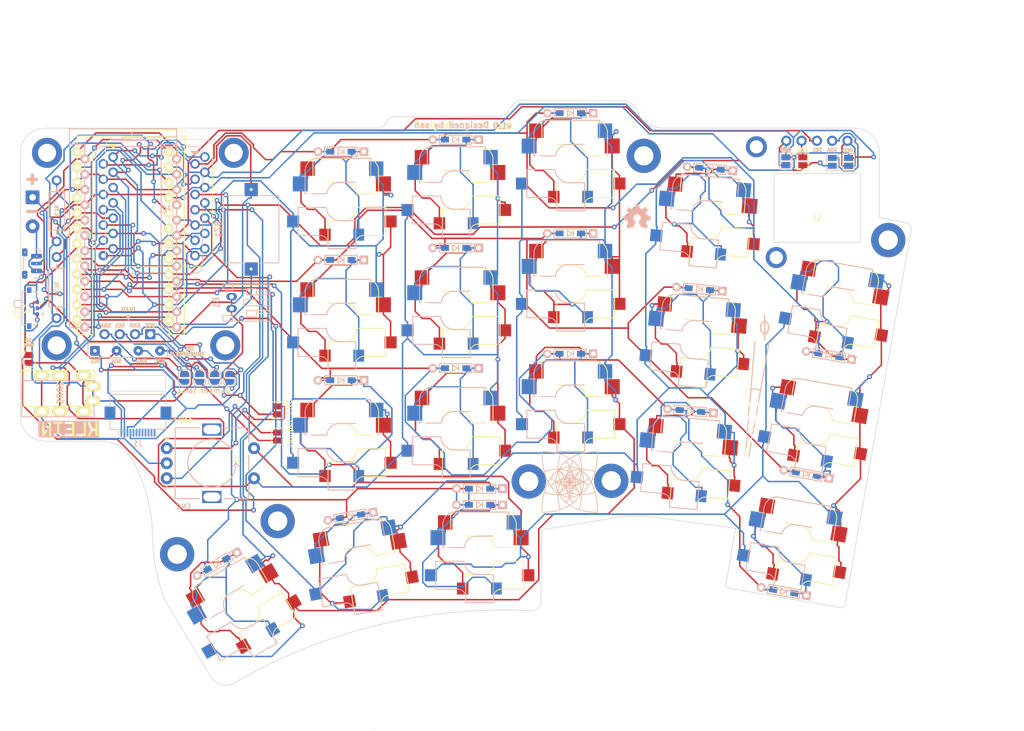
<source format=kicad_pcb>
(kicad_pcb (version 20211014) (generator pcbnew)
  (title_block (title "Lambda36") (rev "v01") (comment 4 "Author: ssh"))
  (layers (0 "F.Cu" signal) (31 "B.Cu" signal) (34 "B.Paste" user) (35 "F.Paste" user) (36 "B.SilkS" user "B.Silkscreen") (37 "F.SilkS" user "F.Silkscreen") (38 "B.Mask" user) (39 "F.Mask" user) (44 "Edge.Cuts" user))
  (net 0 "")
  (net 1 "Net-(D1-Pad1)")
  (net 2 "Net-(D2-Pad1)")
  (net 3 "Net-(D3-Pad1)")
  (net 4 "Net-(D4-Pad1)")
  (net 5 "Net-(D5-Pad1)")
  (net 6 "Net-(D6-Pad1)")
  (net 7 "Net-(D7-Pad1)")
  (net 8 "Net-(D8-Pad1)")
  (net 9 "Net-(D9-Pad1)")
  (net 10 "Net-(D10-Pad1)")
  (net 11 "Net-(D11-Pad1)")
  (net 12 "VCC_3V3")
  (net 13 "GND")
  (net 14 "Net-(D12-Pad1)")
  (net 15 "Net-(D13-Pad1)")
  (net 16 "Net-(D14-Pad1)")
  (net 17 "Net-(D15-Pad1)")
  (net 18 "SW16B")
  (net 19 "Net-(D17-Pad1)")
  (net 20 "Net-(D18-Pad1)")
  (net 21 "Net-(D19-Pad1)")
  (net 22 "SCL")
  (net 23 "SDA")
  (net 24 "ROW 0")
  (net 25 "ROW 1")
  (net 26 "COL 0")
  (net 27 "COL 2")
  (net 28 "ROW 3")
  (net 29 "COL 1")
  (net 30 "COL 4")
  (net 31 "COL 3")
  (net 32 "ROW 2")
  (net 33 "unconnected-(U1-Pad14)")
  (net 34 "unconnected-(S1-Pad1)")
  (net 35 "Net-(J5-Pad4)")
  (net 36 "Net-(J5-Pad3)")
  (net 37 "Net-(J5-Pad2)")
  (net 38 "Net-(J5-Pad1)")
  (net 39 "ENC_A")
  (net 40 "ENC_B")
  (net 41 "AUDIO")
  (net 42 "unconnected-(U2-Pad13)")
  (net 43 "TX")
  (net 44 "RX")
  (net 45 "RESET")
  (net 46 "Net-(J2-Pad1)")
  (net 47 "unconnected-(U2-Pad1)")
  (net 48 "ENCB")
  (net 49 "ENCA")
  (net 50 "BAT+")
  (net 51 "Net-(B1-Pad1)")
  (net 60 "Net-(J2-Pad5)")
  (net 61 "Net-(J2-Pad2)")
  (net 62 "Net-(J2-Pad4)")
  (net 63 "Net-(JP15-Pad1)")
  (footprint "display:OLED-128x64" (layer "F.Cu") (at 90.75 81.75 180)
    (fp_text reference "J5" hide)
    (fp_text value "OLED-128x64" hide)
  )
  (footprint "reversible-kicad-footprints:MX-1U-EC11_Switch" (layer "F.Cu") (at 104.775 103.1875)
    (fp_text reference "SW16")
    (fp_text value "RotaryEncoder_Switch")
  )
  (footprint "Jumper:SolderJumper-2_P1.3mm_Open_Pad1.0x1.5mm" (layer "F.Cu") (at 115.7 94.4 90)
    (fp_text reference "JP9" hide)
    (fp_text value "Jumper_2_Open" hide)
  )
  (footprint "Connector_Wire:SolderWire-0.1sqmm_1x04_P3.6mm_D0.4mm_OD1mm" (layer "F.Cu") (at 85.35 84.5)
    (fp_text reference "J3" hide)
    (fp_text value "Conn_01x04")
  )
  (footprint "Jumper:SolderJumper-2_P1.3mm_Open_Pad1.0x1.5mm" (layer "F.Cu") (at 115.7 98.75 90)
    (fp_text reference "JP10" hide)
    (fp_text value "Jumper_2_Open" hide)
  )
  (footprint "kbd:MJ-4PP-9" (layer "F.Cu") (at 73.2 90.725 90)
    (fp_text reference "U3")
    (fp_text value "TRRS" hide)
  )
  (footprint "Symbol:OSHW-Logo_5.7x6mm_SilkScreen" (layer "F.Cu") (at 175.393726 63.202797)
    (fp_text reference "REF01" hide)
    (fp_text value "OSHW-Logo_5.7x6mm_SilkScreen" hide)
  )
  (footprint "Lily58-footprint:RESISTOR" (layer "F.Cu") (at 79 74 90)
    (fp_text reference "R2" hide)
    (fp_text value "4.7K" hide)
  )
  (footprint "MountingHole:MountingHole_3.2mm_M3" (layer "F.Cu") (at 113 89.25)
    (fp_text reference "H3" hide)
    (fp_text value "MountingHole")
  )
  (footprint "Logo:klein" (layer "F.Cu") (at 81 97.5)
    (fp_text reference "G3" hide)
    (fp_text value "LOGO" hide)
  )
  (footprint "MountingHole:MountingHole_2.2mm_M2" (layer "F.Cu") (at 114.25 51.25)
    (fp_text reference "H7" hide)
    (fp_text value "MountingHole")
  )
  (footprint "xiao:XIAO-BLE" (layer "F.Cu") (at 96 59.3)
    (fp_text reference "U1" hide)
    (fp_text value "XIAO-BLE")
  )
  (footprint "MountingHole:MountingHole_3.2mm_M3_ISO7380_Pad" (layer "F.Cu") (at 171.1 106.1)
    (fp_text reference "H4" hide)
    (fp_text value "MountingHole")
  )
  (footprint "KLOR:SW_Push_1P1T-MP_NO_Horizontal_Alps_SKRTLAE010_both_sides" (layer "F.Cu") (at 74.75 70 -90)
    (fp_text reference "RSW1" hide)
    (fp_text value "SW_Push")
  )
  (footprint "SSAJ110100:RevSlideSwitch" (layer "F.Cu") (at 74.5 77.5 -90)
    (fp_text reference "S1")
    (fp_text value "EG1218")
  )
  (footprint "reversible-kicad-footprints:Trackpad Mount" (layer "F.Cu") (at 93.0135 67.5944 180)
    (fp_text reference "T1" hide)
    (fp_text value "Trackpad_Mount")
  )
  (footprint "MountingHole:MountingHole_2.2mm_M2_ISO7380_Pad" (layer "F.Cu") (at 195.2 50.6)
    (fp_text reference "H9" hide)
    (fp_text value "MountingHole")
  )
  (footprint "Jumper:SolderJumper-2_P1.3mm_Open_Pad1.0x1.5mm" (layer "F.Cu") (at 200.1 53 -90)
    (fp_text reference "JP12" hide)
    (fp_text value "VCC Jumper" hide)
  )
  (footprint "Lily58-footprint:ProMicro_rev2" (layer "F.Cu") (at 91.2 66.2)
    (fp_text reference "U2" hide)
    (fp_text value "ProMicro" hide)
  )
  (footprint "KLOR:Pimoroni Haptic Buzz DRV2605L Driver" (layer "F.Cu") (at 205.25 60 180)
    (fp_text reference "J2")
    (fp_text value "Haptic Buzz" hide)
  )
  (footprint "MountingHole:MountingHole_2.2mm_M2_ISO7380_Pad" (layer "F.Cu") (at 198.5 69)
    (fp_text reference "H10" hide)
    (fp_text value "MountingHole")
  )
  (footprint "MountingHole:MountingHole_3.2mm_M3_ISO7380_Pad" (layer "F.Cu") (at 217.1 66.1)
    (fp_text reference "H6" hide)
    (fp_text value "MountingHole")
  )
  (footprint "MountingHole:MountingHole_3.2mm_M3_ISO7380_Pad" (layer "F.Cu") (at 157.4 106.2)
    (fp_text reference "H8" hide)
    (fp_text value "MountingHole")
  )
  (footprint "MountingHole:MountingHole_3.2mm_M3_ISO7380_Pad" (layer "F.Cu") (at 176.5 52.1)
    (fp_text reference "H5" hide)
    (fp_text value "MountingHole")
  )
  (footprint "Jumper:SolderJumper-2_P1.3mm_Open_Pad1.0x1.5mm" (layer "F.Cu") (at 210.5 53.1 -90)
    (fp_text reference "JP13" hide)
    (fp_text value "GND Jumper" hide)
  )
  (footprint "Logo:klein_small" (layer "F.Cu") (at 164.2 106.3)
    (fp_text reference "G33" hide)
    (fp_text value "LOGO" hide)
  )
  (footprint "Jumper:SolderJumper-2_P1.3mm_Open_RoundedPad1.0x1.5mm" (layer "F.Cu") (at 105.25 89 -90)
    (fp_text reference "JP2" hide)
    (fp_text value "Jumper_2_Open" hide)
  )
  (footprint "Jumper:SolderJumper-2_P1.3mm_Open_RoundedPad1.0x1.5mm" (layer "F.Cu") (at 102.75 89 -90)
    (fp_text reference "JP3" hide)
    (fp_text value "Jumper_2_Open" hide)
  )
  (footprint "Jumper:SolderJumper-2_P1.3mm_Open_Pad1.0x1.5mm" (layer "F.Cu") (at 202.9 53 -90)
    (fp_text reference "JP16" hide)
    (fp_text value "SolderJumper_2_Open" hide)
  )
  (footprint "MountingHole:MountingHole_3.2mm_M3_ISO7380_Pad" (layer "F.Cu") (at 99.0029 118.2971)
    (fp_text reference "H2" hide)
    (fp_text value "MountingHole")
  )
  (footprint "Lily58-footprint:RESISTOR" (layer "F.Cu") (at 79 61.25 90)
    (fp_text reference "R1" hide)
    (fp_text value "4.7K" hide)
  )
  (footprint "MountingHole:MountingHole_3.2mm_M3_ISO7380_Pad" (layer "F.Cu") (at 115.7 112.8)
    (fp_text reference "H1" hide)
    (fp_text value "MountingHole")
  )
  (footprint "Jumper:SolderJumper-2_P1.3mm_Open_RoundedPad1.0x1.5mm" (layer "F.Cu") (at 107.75 89 -90)
    (fp_text reference "JP1" hide)
    (fp_text value "Jumper_2_Open" hide)
  )
  (footprint "Jumper:SolderJumper-2_P1.3mm_Open_RoundedPad1.0x1.5mm" (layer "F.Cu") (at 74.4 85.85 90)
    (fp_text reference "JP15" hide)
    (fp_text value "Jumper_2_Open")
  )
  (footprint "Connector_Wire:SolderWire-0.5sqmm_1x02_P4.8mm_D0.9mm_OD2.3mm" (layer "F.Cu") (at 75 59 -90)
    (fp_text reference "B2" hide)
    (fp_text value "Battery Pads")
  )
  (footprint "Jumper:SolderJumper-2_P1.3mm_Open_RoundedPad1.0x1.5mm" (layer "F.Cu") (at 100.25 89 -90)
    (fp_text reference "JP4" hide)
    (fp_text value "Jumper_2_Open" hide)
  )
  (footprint "Symbol:OSHW-Logo_5.7x6mm_SilkScreen" (layer "B.Cu") (at 175.406274 63.202797 180)
    (fp_text reference "REF02" hide)
    (fp_text value "OSHW-Logo_5.7x6mm_SilkScreen" hide)
  )
  (footprint "Lily58_Pro-footprint:MX_Choc_Hotswap_Mod" (layer "B.Cu") (at 208.623 76.8539 170)
    (fp_text reference "SW5" hide)
    (fp_text value "MX_SW_HS" hide)
  )
  (footprint "Jumper:SolderJumper-2_P1.3mm_Open_RoundedPad1.0x1.5mm" (layer "B.Cu") (at 105.25 89 -90)
    (fp_text reference "JP6" hide)
    (fp_text value "Jumper_2_Open" hide)
  )
  (footprint "Lily58_Pro-footprint:MX_Choc_Hotswap_Mod" (layer "B.Cu") (at 183.75 102.5 175)
    (fp_text reference "SW14" hide)
    (fp_text value "MX_SW_HS" hide)
  )
  (footprint "kbd:D3_TH_SMD" (layer "B.Cu") (at 199.75 124.5 170)
    (fp_text reference "D15" hide)
    (fp_text value "DIODE" hide)
  )
  (footprint "Lily58_Pro-footprint:MX_Choc_Hotswap_Mod" (layer "B.Cu") (at 201.6771 116.2462 170)
    (fp_text reference "SW15" hide)
    (fp_text value "MX_SW_HS" hide)
  )
  (footprint "Lily58_Pro-footprint:MX_Choc_Hotswap_Mod" (layer "B.Cu") (at 126.36 59.3 180)
    (fp_text reference "SW1" hide)
    (fp_text value "MX_SW_HS" hide)
  )
  (footprint "kbd:D3_TH_SMD" (layer "B.Cu") (at 126.2063 89.4 180)
    (fp_text reference "D11" hide)
    (fp_text value "DIODE" hide)
  )
  (footprint "kbd:D3_TH_SMD" (layer "B.Cu") (at 164.3063 45 180)
    (fp_text reference "D3" hide)
    (fp_text value "DIODE" hide)
  )
  (footprint "KLOR:Buzzer_Mallory_AST1109MLTRQ_reversible" (layer "B.Cu") (at 111.3 64.3 90)
    (fp_text reference "BZ1")
    (fp_text value "Buzzer")
  )
  (footprint "Lily58_Pro-footprint:MX_Choc_Hotswap_Mod" (layer "B.Cu") (at 164.36 73 180)
    (fp_text reference "SW8" hide)
    (fp_text value "MX_SW_HS" hide)
  )
  (footprint "kbd:D3_TH_SMD" (layer "B.Cu") (at 149.225 107.4 180)
    (fp_text reference "D16" hide)
    (fp_text value "DIODE" hide)
  )
  (footprint "kbd:D3_TH_SMD" (layer "B.Cu") (at 203.5 105 170)
    (fp_text reference "D10" hide)
    (fp_text value "DIODE" hide)
  )
  (footprint "Jumper:SolderJumper-2_P1.3mm_Open_RoundedPad1.0x1.5mm" (layer "B.Cu") (at 107.75 89 -90)
    (fp_text reference "JP5" hide)
    (fp_text value "Jumper_2_Open" hide)
  )
  (footprint "kbd:D3_TH_SMD" (layer "B.Cu") (at 187.5 54.25 175)
    (fp_text reference "D4" hide)
    (fp_text value "DIODE" hide)
  )
  (footprint "Lily58_Pro-footprint:MX_Choc_Hotswap_Mod" (layer "B.Cu") (at 186.9693 62.3505 175)
    (fp_text reference "SW4" hide)
    (fp_text value "MX_SW_HS" hide)
  )
  (footprint "KLOR:JST_PH_reversible" (layer "B.Cu") (at 108.05 75.5 -90)
    (fp_text reference "B1")
    (fp_text value "JST Battery")
  )
  (footprint "Lily58_Pro-footprint:MX_Choc_Hotswap_Mod" (layer "B.Cu") (at 145.36 57.4 180)
    (fp_text reference "SW2" hide)
    (fp_text value "MX_SW_HS" hide)
  )
  (footprint "kbd:D3_TH_SMD" (layer "B.Cu") (at 145.2563 49.4 180)
    (fp_text reference "D2" hide)
    (fp_text value "DIODE" hide)
  )
  (footprint "kbd:D3_TH_SMD" (layer "B.Cu") (at 207.25 85.25 170)
    (fp_text reference "D5" hide)
    (fp_text value "DIODE" hide)
  )
  (footprint "kbd:D3_TH_SMD" (layer "B.Cu") (at 149.225 110.1 180)
    (fp_text reference "D19" hide)
    (fp_text value "DIODE" hide)
  )
  (footprint "Lily58_Pro-footprint:MX_Choc_Hotswap_Mod" (layer "B.Cu") (at 164.36 93 180)
    (fp_text reference "SW13" hide)
    (fp_text value "MX_SW_HS" hide)
  )
  (footprint "kbd:D3_TH_SMD" (layer "B.Cu") (at 145.2563 67.4 180)
    (fp_text reference "D7" hide)
    (fp_text value "DIODE" hide)
  )
  (footprint "Connector_FFC-FPC:Hirose_FH12-12S-0.5SH_1x12-1MP_P0.50mm_Horizontal" (layer "B.Cu") (at 92.5 96.25)
    (fp_text reference "J1")
    (fp_text value "Conn_01x12")
  )
  (footprint "Jumper:SolderJumper-2_P1.3mm_Open_Pad1.0x1.5mm" (layer "B.Cu") (at 200.1 53 -90)
    (fp_text reference "JP11" hide)
    (fp_text value "GND Jumper" hide)
  )
  (footprint "kbd:D3_TH_SMD" (layer "B.Cu") (at 127.8 112 -170)
    (fp_text reference "D18" hide)
    (fp_text value "DIODE" hide)
  )
  (footprint "Lily58_Pro-footprint:MX_Choc_Hotswap_Mod" (layer "B.Cu") (at 109.5 127.1 -150)
    (fp_text reference "SW17" hide)
    (fp_text value "MX_SW_HS" hide)
  )
  (footprint "kbd:D3_TH_SMD" (layer "B.Cu") (at 126.2063 51.4 180)
    (fp_text reference "D1" hide)
    (fp_text value "DIODE" hide)
  )
  (footprint "kbd:D3_TH_SMD" (layer "B.Cu") (at 126.2 69.4 180)
    (fp_text reference "D6" hide)
    (fp_text value "DIODE" hide)
  )
  (footprint "kbd:D3_TH_SMD" (layer "B.Cu") (at 164.3 85 180)
    (fp_text reference "D13" hide)
    (fp_text value "DIODE" hide)
  )
  (footprint "Lily58_Pro-footprint:MX_Choc_Hotswap_Mod" (layer "B.Cu") (at 164.36 53 180)
    (fp_text reference "SW3" hide)
    (fp_text value "MX_SW_HS" hide)
  )
  (footprint "Jumper:SolderJumper-2_P1.3mm_Open_Pad1.0x1.5mm" (layer "B.Cu") (at 207.8 53.1 -90)
    (fp_text reference "JP17" hide)
    (fp_text value "SolderJumper_2_Open" hide)
  )
  (footprint "Lily58_Pro-footprint:MX_Choc_Hotswap_Mod" (layer "B.Cu") (at 126.36 79.4 180)
    (fp_text reference "SW6" hide)
    (fp_text value "MX_SW_HS" hide)
  )
  (footprint "Logo:klein_small" (layer "B.Cu") (at 164.2 106.3 180)
    (fp_text reference "G34" hide)
    (fp_text value "LOGO" hide)
  )
  (footprint "Jumper:SolderJumper-2_P1.3mm_Open_RoundedPad1.0x1.5mm" (layer "B.Cu") (at 100.25 89 -90)
    (fp_text reference "JP8" hide)
    (fp_text value "Jumper_2_Open" hide)
  )
  (footprint "Lily58_Pro-footprint:MX_Choc_Hotswap_Mod" (layer "B.Cu") (at 145.36 77.4 180)
    (fp_text reference "SW7" hide)
    (fp_text value "MX_SW_HS" hide)
  )
  (footprint "kbd:D3_TH_SMD" (layer "B.Cu") (at 105.6191 119.95 -150)
    (fp_text reference "D17" hide)
    (fp_text value "DIODE" hide)
  )
  (footprint "Lily58_Pro-footprint:MX_Choc_Hotswap_Mod" (layer "B.Cu") (at 126.36 99.4 180)
    (fp_text reference "SW11" hide)
    (fp_text value "MX_SW_HS" hide)
  )
  (footprint "kbd:D3_TH_SMD" (layer "B.Cu") (at 184.25 94.5 175)
    (fp_text reference "D14" hide)
    (fp_text value "DIODE" hide)
  )
  (footprint "Logo:klein" (layer "B.Cu") (at 81 97.5 180)
    (fp_text reference "G4" hide)
    (fp_text value "LOGO" hide)
  )
  (footprint "Jumper:SolderJumper-2_P1.3mm_Open_RoundedPad1.0x1.5mm" (layer "B.Cu") (at 102.75 89 -90)
    (fp_text reference "JP7" hide)
    (fp_text value "Jumper_2_Open" hide)
  )
  (footprint "kbd:D3_TH_SMD" (layer "B.Cu") (at 164.3 65 180)
    (fp_text reference "D8" hide)
    (fp_text value "DIODE" hide)
  )
  (footprint "Lily58_Pro-footprint:MX_Choc_Hotswap_Mod" (layer "B.Cu") (at 205.15 96.55 170)
    (fp_text reference "SW10" hide)
    (fp_text value "MX_SW_HS" hide)
  )
  (footprint "Lily58_Pro-footprint:MX_Choc_Hotswap_Mod" (layer "B.Cu") (at 185.2262 82.2744 175)
    (fp_text reference "SW9" hide)
    (fp_text value "MX_SW_HS" hide)
  )
  (footprint "kbd:D3_TH_SMD" (layer "B.Cu") (at 145.2563 87.4 180)
    (fp_text reference "D12" hide)
    (fp_text value "DIODE" hide)
  )
  (footprint "Jumper:SolderJumper-2_P1.3mm_Open_Pad1.0x1.5mm" (layer "B.Cu") (at 210.5 53.1 -90)
    (fp_text reference "JP14" hide)
    (fp_text value "VCC Jumper" hide)
  )
  (footprint "Lily58_Pro-footprint:MX_Choc_Hotswap_Mod" (layer "B.Cu") (at 149.225 118.1 180)
    (fp_text reference "SW19" hide)
    (fp_text value "MX_SW_HS" hide)
  )
  (footprint "Lily58_Pro-footprint:MX_Choc_Hotswap_Mod" (layer "B.Cu") (at 145.36 97.4 180)
    (fp_text reference "SW12" hide)
    (fp_text value "MX_SW_HS" hide)
  )
  (footprint "Lily58_Pro-footprint:MX_Choc_Hotswap_Mod" (layer "B.Cu") (at 129.3813 119.8562 -170)
    (fp_text reference "SW18" hide)
    (fp_text value "MX_SW_HS" hide)
  )
  (footprint "kbd:D3_TH_SMD" (layer "B.Cu") (at 185.7318 74.25 175)
    (fp_text reference "D9" hide)
    (fp_text value "DIODE" hide)
  )
  (gr_rect (start 84.2 85.6) (end 97.4 83.2) (layer "B.SilkS") (width 0.15) (fill none))
  (gr_line (start 193.94721 102.097811) (end 194.349308 99.824418) (layer "B.SilkS") (width 0.15))
  (gr_line (start 195.555605 93.004238) (end 197.283934 83.269873) (layer "B.SilkS") (width 0.15))
  (gr_arc (start 194.279344 91.005824) (mid 195.117684 90.82914) (end 195.876589 91.22675) (layer "B.SilkS") (width 0.15))
  (gr_line (start 194.122195 93.137795) (end 194.949304 82.90313) (layer "B.SilkS") (width 0.15))
  (gr_line (start 194.592647 98.336706) (end 194.913633 96.559217) (layer "B.SilkS") (width 0.15))
  (gr_poly (pts (xy 90.6 78.699994) (xy 90.900001 79.299994) (xy 91.200001 78.699997)) (layer "B.SilkS") (width 0.2) (fill solid))
  (gr_line (start 193.704366 97.78811) (end 193.870991 95.813968) (layer "B.SilkS") (width 0.15))
  (gr_line (start 195.179387 95.18104) (end 195.448609 93.596735) (layer "B.SilkS") (width 0.15))
  (gr_line (start 193.523874 100.586757) (end 193.690498 98.612615) (layer "B.SilkS") (width 0.15))
  (gr_line (start 193.881393 95.195589) (end 194.015198 93.730291) (layer "B.SilkS") (width 0.15))
  (gr_poly (pts (xy 98.399996 84.799997) (xy 97.8 85.099998) (xy 98.4 85.4)) (layer "B.SilkS") (width 0.2) (fill solid))
  (gr_poly (pts (xy 98.4 85.4) (xy 97.8 85.1) (xy 98.4 84.8)) (layer "F.SilkS") (width 0.2) (fill solid))
  (gr_line (start 194.45 98.7) (end 194.1 100.65) (layer "F.SilkS") (width 0.15))
  (gr_line (start 195 95.95) (end 194.65 97.9) (layer "F.SilkS") (width 0.15))
  (gr_rect (start 84.2 83.2) (end 97.4 85.6) (layer "F.SilkS") (width 0.15) (fill none))
  (gr_arc (start 194.25 91) (mid 195.080498 90.81167) (end 195.85 91.2) (layer "F.SilkS") (width 0.15))
  (gr_line (start 197.3 83.2) (end 195.45 93.3) (layer "F.SilkS") (width 0.15))
  (gr_line (start 193.8 96.4) (end 193.65 98.2) (layer "F.SilkS") (width 0.15))
  (gr_poly (pts (xy 91.200001 78.699997) (xy 90.9 79.299997) (xy 90.6 78.7)) (layer "F.SilkS") (width 0.2) (fill solid))
  (gr_line (start 195.4 93.9) (end 195.15 95.35) (layer "F.SilkS") (width 0.15))
  (gr_line (start 193.5 99.7) (end 193.3 102) (layer "F.SilkS") (width 0.15))
  (gr_line (start 194.05 93.4) (end 193.9 95) (layer "F.SilkS") (width 0.15))
  (gr_line (start 194.95 82.95) (end 194.1 92.8) (layer "F.SilkS") (width 0.15))
  (gr_line (start 180 112.398557) (end 191.75 114) (layer "Edge.Cuts") (width 0.1))
  (gr_arc (start 131.7625 147.6375) (mid 131.7625 147.6375) (end 131.7625 147.6375) (layer "Edge.Cuts") (width 0.1))
  (gr_arc (start 86.65 99.55) (mid 89.489687 100.343227) (end 91.5 102.5) (layer "Edge.Cuts") (width 0.1))
  (gr_line (start 152.3 45.6) (end 135 45.603643) (layer "Edge.Cuts") (width 0.1))
  (gr_line (start 77.117666 99.524883) (end 86.65 99.55) (layer "Edge.Cuts") (width 0.1))
  (gr_line (start 209.3 127.2) (end 190.55 123.95) (layer "Edge.Cuts") (width 0.1))
  (gr_line (start 156.179083 42.830632) (end 173.020917 42.930632) (layer "Edge.Cuts") (width 0.1))
  (gr_line (start 104.8 139) (end 96.9 125.8) (layer "Edge.Cuts") (width 0.1))
  (gr_line (start 180 47.5) (end 211.795834 47.5) (layer "Edge.Cuts") (width 0.1))
  (gr_line (start 72.967665 95.456132) (end 72.98125 51.65) (layer "Edge.Cuts") (width 0.1))
  (gr_arc (start 209.95 126.7) (mid 209.717235 127.069908) (end 209.3 127.2) (layer "Edge.Cuts") (width 0.1))
  (gr_arc (start 159.39375 126.69) (mid 158.549943 127.487896) (end 157.4 127.65) (layer "Edge.Cuts") (width 0.1))
  (gr_arc (start 133.65 46.65) (mid 134.162614 45.917312) (end 135 45.603643) (layer "Edge.Cuts") (width 0.1))
  (gr_arc (start 220 63.25) (mid 220.708883 63.688604) (end 220.9 64.5) (layer "Edge.Cuts") (width 0.1))
  (gr_arc (start 91.5 102.5) (mid 93.832692 108.062943) (end 94.9 114) (layer "Edge.Cuts") (width 0.1))
  (gr_arc (start 133.65 46.65) (mid 133.11692 47.300403) (end 132.3 47.5) (layer "Edge.Cuts") (width 0.1))
  (gr_arc (start 72.98125 51.65) (mid 74.156132 48.732334) (end 77.05 47.5) (layer "Edge.Cuts") (width 0.1))
  (gr_arc (start 211.795834 47.5) (mid 214.629898 48.962131) (end 215.6 52) (layer "Edge.Cuts") (width 0.1))
  (gr_rect (start 198.1 55.05) (end 212.5 66.45) (layer "Edge.Cuts") (width 0.1) (fill none))
  (gr_arc (start 77.117666 99.524883) (mid 74.200001 98.35) (end 72.967665 95.456132) (layer "Edge.Cuts") (width 0.1))
  (gr_line (start 215.6 52) (end 215.6 62.35) (layer "Edge.Cuts") (width 0.1))
  (gr_arc (start 154.3 44.3) (mid 155.073898 43.353486) (end 156.179083 42.830632) (layer "Edge.Cuts") (width 0.1))
  (gr_line (start 77.05 47.5) (end 132.3 47.5) (layer "Edge.Cuts") (width 0.1))
  (gr_arc (start 154.3 44.3) (mid 153.446552 45.175464) (end 152.3 45.6) (layer "Edge.Cuts") (width 0.1))
  (gr_arc (start 108.9 139.45) (mid 132.307928 130.088942) (end 157.4 127.65) (layer "Edge.Cuts") (width 0.1))
  (gr_arc (start 176.5 46.3) (mid 175.835874 45.578461) (end 175.4 44.7) (layer "Edge.Cuts") (width 0.1))
  (gr_arc (start 96.9 125.8) (mid 95.350405 119.993152) (end 94.9 114) (layer "Edge.Cuts") (width 0.1))
  (gr_rect (start 87.875 88.6) (end 97.125 91.2) (layer "Edge.Cuts") (width 0.1) (fill none))
  (gr_arc (start 171.95 112.198557) (mid 175.982417 112.000005) (end 180 112.398557) (layer "Edge.Cuts") (width 0.1))
  (gr_line (start 159.5 114.248557) (end 159.39375 126.69) (layer "Edge.Cuts") (width 0.1))
  (gr_line (start 159.5 114.248557) (end 171.95 112.198557) (layer "Edge.Cuts") (width 0.1))
  (gr_arc (start 180 47.5) (mid 178.149844 47.192121) (end 176.5 46.3) (layer "Edge.Cuts") (width 0.1))
  (gr_arc (start 108.9 139.45) (mid 106.763125 140.016523) (end 104.8 139) (layer "Edge.Cuts") (width 0.1))
  (gr_arc (start 173.020917 42.930632) (mid 174.511229 43.410903) (end 175.4 44.7) (layer "Edge.Cuts") (width 0.1))
  (gr_line (start 220.9 64.5) (end 209.95 126.7) (layer "Edge.Cuts") (width 0.1))
  (gr_line (start 191.75 114) (end 190.15 123.3) (layer "Edge.Cuts") (width 0.1))
  (gr_line (start 215.6 62.35) (end 220 63.25) (layer "Edge.Cuts") (width 0.1))
  (gr_arc (start 190.55 123.95) (mid 190.22202 123.703753) (end 190.15 123.3) (layer "Edge.Cuts") (width 0.1))
  (gr_text "GND" (at 92 80.3) (layer "B.SilkS") (effects (font (size 0.6 0.6)) (justify mirror)))
  (gr_text "V" (at 89.75 99.05) (layer "B.SilkS") (effects (font (size 0.4 0.4) (thickness 0.05)) (justify mirror)))
  (gr_text "GND" (at 93.1 86.2) (layer "B.SilkS") (effects (font (size 0.6 0.6)) (justify mirror)))
  (gr_text "VCC" (at 94.5 80.3) (layer "B.SilkS") (effects (font (size 0.6 0.6)) (justify mirror)))
  (gr_text "SCL" (at 205.3 51.1) (layer "B.SilkS") (effects (font (size 0.6 0.6)) (justify mirror)))
  (gr_text "VCC" (at 96.1 86.2) (layer "B.SilkS") (effects (font (size 0.6 0.6)) (justify mirror)))
  (gr_text "v1.0" (at 153 47.1) (layer "B.SilkS") (effects (font (size 1 1) (thickness 0.2)) (justify mirror)))
  (gr_text "G" (at 90.25 99.05) (layer "B.SilkS") (effects (font (size 0.4 0.4) (thickness 0.05)) (justify mirror)))
  (gr_text "SDA" (at 87.2 80.3) (layer "B.SilkS") (effects (font (size 0.6 0.6)) (justify mirror)))
  (gr_text "Designed by ssh" (at 144.6 47) (layer "B.SilkS") (effects (font (size 1 1) (thickness 0.2)) (justify mirror)))
  (gr_text "SDA" (at 88.9 86.2) (layer "B.SilkS") (effects (font (size 0.6 0.6)) (justify mirror)))
  (gr_text "SDA" (at 207.8 51.1) (layer "B.SilkS") (effects (font (size 0.6 0.6)) (justify mirror)))
  (gr_text "-" (at 74.9 61.2) (layer "B.SilkS") (effects (font (size 2 2) (thickness 0.5)) (justify mirror)))
  (gr_text "SCL" (at 89.5 80.3) (layer "B.SilkS") (effects (font (size 0.6 0.6)) (justify mirror)))
  (gr_text "4.7K" (at 78.95 61.25 -90) (layer "B.SilkS") (effects (font (size 0.6 0.6)) (justify mirror)))
  (gr_text "Jumper for L\n" (at 103.3 91.1) (layer "B.SilkS") (effects (font (size 0.9 0.9) (thickness 0.125)) (justify mirror)))
  (gr_text "+" (at 75.1 56 -90) (layer "B.SilkS") (effects (font (size 2 2) (thickness 0.5)) (justify mirror)))
  (gr_text "ϕ" (at 196.55 80.25) (layer "B.SilkS") (effects (font (size 3 2) (thickness 0.2)) (justify mirror)))
  (gr_text "I2C\nTOUCHPAD" (at 101.1 84.6) (layer "B.SilkS") (effects (font (size 0.6 0.6)) (justify mirror)))
  (gr_text "GND" (at 200.1 51.1) (layer "B.SilkS") (effects (font (size 0.6 0.6)) (justify mirror)))
  (gr_text "VCC" (at 210.4 51.2) (layer "B.SilkS") (effects (font (size 0.6 0.6)) (justify mirror)))
  (gr_text "I2C\nTRRS" (at 74.4 83.2) (layer "B.SilkS") (effects (font (size 0.5 0.5) (thickness 0.125)) (justify mirror)))
  (gr_text "4.7K" (at 78.9 74 -90) (layer "B.SilkS") (effects (font (size 0.6 0.6)) (justify mirror)))
  (gr_text "OLED" (at 90.9 77.6) (layer "B.SilkS") (effects (font (size 0.6 0.6)) (justify mirror)))
  (gr_text "SCL" (at 85.4 86.2) (layer "B.SilkS") (effects (font (size 0.6 0.6)) (justify mirror)))
  (gr_text "+" (at 74.800002 56 90) (layer "F.SilkS") (effects (font (size 2 2) (thickness 0.5))))
  (gr_text "v1.0" (at 153 47.1) (layer "F.SilkS") (effects (font (size 1 1) (thickness 0.2))))
  (gr_text "-" (at 74.9 61.5 180) (layer "F.SilkS") (effects (font (size 2 2) (thickness 0.5))))
  (gr_text "VCC" (at 96.2 86.2) (layer "F.SilkS") (effects (font (size 0.6 0.6))))
  (gr_text "SDA" (at 88.9 86.2) (layer "F.SilkS") (effects (font (size 0.6 0.6))))
  (gr_text "VCC" (at 94.5 80.3) (layer "F.SilkS") (effects (font (size 0.6 0.6))))
  (gr_text "GND" (at 210.4 51.2) (layer "F.SilkS") (effects (font (size 0.6 0.6))))
  (gr_text "ϕ" (at 196.6 80.25) (layer "F.SilkS") (effects (font (size 3 2) (thickness 0.2))))
  (gr_text "SCL" (at 205.3 51.1) (layer "F.SilkS") (effects (font (size 0.6 0.6))))
  (gr_text "SCL" (at 85.4 86.2) (layer "F.SilkS") (effects (font (size 0.6 0.6))))
  (gr_text "SDA" (at 202.8 51.1) (layer "F.SilkS") (effects (font (size 0.6 0.6))))
  (gr_text "4.7K" (at 79 61.25 90) (layer "F.SilkS") (effects (font (size 0.6 0.6))))
  (gr_text "4.7K" (at 79 74 90) (layer "F.SilkS") (effects (font (size 0.6 0.6))))
  (gr_text "GND" (at 93.1 86.2) (layer "F.SilkS") (effects (font (size 0.6 0.6))))
  (gr_text "Designed by ssh" (at 144.6 47) (layer "F.SilkS") (effects (font (size 1 1) (thickness 0.2))))
  (gr_text "SCL" (at 89.5 80.3) (layer "F.SilkS") (effects (font (size 0.6 0.6))))
  (gr_text "I2C\nTRRS" (at 74.4 83.2) (layer "F.SilkS") (effects (font (size 0.5 0.5) (thickness 0.125))))
  (gr_text "Jumper for R\n" (at 103.4 91.1) (layer "F.SilkS") (effects (font (size 0.9 0.9) (thickness 0.125))))
  (gr_text "VCC" (at 200.1 51.1) (layer "F.SilkS") (effects (font (size 0.6 0.6))))
  (gr_text "I2C\nTOUCHPAD" (at 101.2 84.6) (layer "F.SilkS") (effects (font (size 0.6 0.6))))
  (gr_text "Jumper ENC" (at 117.6 96.6 90) (layer "F.SilkS") (effects (font (size 0.9 0.9) (thickness 0.125))))
  (gr_text "GND" (at 92 80.3) (layer "F.SilkS") (effects (font (size 0.6 0.6))))
  (gr_text "OLED" (at 90.9 77.6) (layer "F.SilkS") (effects (font (size 0.6 0.6))))
  (gr_text "SDA" (at 87.1 80.3) (layer "F.SilkS") (effects (font (size 0.6 0.6))))
  (segment (start 121.2388 54.22) (end 120.66 54.22) (width 0.25) (layer "F.Cu") (net 1))
  (segment (start 120.7227 60.9954) (end 119.5728 59.8455) (width 0.25) (layer "F.Cu") (net 1))
  (segment (start 123.2587 52.2001) (end 121.2388 54.22) (width 0.25) (layer "F.Cu") (net 1))
  (segment (start 119.5728 56.8323) (end 120.66 55.7451) (width 0.25) (layer "F.Cu") (net 1))
  (segment (start 123.56 62.5673) (end 121.9881 60.9954) (width 0.25) (layer "F.Cu") (net 1))
  (segment (start 121.9881 60.9954) (end 120.7227 60.9954) (width 0.25) (layer "F.Cu") (net 1))
  (segment (start 127.9813 51.4) (end 127.9813 52.2001) (width 0.25) (layer "F.Cu") (net 1))
  (segment (start 119.5728 59.8455) (end 119.5728 56.8323) (width 0.25) (layer "F.Cu") (net 1))
  (segment (start 120.66 54.22) (end 120.66 55.7451) (width 0.25) (layer "F.Cu") (net 1))
  (segment (start 123.56 65.2) (end 123.56 62.5673) (width 0.25) (layer "F.Cu") (net 1))
  (segment (start 127.9813 52.2001) (end 123.2587 52.2001) (width 0.25) (layer "F.Cu") (net 1))
  (segment (start 130.0163 51.4) (end 127.9813 51.4) (width 0.25) (layer "F.Cu") (net 1))
  (segment (start 126.3108 52.3948) (end 127.0487 53.1327) (width 0.25) (layer "B.Cu") (net 1))
  (segment (start 127.9813 51.4) (end 130.0163 51.4) (width 0.25) (layer "B.Cu") (net 1))
  (segment (start 129.16 65.2) (end 129.16 58.7966) (width 0.25) (layer "B.Cu") (net 1))
  (segment (start 127.0487 56.6853) (end 127.0487 53.1327) (width 0.25) (layer "B.Cu") (net 1))
  (segment (start 120.1812 55.1849) (end 122.9713 52.3948) (width 0.25) (layer "B.Cu") (net 1))
  (segment (start 127.0487 53.1327) (end 127.9813 52.2001) (width 0.25) (layer "B.Cu") (net 1))
  (segment (start 122.9713 52.3948) (end 126.3108 52.3948) (width 0.25) (layer "B.Cu") (net 1))
  (segment (start 127.9813 51.4) (end 127.9813 52.2001) (width 0.25) (layer "B.Cu") (net 1))
  (segment (start 119.46 55.1849) (end 120.1812 55.1849) (width 0.25) (layer "B.Cu") (net 1))
  (segment (start 119.46 56.76) (end 119.46 55.1849) (width 0.25) (layer "B.Cu") (net 1))
  (segment (start 129.16 58.7966) (end 127.0487 56.6853) (width 0.25) (layer "B.Cu") (net 1))
  (segment (start 139.66 52.32) (end 139.66 53.8451) (width 0.25) (layer "F.Cu") (net 2))
  (segment (start 141.0038 59.1111) (end 139.761 59.1111) (width 0.25) (layer "F.Cu") (net 2))
  (segment (start 142.56 60.6673) (end 141.0038 59.1111) (width 0.25) (layer "F.Cu") (net 2))
  (segment (start 138.5294 54.9757) (end 139.66 53.8451) (width 0.25) (layer "F.Cu") (net 2))
  (segment (start 147.0313 49.4) (end 149.0663 49.4) (width 0.25) (layer "F.Cu") (net 2))
  (segment (start 146.8077 50.4237) (end 141.5563 50.4237) (width 0.25) (layer "F.Cu") (net 2))
  (segment (start 139.761 59.1111) (end 138.5294 57.8795) (width 0.25) (layer "F.Cu") (net 2))
  (segment (start 141.5563 50.4237) (end 139.66 52.32) (width 0.25) (layer "F.Cu") (net 2))
  (segment (start 142.56 63.3) (end 142.56 60.6673) (width 0.25) (layer "F.Cu") (net 2))
  (segment (start 138.5294 57.8795) (end 138.5294 54.9757) (width 0.25) (layer "F.Cu") (net 2))
  (segment (start 147.0313 50.2001) (end 146.8077 50.4237) (width 0.25) (layer "F.Cu") (net 2))
  (segment (start 147.0313 49.4) (end 147.0313 50.2001) (width 0.25) (layer "F.Cu") (net 2))
  (segment (start 146.0483 54.7849) (end 146.0483 50.4237) (width 0.25) (layer "B.Cu") (net 2))
  (segment (start 147.0313 49.4) (end 149.0663 49.4) (width 0.25) (layer "B.Cu") (net 2))
  (segment (start 148.16 63.3) (end 148.16 56.8966) (width 0.25) (layer "B.Cu") (net 2))
  (segment (start 138.46 54.86) (end 138.46 53.2849) (width 0.25) (layer "B.Cu") (net 2))
  (segment (start 141.3212 50.4237) (end 138.46 53.2849) (width 0.25) (layer "B.Cu") (net 2))
  (segment (start 147.0313 50.2001) (end 146.8077 50.4237) (width 0.25) (layer "B.Cu") (net 2))
  (segment (start 148.16 56.8966) (end 146.0483 54.7849) (width 0.25) (layer "B.Cu") (net 2))
  (segment (start 146.0483 50.4237) (end 141.3212 50.4237) (width 0.25) (layer "B.Cu") (net 2))
  (segment (start 146.8077 50.4237) (end 146.0483 50.4237) (width 0.25) (layer "B.Cu") (net 2))
  (segment (start 147.0313 49.4) (end 147.0313 50.2001) (width 0.25) (layer "B.Cu") (net 2))
  (segment (start 158.66 48.3686) (end 161.2285 45.8001) (width 0.25) (layer "F.Cu") (net 3))
  (segment (start 161.56 58.9) (end 161.56 56.2673) (width 0.25) (layer "F.Cu") (net 3))
  (segment (start 159.7986 54.5059) (end 158.5018 54.5059) (width 0.25) (layer "F.Cu") (net 3))
  (segment (start 157.5669 50.5382) (end 158.66 49.4451) (width 0.25) (layer "F.Cu") (net 3))
  (segment (start 161.2285 45.8001) (end 166.0813 45.8001) (width 0.25) (layer "F.Cu") (net 3))
  (segment (start 158.66 48.3686) (end 158.66 49.4451) (width 0.25) (layer "F.Cu") (net 3))
  (segment (start 166.0813 45) (end 166.0813 45.8001) (width 0.25) (layer "F.Cu") (net 3))
  (segment (start 158.66 47.92) (end 158.66 48.3686) (width 0.25) (layer "F.Cu") (net 3))
  (segment (start 168.1163 45) (end 166.0813 45) (width 0.25) (layer "F.Cu") (net 3))
  (segment (start 157.5669 53.571) (end 157.5669 50.5382) (width 0.25) (layer "F.Cu") (net 3))
  (segment (start 158.5018 54.5059) (end 157.5669 53.571) (width 0.25) (layer "F.Cu") (net 3))
  (segment (start 161.56 56.2673) (end 159.7986 54.5059) (width 0.25) (layer "F.Cu") (net 3))
  (segment (start 157.46 48.8849) (end 160.2556 46.0893) (width 0.25) (layer "B.Cu") (net 3))
  (segment (start 167.16 52.4966) (end 164.3601 49.6967) (width 0.25) (layer "B.Cu") (net 3))
  (segment (start 164.3601 49.6967) (end 164.3601 46.0893) (width 0.25) (layer "B.Cu") (net 3))
  (segment (start 166.0813 45.4) (end 166.0813 45.8001) (width 0.25) (layer "B.Cu") (net 3))
  (segment (start 166.6927 45.4) (end 167.0927 45) (width 0.25) (layer "B.Cu") (net 3))
  (segment (start 164.3601 46.0893) (end 164.6493 45.8001) (width 0.25) (layer "B.Cu") (net 3))
  (segment (start 164.6493 45.8001) (end 166.0813 45.8001) (width 0.25) (layer "B.Cu") (net 3))
  (segment (start 166.0813 45.4) (end 166.6927 45.4) (width 0.25) (layer "B.Cu") (net 3))
  (segment (start 160.2556 46.0893) (end 164.3601 46.0893) (width 0.25) (layer "B.Cu") (net 3))
  (segment (start 157.46 50.46) (end 157.46 48.8849) (width 0.25) (layer "B.Cu") (net 3))
  (segment (start 166.0813 45) (end 166.0813 45.4) (width 0.25) (layer "B.Cu") (net 3))
  (segment (start 168.1163 45) (end 167.0927 45) (width 0.25) (layer "B.Cu") (net 3))
  (segment (start 167.16 58.9) (end 167.16 52.4966) (width 0.25) (layer "B.Cu") (net 3))
  (segment (start 183.6657 64.9912) (end 182.4011 63.7266) (width 0.25) (layer "F.Cu") (net 4))
  (segment (start 183.3859 55.1408) (end 181.8783 55.1408) (width 0.25) (layer "F.Cu") (net 4))
  (segment (start 183.5098 55.0169) (end 183.3859 55.1408) (width 0.25) (layer "F.Cu") (net 4))
  (segment (start 187.5238 55.0169) (end 183.5098 55.0169) (width 0.25) (layer "F.Cu") (net 4))
  (segment (start 189.2682 54.4047) (end 188.2271 54.3136) (width 0.25) (layer "F.Cu") (net 4))
  (segment (start 181.589 58.4453) (end 181.5891 58.4453) (width 0.25) (layer "F.Cu") (net 4))
  (segment (start 181.7337 56.793) (end 181.8783 55.1408) (width 0.25) (layer "F.Cu") (net 4))
  (segment (start 181.5586 63.4608) (end 181.2487 63.4608) (width 0.25) (layer "F.Cu") (net 4))
  (segment (start 182.4011 63.7266) (end 181.8244 63.7266) (width 0.25) (layer "F.Cu") (net 4))
  (segment (start 181.2487 63.4608) (end 180.1817 62.3938) (width 0.25) (layer "F.Cu") (net 4))
  (segment (start 180.1817 62.3938) (end 180.1817 59.8526) (width 0.25) (layer "F.Cu") (net 4))
  (segment (start 183.7909 66.5528) (end 183.6657 66.4276) (width 0.25) (layer "F.Cu") (net 4))
  (segment (start 183.6657 67.984) (end 183.791 66.5528) (width 0.25) (layer "F.Cu") (net 4))
  (segment (start 183.791 66.5528) (end 183.7909 66.5528) (width 0.25) (layer "F.Cu") (net 4))
  (segment (start 181.8244 63.7266) (end 181.5586 63.4608) (width 0.25) (layer "F.Cu") (net 4))
  (segment (start 183.6657 66.4276) (end 183.6657 64.9912) (width 0.25) (layer "F.Cu") (net 4))
  (segment (start 190.1866 54.485) (end 190.1866 54.4851) (width 0.25) (layer "F.Cu") (net 4))
  (segment (start 191.2955 54.5821) (end 190.1866 54.485) (width 0.25) (layer "F.Cu") (net 4))
  (segment (start 190.1866 54.4851) (end 189.3486 54.4851) (width 0.25) (layer "F.Cu") (net 4))
  (segment (start 181.7337 56.793) (end 181.5891 58.4453) (width 0.25) (layer "F.Cu") (net 4))
  (segment (start 188.2271 54.3136) (end 187.5238 55.0169) (width 0.25) (layer "F.Cu") (net 4))
  (segment (start 180.1817 59.8526) (end 181.589 58.4453) (width 0.25) (layer "F.Cu") (net 4))
  (segment (start 189.3486 54.4851) (end 189.2682 54.4047) (width 0.25) (layer "F.Cu") (net 4))
  (via (at 181.5586 63.4608) (size 0.8) (drill 0.4) (layers "F.Cu" "B.Cu") (net 4))
  (segment (start 190.1866 54.485) (end 190.1866 54.4851) (width 0.25) (layer "B.Cu") (net 4))
  (segment (start 191.2955 54.5821) (end 190.1866 54.485) (width 0.25) (layer "B.Cu") (net 4))
  (segment (start 180.3169 59.2188) (end 180.4663 57.5124) (width 0.25) (layer "B.Cu") (net 4))
  (segment (start 184.0919 55.211) (end 185.6083 55.211) (width 0.25) (layer "B.Cu") (net 4))
  (segment (start 184.5907 63.3407) (end 181.6787 63.3407) (width 0.25) (layer "B.Cu") (net 4))
  (segment (start 188.2952 67.0452) (end 189.3693 67.0452) (width 0.25) (layer "B.Cu") (net 4))
  (segment (start 185.9112 58.738) (end 185.9112 59.9149) (width 0.25) (layer "B.Cu") (net 4))
  (segment (start 184.5907 63.3407) (end 188.2952 67.0452) (width 0.25) (layer "B.Cu") (net 4))
  (segment (start 184.5907 61.2354) (end 184.5907 63.3407) (width 0.25) (layer "B.Cu") (net 4))
  (segment (start 185.6083 55.211) (end 186.711 56.3137) (width 0.25) (layer "B.Cu") (net 4))
  (segment (start 189.3486 54.4851) (end 189.2682 54.4047) (width 0.25) (layer "B.Cu") (net 4))
  (segment (start 181.7905 57.5124) (end 184.0919 55.211) (width 0.25) (layer "B.Cu") (net 4))
  (segment (start 186.711 57.9382) (end 185.9112 58.738) (width 0.25) (layer "B.Cu") (net 4))
  (segment (start 189.2444 68.4721) (end 189.3693 67.0452) (width 0.25) (layer "B.Cu") (net 4))
  (segment (start 186.711 56.3137) (end 186.711 57.9382) (width 0.25) (layer "B.Cu") (net 4))
  (segment (start 185.9112 59.9149) (end 184.5907 61.2354) (width 0.25) (layer "B.Cu") (net 4))
  (segment (start 190.1866 54.4851) (end 189.3486 54.4851) (width 0.25) (layer "B.Cu") (net 4))
  (segment (start 181.6787 63.3407) (end 181.5586 63.4608) (width 0.25) (layer "B.Cu") (net 4))
  (segment (start 180.4663 57.5124) (end 181.7905 57.5124) (width 0.25) (layer "B.Cu") (net 4))
  (segment (start 207.8987 85.3645) (end 207.6867 85.3645) (width 0.25) (layer "F.Cu") (net 5))
  (segment (start 205.11 79.6469) (end 205.11 80.6517) (width 0.25) (layer "F.Cu") (net 5))
  (segment (start 204.9161 79.453) (end 205.11 79.6469) (width 0.25) (layer "F.Cu") (net 5))
  (segment (start 207.8987 85.3644) (end 207.8987 85.3645) (width 0.25) (layer "F.Cu") (net 5))
  (segment (start 205.11 79.6469) (end 206.926 79.6469) (width 0.25) (layer "F.Cu") (net 5))
  (segment (start 204.841 82.5188) (end 204.841 82.1781) (width 0.25) (layer "F.Cu") (net 5))
  (segment (start 201.9269 74.2813) (end 201.9269 76.4449) (width 0.25) (layer "F.Cu") (net 5))
  (segment (start 211.002118 85.9116) (end 209.351408 85.9116) (width 0.25) (layer "F.Cu") (net 5))
  (segment (start 203.7028 77.6228) (end 204.9161 78.8361) (width 0.25) (layer "F.Cu") (net 5))
  (segment (start 201.9269 76.4449) (end 203.1048 77.6228) (width 0.25) (layer "F.Cu") (net 5))
  (segment (start 203.8917 70.8613) (end 203.5803 72.628) (width 0.25) (layer "F.Cu") (net 5))
  (segment (start 207.6867 85.3645) (end 204.841 82.5188) (width 0.25) (layer "F.Cu") (net 5))
  (segment (start 204.9161 78.8361) (end 204.9161 79.453) (width 0.25) (layer "F.Cu") (net 5))
  (segment (start 203.1048 77.6228) (end 203.7028 77.6228) (width 0.25) (layer "F.Cu") (net 5))
  (segment (start 203.5802 72.628) (end 201.9269 74.2813) (width 0.25) (layer "F.Cu") (net 5))
  (segment (start 205.11 80.6517) (end 205.1101 80.6517) (width 0.25) (layer "F.Cu") (net 5))
  (segment (start 208.998 85.5582) (end 207.8987 85.3644) (width 0.25) (layer "F.Cu") (net 5))
  (segment (start 209.351408 85.9116) (end 208.998034 85.558226) (width 0.25) (layer "F.Cu") (net 5))
  (segment (start 204.841 82.1781) (end 205.1101 80.6517) (width 0.25) (layer "F.Cu") (net 5))
  (segment (start 203.5803 72.628) (end 203.5802 72.628) (width 0.25) (layer "F.Cu") (net 5))
  (via (at 206.926 79.6469) (size 0.8) (drill 0.4) (layers "F.Cu" "B.Cu") (net 5))
  (segment (start 207.7735 69.572) (end 205.8512 69.572) (width 0.25) (layer "B.Cu") (net 5))
  (segment (start 206.9336 79.6469) (end 206.926 79.6469) (width 0.25) (layer "B.Cu") (net 5))
  (segment (start 206.9412 79.6545) (end 206.9336 79.6469) (width 0.25) (layer "B.Cu") (net 5))
  (segment (start 208.8347 70.6332) (end 207.7735 69.572) (width 0.25) (layer "B.Cu") (net 5))
  (segment (start 205.8512 69.572) (end 204.0937 71.3295) (width 0.25) (layer "B.Cu") (net 5))
  (segment (start 209.1667 84.601) (end 209.5417 84.601) (width 0.25) (layer "B.Cu") (net 5))
  (segment (start 207.17 79.6545) (end 206.9412 79.6545) (width 0.25) (layer "B.Cu") (net 5))
  (segment (start 206.2725 78.757) (end 206.2725 75.4449) (width 0.25) (layer "B.Cu") (net 5))
  (segment (start 206.926 79.4105) (end 206.2725 78.757) (width 0.25) (layer "B.Cu") (net 5))
  (segment (start 209.5417 84.601) (end 209.6148 84.5279) (width 0.25) (layer "B.Cu") (net 5))
  (segment (start 209.6148 84.5279) (end 209.6148 82.0993) (width 0.25) (layer "B.Cu") (net 5))
  (segment (start 202.2689 73.1543) (end 202.5906 71.3295) (width 0.25) (layer "B.Cu") (net 5))
  (segment (start 209.6148 82.0993) (end 207.17 79.6545) (width 0.25) (layer "B.Cu") (net 5))
  (segment (start 208.998 85.5582) (end 209.1667 84.601) (width 0.25) (layer "B.Cu") (net 5))
  (segment (start 204.0937 71.3295) (end 202.5906 71.3295) (width 0.25) (layer "B.Cu") (net 5))
  (segment (start 206.926 79.6469) (end 206.926 79.4105) (width 0.25) (layer "B.Cu") (net 5))
  (segment (start 208.8347 72.8827) (end 208.8347 70.6332) (width 0.25) (layer "B.Cu") (net 5))
  (segment (start 206.2725 75.4449) (end 208.8347 72.8827) (width 0.25) (layer "B.Cu") (net 5))
  (segment (start 128.5864 69.8) (end 128.9864 69.4) (width 0.25) (layer "F.Cu") (net 6))
  (segment (start 120.8647 81.2725) (end 119.5644 79.9722) (width 0.25) (layer "F.Cu") (net 6))
  (segment (start 123.56 85.3) (end 123.56 82.6673) (width 0.25) (layer "F.Cu") (net 6))
  (segment (start 124.7799 70.2001) (end 127.975 70.2001) (width 0.25) (layer "F.Cu") (net 6))
  (segment (start 127.975 69.4) (end 127.975 69.8) (width 0.25) (layer "F.Cu") (net 6))
  (segment (start 122.1652 81.2725) (end 120.8647 81.2725) (width 0.25) (layer "F.Cu") (net 6))
  (segment (start 120.66 74.32) (end 124.7799 70.2001) (width 0.25) (layer "F.Cu") (net 6))
  (segment (start 127.975 69.8) (end 128.5864 69.8) (width 0.25) (layer "F.Cu") (net 6))
  (segment (start 130.01 69.4) (end 128.9864 69.4) (width 0.25) (layer "F.Cu") (net 6))
  (segment (start 127.975 69.8) (end 127.975 70.2001) (width 0.25) (layer "F.Cu") (net 6))
  (segment (start 119.5644 76.9407) (end 120.66 75.8451) (width 0.25) (layer "F.Cu") (net 6))
  (segment (start 123.56 82.6673) (end 122.1652 81.2725) (width 0.25) (layer "F.Cu") (net 6))
  (segment (start 120.66 74.32) (end 120.66 75.8451) (width 0.25) (layer "F.Cu") (net 6))
  (segment (start 119.5644 79.9722) (end 119.5644 76.9407) (width 0.25) (layer "F.Cu") (net 6))
  (segment (start 127.975 69.8) (end 128.5864 69.8) (width 0.25) (layer "B.Cu") (net 6))
  (segment (start 119.46 76.86) (end 119.46 75.2849) (width 0.25) (layer "B.Cu") (net 6))
  (segment (start 127.975 69.8) (end 127.975 70.2001) (width 0.25) (layer "B.Cu") (net 6))
  (segment (start 127.0666 76.8032) (end 127.0666 72.4948) (width 0.25) (layer "B.Cu") (net 6))
  (segment (start 122.2501 72.4948) (end 127.0666 72.4948) (width 0.25) (layer "B.Cu") (net 6))
  (segment (start 129.16 85.3) (end 129.16 78.8966) (width 0.25) (layer "B.Cu") (net 6))
  (segment (start 127.975 69.4) (end 127.975 69.8) (width 0.25) (layer "B.Cu") (net 6))
  (segment (start 119.46 75.2849) (end 122.2501 72.4948) (width 0.25) (layer "B.Cu") (net 6))
  (segment (start 130.01 69.4) (end 128.9864 69.4) (width 0.25) (layer "B.Cu") (net 6))
  (segment (start 127.0666 72.4948) (end 127.0666 71.1085) (width 0.25) (layer "B.Cu") (net 6))
  (segment (start 127.0666 71.1085) (end 127.975 70.2001) (width 0.25) (layer "B.Cu") (net 6))
  (segment (start 129.16 78.8966) (end 127.0666 76.8032) (width 0.25) (layer "B.Cu") (net 6))
  (segment (start 128.5864 69.8) (end 128.9864 69.4) (width 0.25) (layer "B.Cu") (net 6))
  (segment (start 147.0313 67.4) (end 147.0313 68.2001) (width 0.25) (layer "F.Cu") (net 7))
  (segment (start 139.66 72.32) (end 139.66 73.8451) (width 0.25) (layer "F.Cu") (net 7))
  (segment (start 139.66 72.32) (end 143.7799 68.2001) (width 0.25) (layer "F.Cu") (net 7))
  (segment (start 143.7799 68.2001) (end 147.0313 68.2001) (width 0.25) (layer "F.Cu") (net 7))
  (segment (start 138.5293 77.9396) (end 138.5293 74.9758) (width 0.25) (layer "F.Cu") (net 7))
  (segment (start 139.7008 79.1111) (end 138.5293 77.9396) (width 0.25) (layer "F.Cu") (net 7))
  (segment (start 149.0663 67.4) (end 147.0313 67.4) (width 0.25) (layer "F.Cu") (net 7))
  (segment (start 138.5293 74.9758) (end 139.66 73.8451) (width 0.25) (layer "F.Cu") (net 7))
  (segment (start 142.56 80.6673) (end 141.0038 79.1111) (width 0.25) (layer "F.Cu") (net 7))
  (segment (start 141.0038 79.1111) (end 139.7008 79.1111) (width 0.25) (layer "F.Cu") (net 7))
  (segment (start 142.56 83.3) (end 142.56 80.6673) (width 0.25) (layer "F.Cu") (net 7))
  (segment (start 149.0663 67.4) (end 148.0427 67.4) (width 0.25) (layer "B.Cu") (net 7))
  (segment (start 148.16 83.3) (end 148.16 76.8966) (width 0.25) (layer "B.Cu") (net 7))
  (segment (start 147.0313 67.8) (end 147.6427 67.8) (width 0.25) (layer "B.Cu") (net 7))
  (segment (start 148.16 76.8966) (end 146.039 74.7756) (width 0.25) (layer "B.Cu") (net 7))
  (segment (start 147.0313 67.4) (end 147.0313 67.8) (width 0.25) (layer "B.Cu") (net 7))
  (segment (start 147.6427 67.8) (end 148.0427 67.4) (width 0.25) (layer "B.Cu") (net 7))
  (segment (start 146.039 70.4948) (end 146.039 69.1924) (width 0.25) (layer "B.Cu") (net 7))
  (segment (start 138.46 74.86) (end 138.46 73.2849) (width 0.25) (layer "B.Cu") (net 7))
  (segment (start 147.0313 67.8) (end 147.0313 68.2001) (width 0.25) (layer "B.Cu") (net 7))
  (segment (start 141.2501 70.4948) (end 146.039 70.4948) (width 0.25) (layer "B.Cu") (net 7))
  (segment (start 146.039 74.7756) (end 146.039 70.4948) (width 0.25) (layer "B.Cu") (net 7))
  (segment (start 138.46 73.2849) (end 141.2501 70.4948) (width 0.25) (layer "B.Cu") (net 7))
  (segment (start 146.039 69.1924) (end 147.0313 68.2001) (width 0.25) (layer "B.Cu") (net 7))
  (segment (start 166.075 65.8001) (end 165.8514 66.0237) (width 0.25) (layer "F.Cu") (net 8))
  (segment (start 168.11 65) (end 166.075 65) (width 0.25) (layer "F.Cu") (net 8))
  (segment (start 157.5812 73.5594) (end 157.5812 70.5239) (width 0.25) (layer "F.Cu") (net 8))
  (segment (start 161.56 78.9) (end 161.56 76.7836) (width 0.25) (layer "F.Cu") (net 8))
  (segment (start 160.5563 66.0237) (end 158.66 67.92) (width 0.25) (layer "F.Cu") (net 8))
  (segment (start 158.66 67.92) (end 158.66 69.4451) (width 0.25) (layer "F.Cu") (net 8))
  (segment (start 158.5277 74.5059) (end 157.5812 73.5594) (width 0.25) (layer "F.Cu") (net 8))
  (segment (start 166.075 65) (end 166.075 65.8001) (width 0.25) (layer "F.Cu") (net 8))
  (segment (start 161.56 76.7836) (end 164.6049 76.7836) (width 0.25) (layer "F.Cu") (net 8))
  (segment (start 165.8514 66.0237) (end 160.5563 66.0237) (width 0.25) (layer "F.Cu") (net 8))
  (segment (start 157.5812 70.5239) (end 158.66 69.4451) (width 0.25) (layer "F.Cu") (net 8))
  (segment (start 161.56 76.2673) (end 159.7986 74.5059) (width 0.25) (layer "F.Cu") (net 8))
  (segment (start 161.56 76.7836) (end 161.56 76.2673) (width 0.25) (layer "F.Cu") (net 8))
  (segment (start 159.7986 74.5059) (end 158.5277 74.5059) (width 0.25) (layer "F.Cu") (net 8))
  (via (at 164.6049 76.7836) (size 0.8) (drill 0.4) (layers "F.Cu" "B.Cu") (net 8))
  (segment (start 162.395 74.5737) (end 158.5852 74.5737) (width 0.25) (layer "B.Cu") (net 8))
  (segment (start 165.0436 76.7836) (end 164.6049 76.7836) (width 0.25) (layer "B.Cu") (net 8))
  (segment (start 157.46 73.4485) (end 157.46 70.46) (width 0.25) (layer "B.Cu") (net 8))
  (segment (start 164.6049 76.7836) (end 162.395 74.5737) (width 0.25) (layer "B.Cu") (net 8))
  (segment (start 167.16 78.9) (end 165.0436 76.7836) (width 0.25) (layer "B.Cu") (net 8))
  (segment (start 158.5852 74.5737) (end 157.46 73.4485) (width 0.25) (layer "B.Cu") (net 8))
  (segment (start 166.075 65) (end 168.11 65) (width 0.25) (layer "B.Cu") (net 8))
  (segment (start 179.990641 76.716943) (end 178.106655 76.716943) (width 0.25) (layer "F.Cu") (net 9))
  (segment (start 181.9226 86.3515) (end 181.9226 84.9151) (width 0.25) (layer "F.Cu") (net 9))
  (segment (start 187.5 74.4047) (end 188.5412 74.4958) (width 0.25) (layer "F.Cu") (net 9))
  (segment (start 188.5412 74.4958) (end 189.441 74.4958) (width 0.25) (layer "F.Cu") (net 9))
  (segment (start 179.9906 76.7169) (end 179.846 78.3692) (width 0.25) (layer "F.Cu") (net 9))
  (segment (start 181.9226 84.9151) (end 180.3662 83.3587) (width 0.25) (layer "F.Cu") (net 9))
  (segment (start 180.3662 83.3587) (end 179.4222 83.3587) (width 0.25) (layer "F.Cu") (net 9))
  (segment (start 181.9226 87.9079) (end 182.0479 86.4767) (width 0.25) (layer "F.Cu") (net 9))
  (segment (start 182.0478 86.4767) (end 181.9226 86.3515) (width 0.25) (layer "F.Cu") (net 9))
  (segment (start 179.4222 83.3587) (end 178.428 82.3645) (width 0.25) (layer "F.Cu") (net 9))
  (segment (start 189.441 74.4958) (end 189.5273 74.5821) (width 0.25) (layer "F.Cu") (net 9))
  (segment (start 178.106655 76.716943) (end 177.861799 76.961799) (width 0.25) (layer "F.Cu") (net 9))
  (segment (start 182.0479 86.4767) (end 182.0478 86.4767) (width 0.25) (layer "F.Cu") (net 9))
  (segment (start 178.428 79.7871) (end 179.8459 78.3692) (width 0.25) (layer "F.Cu") (net 9))
  (segment (start 178.428 82.3645) (end 178.428 79.7871) (width 0.25) (layer "F.Cu") (net 9))
  (via (at 177.861799 76.961799) (size 0.8) (drill 0.4) (layers "F.Cu" "B.Cu") (net 9))
  (segment (start 188.4184 74.4851) (end 187.5804 74.4851) (width 0.25) (layer "B.Cu") (net 9))
  (segment (start 186.3701 79.9452) (end 186.3701 76.3393) (width 0.25) (layer "B.Cu") (net 9))
  (segment (start 187.5013 88.396) (end 187.6262 86.9691) (width 0.25) (layer "B.Cu") (net 9))
  (segment (start 187.5638 86.9067) (end 187.5638 81.1389) (width 0.25) (layer "B.Cu") (net 9))
  (segment (start 180.073 77.4363) (end 182.3931 75.1162) (width 0.25) (layer "B.Cu") (net 9))
  (segment (start 187.5 74.4047) (end 187.4228 75.2867) (width 0.25) (layer "B.Cu") (net 9))
  (segment (start 189.5273 74.5821) (end 188.4184 74.485) (width 0.25) (layer "B.Cu") (net 9))
  (segment (start 186.3701 76.3393) (end 187.4227 75.2867) (width 0.25) (layer "B.Cu") (net 9))
  (segment (start 177.861799 76.961799) (end 177.861799 78.430657) (width 0.25) (layer "B.Cu") (net 9))
  (segment (start 187.5638 81.1389) (end 186.3701 79.9452) (width 0.25) (layer "B.Cu") (net 9))
  (segment (start 188.4184 74.485) (end 188.4184 74.4851) (width 0.25) (layer "B.Cu") (net 9))
  (segment (start 187.6262 86.9691) (end 187.5638 86.9067) (width 0.25) (layer "B.Cu") (net 9))
  (segment (start 185.147 75.1162) (end 186.3701 76.3393) (width 0.25) (layer "B.Cu") (net 9))
  (segment (start 187.5804 74.4851) (end 187.5 74.4047) (width 0.25) (layer "B.Cu") (net 9))
  (segment (start 178.7232 77.4363) (end 180.073 77.4363) (width 0.25) (layer "B.Cu") (net 9))
  (segment (start 178.5738 79.1427) (end 178.7232 77.4363) (width 0.25) (layer "B.Cu") (net 9))
  (segment (start 177.861799 78.430657) (end 178.573832 79.14269) (width 0.25) (layer "B.Cu") (net 9))
  (segment (start 182.3931 75.1162) (end 185.147 75.1162) (width 0.25) (layer "B.Cu") (net 9))
  (segment (start 187.4227 75.2867) (end 187.4228 75.2867) (width 0.25) (layer "B.Cu") (net 9))
  (segment (start 199.65 97.3189) (end 200.1614 97.3189) (width 0.25) (layer "F.Cu") (net 10))
  (segment (start 198.042618 90.557382) (end 197.9 90.7) (width 0.25) (layer "F.Cu") (net 10))
  (segment (start 200.4187 90.5574) (end 200.1073 92.3241) (width 0.25) (layer "F.Cu") (net 10))
  (segment (start 200.1073 92.3241) (end 200.1072 92.3241) (width 0.25) (layer "F.Cu") (net 10))
  (segment (start 200.418729 90.557382) (end 198.042618 90.557382) (width 0.25) (layer "F.Cu") (net 10))
  (segment (start 207.0924 105.5019) (end 207.2521 105.6616) (width 0.25) (layer "F.Cu") (net 10))
  (segment (start 205.248 105.3082) (end 206.3472 105.502) (width 0.25) (layer "F.Cu") (net 10))
  (segment (start 198.4181 96.087) (end 199.65 97.3189) (width 0.25) (layer "F.Cu") (net 10))
  (segment (start 201.4264 98.5839) (end 201.4264 100.1372) (width 0.25) (layer "F.Cu") (net 10))
  (segment (start 206.3472 105.502) (end 206.3472 105.5019) (width 0.25) (layer "F.Cu") (net 10))
  (segment (start 201.637 100.3478) (end 201.6371 100.3478) (width 0.25) (layer "F.Cu") (net 10))
  (segment (start 200.1614 97.3189) (end 201.4264 98.5839) (width 0.25) (layer "F.Cu") (net 10))
  (segment (start 198.4181 94.0132) (end 198.4181 96.087) (width 0.25) (layer "F.Cu") (net 10))
  (segment (start 201.368 101.8742) (end 201.6371 100.3478) (width 0.25) (layer "F.Cu") (net 10))
  (segment (start 206.3472 105.5019) (end 207.0924 105.5019) (width 0.25) (layer "F.Cu") (net 10))
  (segment (start 201.4264 100.1372) (end 201.637 100.3478) (width 0.25) (layer "F.Cu") (net 10))
  (segment (start 200.1072 92.3241) (end 198.4181 94.0132) (width 0.25) (layer "F.Cu") (net 10))
  (via (at 197.9 90.7) (size 0.8) (drill 0.4) (layers "F.Cu" "B.Cu") (net 10))
  (segment (start 207.2521 105.6616) (end 207.4611 104.4758) (width 0.25) (layer "B.Cu") (net 10))
  (segment (start 198.4474 96.1239) (end 199.6424 97.3189) (width 0.25) (layer "B.Cu") (net 10))
  (segment (start 198.4474 94.7019) (end 198.4474 96.1239) (width 0.25) (layer "B.Cu") (net 10))
  (segment (start 198.4742 94.6751) (end 198.4474 94.7019) (width 0.25) (layer "B.Cu") (net 10))
  (segment (start 206.6154 104.3644) (end 206.7268 104.4758) (width 0.25) (layer "B.Cu") (net 10))
  (segment (start 206.6153 104.3644) (end 206.3472 104.6325) (width 0.25) (layer "B.Cu") (net 10))
  (segment (start 206.8829 102.5365) (end 206.8829 102.8466) (width 0.25) (layer "B.Cu") (net 10))
  (segment (start 206.8829 102.8466) (end 206.646 104.1906) (width 0.25) (layer "B.Cu") (net 10))
  (segment (start 206.646 104.1906) (end 206.6153 104.3644) (width 0.25) (layer "B.Cu") (net 10))
  (segment (start 201.6653 97.3189) (end 206.8829 102.5365) (width 0.25) (layer "B.Cu") (net 10))
  (segment (start 199.6424 97.3189) (end 201.6653 97.3189) (width 0.25) (layer "B.Cu") (net 10))
  (segment (start 198.7959 92.8504) (end 198.4742 94.6751) (width 0.25) (layer "B.Cu") (net 10))
  (segment (start 206.3472 104.6325) (end 206.3472 105.502) (width 0.25) (layer "B.Cu") (net 10))
  (segment (start 197.9 90.7) (end 197.9 91.954522) (width 0.25) (layer "B.Cu") (net 10))
  (segment (start 206.7268 104.4758) (end 207.4611 104.4758) (width 0.25) (layer "B.Cu") (net 10))
  (segment (start 197.9 91.954522) (end 198.795893 92.850415) (width 0.25) (layer "B.Cu") (net 10))
  (segment (start 205.248 105.3082) (end 206.3472 105.502) (width 0.25) (layer "B.Cu") (net 10))
  (segment (start 206.6153 104.2213) (end 206.6153 104.3644) (width 0.25) (layer "B.Cu") (net 10))
  (segment (start 206.6153 104.3644) (end 206.6154 104.3644) (width 0.25) (layer "B.Cu") (net 10))
  (segment (start 206.646 104.1906) (end 206.6153 104.2213) (width 0.25) (layer "B.Cu") (net 10))
  (segment (start 130.0163 89.4) (end 127.9813 89.4) (width 0.25) (layer "F.Cu") (net 11))
  (segment (start 123.5422 102.6849) (end 123.5422 103.9571) (width 0.25) (layer "F.Cu") (net 11))
  (segment (start 120.66 94.32) (end 124.7799 90.2001) (width 0.25) (layer "F.Cu") (net 11))
  (segment (start 120.66 94.7686) (end 120.66 94.32) (width 0.25) (layer "F.Cu") (net 11))
  (segment (start 120.66 94.7686) (end 120.66 95.8451) (width 0.25) (layer "F.Cu") (net 11))
  (segment (start 119.5607 96.9444) (end 119.5607 99.9374) (width 0.25) (layer "F.Cu") (net 11))
  (segment (start 120.7344 101.1111) (end 121.9684 101.1111) (width 0.25) (layer "F.Cu") (net 11))
  (segment (start 119.5607 99.9374) (end 120.7344 101.1111) (width 0.25) (layer "F.Cu") (net 11))
  (segment (start 124.7799 90.2001) (end 127.9813 90.2001) (width 0.25) (layer "F.Cu") (net 11))
  (segment (start 123.5422 103.9571) (end 123.56 103.9749) (width 0.25) (layer "F.Cu") (net 11))
  (segment (start 127.9813 89.4) (end 127.9813 90.2001) (width 0.25) (layer "F.Cu") (net 11))
  (segment (start 123.56 105.3) (end 123.56 103.9749) (width 0.25) (layer "F.Cu") (net 11))
  (segment (start 120.66 95.8451) (end 119.5607 96.9444) (width 0.25) (layer "F.Cu") (net 11))
  (segment (start 121.9684 101.1111) (end 123.5422 102.6849) (width 0.25) (layer "F.Cu") (net 11))
  (segment (start 126.9625 103.3212) (end 128.5063 103.3212) (width 0.25) (layer "B.Cu") (net 11))
  (segment (start 120.3954 100.7504) (end 124.3917 100.7504) (width 0.25) (layer "B.Cu") (net 11))
  (segment (start 131.0444 100.7831) (end 132.3003 100.7831) (width 0.25) (layer "B.Cu") (net 11))
  (segment (start 124.3917 100.7504) (end 126.9625 103.3212) (width 0.25) (layer "B.Cu") (net 11))
  (segment (start 127.9813 89.4) (end 128.9564 89.4) (width 0.25) (layer "B.Cu") (net 11))
  (segment (start 130.0163 89.4) (end 130.0163 89.6763) (width 0.25) (layer "B.Cu") (net 11))
  (segment (start 119.46 96.86) (end 119.46 99.815) (width 0.25) (layer "B.Cu") (net 11))
  (segment (start 129.16 105.3) (end 129.16 103.9749) (width 0.25) (layer "B.Cu") (net 11))
  (segment (start 128.9564 89.4) (end 129.2327 89.6763) (width 0.25) (layer "B.Cu") (net 11))
  (segment (start 131.0399 90.4236) (end 130.0163 90.4236) (width 0.25) (layer "B.Cu") (net 11))
  (segment (start 132.3003 100.7831) (end 134.671 98.4124) (width 0.25) (layer "B.Cu") (net 11))
  (segment (start 129.2327 89.6763) (end 130.0163 89.6763) (width 0.25) (layer "B.Cu") (net 11))
  (segment (start 129.16 103.9749) (end 128.5063 103.3212) (width 0.25) (layer "B.Cu") (net 11))
  (segment (start 134.671 98.4124) (end 134.671 94.0547) (width 0.25) (layer "B.Cu") (net 11))
  (segment (start 119.46 99.815) (end 120.3954 100.7504) (width 0.25) (layer "B.Cu") (net 11))
  (segment (start 130.0163 89.6763) (end 130.0163 90.4236) (width 0.25) (layer "B.Cu") (net 11))
  (segment (start 128.5063 103.3212) (end 131.0444 100.7831) (width 0.25) (layer "B.Cu") (net 11))
  (segment (start 134.671 94.0547) (end 131.0399 90.4236) (width 0.25) (layer "B.Cu") (net 11))
  (segment (start 83.6788 60.2457) (end 81.820696 60.2457) (width 0.25) (layer "F.Cu") (net 12))
  (segment (start 102.5001 86.4678) (end 103.891 87.8587) (width 0.25) (layer "F.Cu") (net 12))
  (segment (start 79.766396 62.3) (end 78.3 62.3) (width 0.25) (layer "F.Cu") (net 12))
  (segment (start 85 92.825) (end 98.5737 92.825) (width 0.25) (layer "F.Cu") (net 12))
  (segment (start 96.15 84.5) (end 98.2253 84.5) (width 0.25) (layer "F.Cu") (net 12))
  (segment (start 101.9661 86.4678) (end 102.5001 86.4678) (width 0.25) (layer "F.Cu") (net 12))
  (segment (start 98.5737 92.825) (end 101.3785 90.0202) (width 0.25) (layer "F.Cu") (net 12))
  (segment (start 104.8318 89.65) (end 105.25 89.65) (width 0.25) (layer "F.Cu") (net 12))
  (segment (start 97.089 58.519) (end 85.4055 58.519) (width 0.25) (layer "F.Cu") (net 12))
  (segment (start 78.1 62.5) (end 78.1 65.43) (width 0.25) (layer "F.Cu") (net 12))
  (segment (start 103.891 87.8587) (end 103.891 88.7092) (width 0.25) (layer "F.Cu") (net 12))
  (segment (start 78.1 65.43) (end 79 66.33) (width 0.25) (layer "F.Cu") (net 12))
  (segment (start 103.891 88.7092) (end 104.8318 89.65) (width 0.25) (layer "F.Cu") (net 12))
  (segment (start 98.2253 84.5) (end 100.7807 87.0554) (width 0.25) (layer "F.Cu") (net 12))
  (segment (start 81.820696 60.2457) (end 79.766396 62.3) (width 0.25) (layer "F.Cu") (net 12))
  (segment (start 200.1 52.35) (end 201.4528 52.35) (width 0.25) (layer "F.Cu") (net 12))
  (segment (start 78.3 62.3) (end 78.1 62.5) (width 0.25) (layer "F.Cu") (net 12))
  (segment (start 100.7807 87.0554) (end 101.3785 87.0554) (width 0.25) (layer "F.Cu") (net 12))
  (segment (start 101.3785 90.0202) (end 101.3785 87.0554) (width 0.25) (layer "F.Cu") (net 12))
  (segment (start 85.4055 58.519) (end 83.6788 60.2457) (width 0.25) (layer "F.Cu") (net 12))
  (segment (start 99.9426 59.05) (end 97.62 59.05) (width 0.25) (layer "F.Cu") (net 12))
  (segment (start 97.62 59.05) (end 97.089 58.519) (width 0.25) (layer "F.Cu") (net 12))
  (segment (start 101.3785 87.0554) (end 101.9661 86.4678) (width 0.25) (layer "F.Cu") (net 12))
  (via (at 201.4528 52.35) (size 0.8) (drill 0.4) (layers "F.Cu" "B.Cu") (net 12))
  (via (at 99.9426 59.05) (size 0.8) (drill 0.4) (layers "F.Cu" "B.Cu") (net 12))
  (segment (start 100.3387 87.0216) (end 101.5005 88.1834) (width 0.25) (layer "B.Cu") (net 12))
  (segment (start 101.4925 57.376) (end 104.6682 57.376) (width 0.25) (layer "B.Cu") (net 12))
  (segment (start 102.3085 89.65) (end 102.75 89.65) (width 0.25) (layer "B.Cu") (net 12))
  (segment (start 121.733 48.2854) (end 155.6043 48.2854) (width 0.25) (layer "B.Cu") (net 12))
  (segment (start 74.9202 89.1613) (end 75.6124 89.8535) (width 0.25) (layer "B.Cu") (net 12))
  (segment (start 78.8182 79.08) (end 74.9202 82.978) (width 0.25) (layer "B.Cu") (net 12))
  (segment (start 78.2522 71.2018) (end 77.8193 70.7689) (width 0.25) (layer "B.Cu") (net 12))
  (segment (start 85 90.375) (end 85 92.825) (width 0.25) (layer "B.Cu") (net 12))
  (segment (start 77.8193 67.5107) (end 79 66.33) (width 0.25) (layer "B.Cu") (net 12))
  (segment (start 74.9202 82.978) (end 74.9202 89.1613) (width 0.25) (layer "B.Cu") (net 12))
  (segment (start 79 79.08) (end 78.8182 79.08) (width 0.25) (layer "B.Cu") (net 12))
  (segment (start 104.6682 57.376) (end 106.2977 55.7465) (width 0.25) (layer "B.Cu") (net 12))
  (segment (start 99.9427 59.05) (end 99.9427 58.9258) (width 0.25) (layer "B.Cu") (net 12))
  (segment (start 79 79.08) (end 78.2522 78.3322) (width 0.25) (layer "B.Cu") (net 12))
  (segment (start 177.429 48.429) (end 187.9564 48.429) (width 0.25) (layer "B.Cu") (net 12))
  (segment (start 201.4528 54.0604) (end 201.4528 52.35) (width 0.25) (layer "B.Cu") (net 12))
  (segment (start 96.15 84.5) (end 97.4623 84.5) (width 0.25) (layer "B.Cu") (net 12))
  (segment (start 101.5005 88.842) (end 102.3085 89.65) (width 0.25) (layer "B.Cu") (net 12))
  (segment (start 106.2977 55.7465) (end 114.2719 55.7465) (width 0.25) (layer "B.Cu") (net 12))
  (segment (start 194.0026 54.4752) (end 201.038 54.4752) (width 0.25) (layer "B.Cu") (net 12))
  (segment (start 89.75 94.2689) (end 89.75 98.1) (width 0.25) (layer "B.Cu") (net 12))
  (segment (start 77.8193 70.7689) (end 77.8193 67.5107) (width 0.25) (layer "B.Cu") (net 12))
  (segment (start 187.9564 48.429) (end 194.0026 54.4752) (width 0.25) (layer "B.Cu") (net 12))
  (segment (start 97.4623 84.5) (end 99.9839 87.0216) (width 0.25) (layer "B.Cu") (net 12))
  (segment (start 99.9426 59.05) (end 99.9427 59.05) (width 0.25) (layer "B.Cu") (net 12))
  (segment (start 210.5 51.6249) (end 202.1779 51.6249) (width 0.25) (layer "B.Cu") (net 12))
  (segment (start 85 92.825) (end 88.3061 92.825) (width 0.25) (layer "B.Cu") (net 12))
  (segment (start 88.3061 92.825) (end 89.75 94.2689) (width 0.25) (layer "B.Cu") (net 12))
  (segment (start 101.5005 88.1834) (end 101.5005 88.842) (width 0.25) (layer "B.Cu") (net 12))
  (segment (start 75.6124 89.8535) (end 81.0215 89.8535) (width 0.25) (layer "B.Cu") (net 12))
  (segment (start 201.038 54.4752) (end 201.4528 54.0604) (width 0.25) (layer "B.Cu") (net 12))
  (segment (start 210.5 52.45) (end 210.5 51.6249) (width 0.25) (layer "B.Cu") (net 12))
  (segment (start 78.2522 78.3322) (end 78.2522 71.2018) (width 0.25) (layer "B.Cu") (net 12))
  (segment (start 82.4423 89.7837) (end 83.0336 90.375) (width 0.25) (layer "B.Cu") (net 12))
  (segment (start 155.6043 48.2854) (end 159.9228 43.9669) (width 0.25) (layer "B.Cu") (net 12))
  (segment (start 99.9839 87.0216) (end 100.3387 87.0216) (width 0.25) (layer "B.Cu") (net 12))
  (segment (start 81.0215 89.8535) (end 81.0913 89.7837) (width 0.25) (layer "B.Cu") (net 12))
  (segment (start 99.9427 58.9258) (end 101.4925 57.376) (width 0.25) (layer "B.Cu") (net 12))
  (segment (start 81.0913 89.7837) (end 82.4423 89.7837) (width 0.25) (layer "B.Cu") (net 12))
  (segment (start 114.2719 55.7465) (end 121.733 48.2854) (width 0.25) (layer "B.Cu") (net 12))
  (segment (start 159.9228 43.9669) (end 172.9669 43.9669) (width 0.25) (layer "B.Cu") (net 12))
  (segment (start 172.9669 43.9669) (end 177.429 48.429) (width 0.25) (layer "B.Cu") (net 12))
  (segment (start 83.0336 90.375) (end 85 90.375) (width 0.25) (layer "B.Cu") (net 12))
  (segment (start 202.1779 51.6249) (end 201.4528 52.35) (width 0.25) (layer "B.Cu") (net 12))
  (segment (start 107.2299 48.7749) (end 105.5749 50.4299) (width 0.25) (layer "F.Cu") (net 13))
  (segment (start 111.3 57.7) (end 111.3 56.2749) (width 0.25) (layer "F.Cu") (net 13))
  (segment (start 79.870899 61.170899) (end 80.259101 61.170899) (width 0.25) (layer "F.Cu") (net 13))
  (segment (start 106.6589 88.9686) (end 107.2267 89.5364) (width 0.25) (layer "F.Cu") (net 13))
  (segment (start 106.6589 88.0215) (end 106.6589 88.9686) (width 0.25) (layer "F.Cu") (net 13))
  (segment (start 92.2057 57.7057) (end 98.9188 57.7057) (width 0.25) (layer "F.Cu") (net 13))
  (segment (start 86.7405 55.979) (end 90.479 55.979) (width 0.25) (layer "F.Cu") (net 13))
  (segment (start 96.2873 87.117) (end 96.453 86.9513) (width 0.25) (layer "F.Cu") (net 13))
  (segment (start 76.5 94.575) (end 76.5 88.625) (width 0.25) (layer "F.Cu") (net 13))
  (segment (start 109.8603 84.8201) (end 106.6589 88.0215) (width 0.25) (layer "F.Cu") (net 13))
  (segment (start 214.6622 52.2927) (end 211.7324 52.2927) (width 0.25) (layer "F.Cu") (net 13))
  (segment (start 79.5218 75.042) (end 77.6076 75.042) (width 0.25) (layer "F.Cu") (net 13))
  (segment (start 109.5702 48.7749) (end 107.2299 48.7749) (width 0.25) (layer "F.Cu") (net 13))
  (segment (start 111.2251 50.4298) (end 109.5702 48.7749) (width 0.25) (layer "F.Cu") (net 13))
  (segment (start 111.2251 56.2) (end 111.2251 50.4298) (width 0.25) (layer "F.Cu") (net 13))
  (segment (start 109.8603 80.2773) (end 109.8603 84.8201) (width 0.25) (layer "F.Cu") (net 13))
  (segment (start 107.6365 89.5365) (end 107.75 89.65) (width 0.25) (layer "F.Cu") (net 13))
  (segment (start 85.9272 55.1657) (end 86.7405 55.979) (width 0.25) (layer "F.Cu") (net 13))
  (segment (start 111.3 56.2749) (end 111.2251 56.2) (width 0.25) (layer "F.Cu") (net 13))
  (segment (start 107.6365 89.5364) (end 107.6365 89.5365) (width 0.25) (layer "F.Cu") (net 13))
  (segment (start 108.05 77.5) (end 108.05 78.4251) (width 0.25) (layer "F.Cu") (net 13))
  (segment (start 211.7324 52.2927) (end 211.5751 52.45) (width 0.25) (layer "F.Cu") (net 13))
  (segment (start 105.5749 50.4299) (end 105.5749 52.8696) (width 0.25) (layer "F.Cu") (net 13))
  (segment (start 90.479 55.979) (end 92.2057 57.7057) (width 0.25) (layer "F.Cu") (net 13))
  (segment (start 88.1011 86.9502) (end 88.2679 87.117) (width 0.25) (layer "F.Cu") (net 13))
  (segment (start 105.5749 52.8696) (end 103.6085 54.836) (width 0.25) (layer "F.Cu") (net 13))
  (segment (start 80.259101 61.170899) (end 82.38 59.05) (width 0.25) (layer "F.Cu") (net 13))
  (segment (start 88.2679 87.117) (end 96.2873 87.117) (width 0.25) (layer "F.Cu") (net 13))
  (segment (start 108.05 78.467) (end 109.8603 80.2773) (width 0.25) (layer "F.Cu") (net 13))
  (segment (start 108.05 78.4251) (end 108.05 78.467) (width 0.25) (layer "F.Cu") (net 13))
  (segment (start 77.6076 75.042) (end 76.9016 74.336) (width 0.25) (layer "F.Cu") (net 13))
  (segment (start 83.6788 55.1657) (end 85.9272 55.1657) (width 0.25) (layer "F.Cu") (net 13))
  (segment (start 107.2267 89.5364) (end 107.6365 89.5364) (width 0.25) (layer "F.Cu") (net 13))
  (segment (start 210.5 52.45) (end 211.5751 52.45) (width 0.25) (layer "F.Cu") (net 13))
  (via (at 96.453 86.9513) (size 0.8) (drill 0.4) (layers "F.Cu" "B.Cu") (net 13))
  (via (at 79.870899 61.170899) (size 0.8) (drill 0.4) (layers "F.Cu" "B.Cu") (net 13))
  (via (at 76.9016 74.336) (size 0.8) (drill 0.4) (layers "F.Cu" "B.Cu") (net 13))
  (via (at 79.5218 75.042) (size 0.8) (drill 0.4) (layers "F.Cu" "B.Cu") (net 13))
  (via (at 88.1011 86.9502) (size 0.8) (drill 0.4) (layers "F.Cu" "B.Cu") (net 13))
  (via (at 214.6622 52.2927) (size 0.8) (drill 0.4) (layers "F.Cu" "B.Cu") (net 13))
  (segment (start 75.65 64.45) (end 75 63.8) (width 0.25) (layer "B.Cu") (net 13))
  (segment (start 77.1832 74.0544) (end 76.9016 74.336) (width 0.25) (layer "B.Cu") (net 13))
  (segment (start 173.5168 43.5168) (end 175.974865 45.974865) (width 0.25) (layer "B.Cu") (net 13))
  (segment (start 90.25 94.1322) (end 87.5304 91.4126) (width 0.25) (layer "B.Cu") (net 13))
  (segment (start 90.25 98.5875) (end 90.25 99.0751) (width 0.25) (layer "B.Cu") (net 13))
  (segment (start 90.25 98.5875) (end 90.25 98.1) (width 0.25) (layer "B.Cu") (net 13))
  (segment (start 99.5037 89.65) (end 100.25 89.65) (width 0.25) (layer "B.Cu") (net 13))
  (segment (start 100.6203 55.2707) (end 98.9188 56.9722) (width 0.25) (layer "B.Cu") (net 13))
  (segment (start 75.65 68.775) (end 75.2891 68.775) (width 0.25) (layer "B.Cu") (net 13))
  (segment (start 176.260702 46.268664) (end 176.310674 46.310674) (width 0.25) (layer "B.Cu") (net 13))
  (segment (start 76.5 95.7501) (end 79.825 99.0751) (width 0.25) (layer "B.Cu") (net 13))
  (segment (start 112.8006 54.836) (end 119.8014 47.8352) (width 0.25) (layer "B.Cu") (net 13))
  (segment (start 210.9387 47.8893) (end 214.6622 51.6128) (width 0.25) (layer "B.Cu") (net 13))
  (segment (start 200.1 51.5249) (end 201.3472 50.2777) (width 0.25) (layer "B.Cu") (net 13))
  (segment (start 79.3401 80.3998) (end 80.2174 79.5225) (width 0.25) (layer "B.Cu") (net 13))
  (segment (start 177.979 47.979) (end 200.2517 47.979) (width 0.25) (layer "B.Cu") (net 13))
  (segment (start 101.055 54.836) (end 103.6085 54.836) (width 0.25) (layer "B.Cu") (net 13))
  (segment (start 201.3472 50.2777) (end 201.3472 49.0745) (width 0.25) (layer "B.Cu") (net 13))
  (segment (start 214.6622 51.6128) (end 214.6622 52.2927) (width 0.25) (layer "B.Cu") (net 13))
  (segment (start 76.5 94.575) (end 76.5 95.7501) (width 0.25) (layer "B.Cu") (net 13))
  (segment (start 87.5304 91.4126) (end 87.5304 87.5209) (width 0.25) (layer "B.Cu") (net 13))
  (segment (start 79.825 99.0751) (end 90.25 99.0751) (width 0.25) (layer "B.Cu") (net 13))
  (segment (start 92.55 84.5) (end 94.0017 84.5) (width 0.25) (layer "B.Cu") (net 13))
  (segment (start 119.8014 47.8352) (end 151.6001 47.8352) (width 0.25) (layer "B.Cu") (net 13))
  (segment (start 109.8749 75.2743) (end 109.8749 60.1348) (width 0.25) (layer "B.Cu") (net 13))
  (segment (start 111.3 57.7) (end 111.3 59.1251) (width 0.25) (layer "B.Cu") (net 13))
  (segment (start 74.4065 70.3334) (end 75.2981 71.225) (width 0.25) (layer "B.Cu") (net 13))
  (segment (start 78.1853 80.3998) (end 79.3401 80.3998) (width 0.25) (layer "B.Cu") (net 13))
  (segment (start 200.2517 47.979) (end 201.3472 49.0745) (width 0.25) (layer "B.Cu") (net 13))
  (segment (start 75.2891 68.775) (end 74.4065 69.6576) (width 0.25) (layer "B.Cu") (net 13))
  (segment (start 76.4952 71.225) (end 77.1832 71.913) (width 0.25) (layer "B.Cu") (net 13))
  (segment (start 79.2 64.902947) (end 80.2174 65.920347) (width 0.25) (layer "B.Cu") (net 13))
  (segment (start 108.05 76.5749) (end 108.5743 76.5749) (width 0.25) (layer "B.Cu") (net 13))
  (segment (start 94.3624 103.1875) (end 97.275 103.1875) (width 0.25) (layer "B.Cu") (net 13))
  (segment (start 94.0017 84.5) (end 96.453 86.9513) (width 0.25) (layer "B.Cu") (net 13))
  (segment (start 97.62 53.97) (end 99.3196 53.97) (width 0.25) (layer "B.Cu") (net 13))
  (segment (start 175.976335 45.976763) (end 176.260702 46.268664) (width 0.25) (layer "B.Cu") (net 13))
  (segment (start 99.3196 53.97) (end 100.6203 55.2707) (width 0.25) (layer "B.Cu") (net 13))
  (segment (start 80.2174 79.5225) (end 80.2174 75.042) (width 0.25) (layer "B.Cu") (net 13))
  (segment (start 202.5324 47.8893) (end 210.9387 47.8893) (width 0.25) (layer "B.Cu") (net 13))
  (segment (start 79.6 63.636904) (end 79.2 64.036904) (width 0.25) (layer "B.Cu") (net 13))
  (segment (start 77.1832 71.913) (end 77.1832 74.0544) (width 0.25) (layer "B.Cu") (net 13))
  (segment (start 75.65 68.775) (end 75.65 64.45) (width 0.25) (layer "B.Cu") (net 13))
  (segment (start 104.4322 55.6597) (end 105.7478 55.6597) (width 0.25) (layer "B.Cu") (net 13))
  (segment (start 175.974865 45.974865) (end 175.976335 45.976763) (width 0.25) (layer "B.Cu") (net 13))
  (segment (start 109.8749 60.1348) (end 110.8846 59.1251) (width 0.25) (layer "B.Cu") (net 13))
  (segment (start 76.1462 82.4389) (end 78.1853 80.3998) (width 0.25) (layer "B.Cu") (net 13))
  (segment (start 90.25 99.0751) (end 94.3624 103.1875) (width 0.25) (layer "B.Cu") (net 13))
  (segment (start 103.6085 54.836) (end 104.4322 55.6597) (width 0.25) (layer "B.Cu") (net 13))
  (segment (start 110.8846 59.1251) (end 111.3 59.1251) (width 0.25) (layer "B.Cu") (net 13))
  (segment (start 75.2981 71.225) (end 75.65 71.225) (width 0.25) (layer "B.Cu") (net 13))
  (segment (start 201.3472 49.0745) (end 202.5324 47.8893) (width 0.25) (layer "B.Cu") (net 13))
  (segment (start 98.9188 60.2457) (end 98.9188 57.7057) (width 0.25) (layer "B.Cu") (net 13))
  (segment (start 76.5 88.625) (end 76.5 87.4499) (width 0.25) (layer "B.Cu") (net 13))
  (segment (start 108.05 77.5) (end 108.05 76.5749) (width 0.25) (layer "B.Cu") (net 13))
  (segment (start 98.9188 56.9722) (end 98.9188 57.7057) (width 0.25) (layer "B.Cu") (net 13))
  (segment (start 96.805 86.9513) (end 99.5037 89.65) (width 0.25) (layer "B.Cu") (net 13))
  (segment (start 79.870899 61.170899) (end 79.6 61.441798) (width 0.25) (layer "B.Cu") (net 13))
  (segment (start 100.6203 55.2707) (end 101.055 54.836) (width 0.25) (layer "B.Cu") (net 13))
  (segment (start 176.310674 46.310674) (end 177.979 47.979) (width 0.25) (layer "B.Cu") (net 13))
  (segment (start 76.1462 87.0961) (end 76.1462 82.4389) (width 0.25) (layer "B.Cu") (net 13))
  (segment (start 87.5304 87.5209) (end 88.1011 86.9502) (width 0.25) (layer "B.Cu") (net 13))
  (segment (start 200.1 52.35) (end 200.1 51.5249) (width 0.25) (layer "B.Cu") (net 13))
  (segment (start 106.5715 54.836) (end 112.8006 54.836) (width 0.25) (layer "B.Cu") (net 13))
  (segment (start 105.7478 55.6597) (end 106.5715 54.836) (width 0.25) (layer "B.Cu") (net 13))
  (segment (start 96.453 86.9513) (end 96.805 86.9513) (width 0.25) (layer "B.Cu") (net 13))
  (segment (start 75.65 71.225) (end 76.4952 71.225) (width 0.25) (layer "B.Cu") (net 13))
  (segment (start 83.6788 55.2112) (end 83.6788 55.1657) (width 0.25) (layer "B.Cu") (net 13))
  (segment (start 108.5743 76.5749) (end 109.8749 75.2743) (width 0.25) (layer "B.Cu") (net 13))
  (segment (start 79.2 64.036904) (end 79.2 64.902947) (width 0.25) (layer "B.Cu") (net 13))
  (segment (start 74.4065 69.6576) (end 74.4065 70.3334) (width 0.25) (layer "B.Cu") (net 13))
  (segment (start 82.38 56.51) (end 83.6788 55.2112) (width 0.25) (layer "B.Cu") (net 13))
  (segment (start 80.2174 75.042) (end 79.5218 75.042) (width 0.25) (layer "B.Cu") (net 13))
  (segment (start 90.25 98.1) (end 90.25 94.1322) (width 0.25) (layer "B.Cu") (net 13))
  (segment (start 155.9185 43.5168) (end 173.5168 43.5168) (width 0.25) (layer "B.Cu") (net 13))
  (segment (start 79.6 61.441798) (end 79.6 63.636904) (width 0.25) (layer "B.Cu") (net 13))
  (segment (start 151.6001 47.8352) (end 155.9185 43.5168) (width 0.25) (layer "B.Cu") (net 13))
  (segment (start 80.2174 65.920347) (end 80.2174 75.042) (width 0.25) (layer "B.Cu") (net 13))
  (segment (start 76.5 87.4499) (end 76.1462 87.0961) (width 0.25) (layer "B.Cu") (net 13))
  (segment (start 82.38 59.05) (end 82.38 56.51) (width 0.25) (layer "B.Cu") (net 13))
  (segment (start 147.0313 87.4) (end 147.0313 87.8) (width 0.25) (layer "F.Cu") (net 14))
  (segment (start 147.0313 87.8) (end 147.0313 88.2001) (width 0.25) (layer "F.Cu") (net 14))
  (segment (start 143.7799 88.2001) (end 147.0313 88.2001) (width 0.25) (layer "F.Cu") (net 14))
  (segment (start 149.0663 87.4) (end 148.0427 87.4) (width 0.25) (layer "F.Cu") (net 14))
  (segment (start 142.56 100.6673) (end 141.0038 99.1111) (width 0.25) (layer "F.Cu") (net 14))
  (segment (start 138.5848 94.9203) (end 139.66 93.8451) (width 0.25) (layer "F.Cu") (net 14))
  (segment (start 141.0038 99.1111) (end 139.7188 99.1111) (width 0.25) (layer "F.Cu") (net 14))
  (segment (start 139.66 92.52) (end 139.66 92.32) (width 0.25) (layer "F.Cu") (net 14))
  (segment (start 147.0313 87.8) (end 147.6427 87.8) (width 0.25) (layer "F.Cu") (net 14))
  (segment (start 147.6427 87.8) (end 148.0427 87.4) (width 0.25) (layer "F.Cu") (net 14))
  (segment (start 139.66 92.52) (end 139.66 93.8451) (width 0.25) (layer "F.Cu") (net 14))
  (segment (start 138.5848 97.9771) (end 138.5848 94.9203) (width 0.25) (layer "F.Cu") (net 14))
  (segment (start 139.7188 99.1111) (end 138.5848 97.9771) (width 0.25) (layer "F.Cu") (net 14))
  (segment (start 142.56 103.3) (end 142.56 100.6673) (width 0.25) (layer "F.Cu") (net 14))
  (segment (start 139.66 92.32) (end 143.7799 88.2001) (width 0.25) (layer "F.Cu") (net 14))
  (segment (start 148.16 103.3) (end 148.16 96.8966) (width 0.25) (layer "B.Cu") (net 14))
  (segment (start 147.0313 87.8) (end 147.0313 88.2001) (width 0.25) (layer "B.Cu") (net 14))
  (segment (start 138.46 94.86) (end 138.46 93.2849) (width 0.25) (layer "B.Cu") (net 14))
  (segment (start 148.16 96.8966) (end 146.039 94.7756) (width 0.25) (layer "B.Cu") (net 14))
  (segment (start 146.039 94.7756) (end 146.039 90.4948) (width 0.25) (layer "B.Cu") (net 14))
  (segment (start 146.039 89.1924) (end 147.0313 88.2001) (width 0.25) (layer "B.Cu") (net 14))
  (segment (start 147.6427 87.8) (end 148.0427 87.4) (width 0.25) (layer "B.Cu") (net 14))
  (segment (start 149.0663 87.4) (end 148.0427 87.4) (width 0.25) (layer "B.Cu") (net 14))
  (segment (start 141.2501 90.4948) (end 146.039 90.4948) (width 0.25) (layer "B.Cu") (net 14))
  (segment (start 146.039 90.4948) (end 146.039 89.1924) (width 0.25) (layer "B.Cu") (net 14))
  (segment (start 147.0313 87.8) (end 147.6427 87.8) (width 0.25) (layer "B.Cu") (net 14))
  (segment (start 147.0313 87.4) (end 147.0313 87.8) (width 0.25) (layer "B.Cu") (net 14))
  (segment (start 138.46 93.2849) (end 141.2501 90.4948) (width 0.25) (layer "B.Cu") (net 14))
  (segment (start 158.66 85.3795) (end 160.101 83.9385) (width 0.25) (layer "F.Cu") (net 15))
  (segment (start 165.8136 83.9385) (end 166.075 84.1999) (width 0.25) (layer "F.Cu") (net 15))
  (segment (start 157.5669 93.571) (end 157.5669 90.5382) (width 0.25) (layer "F.Cu") (net 15))
  (segment (start 160.101 83.9385) (end 165.8136 83.9385) (width 0.25) (layer "F.Cu") (net 15))
  (segment (start 159.7986 94.5059) (end 158.5018 94.5059) (width 0.25) (layer "F.Cu") (net 15))
  (segment (start 161.56 96.2673) (end 159.7986 94.5059) (width 0.25) (layer "F.Cu") (net 15))
  (segment (start 158.66 88.6825) (end 158.66 87.92) (width 0.25) (layer "F.Cu") (net 15))
  (segment (start 158.5018 94.5059) (end 157.5669 93.571) (width 0.25) (layer "F.Cu") (net 15))
  (segment (start 158.66 87.92) (end 158.66 85.3795) (width 0.25) (layer "F.Cu") (net 15))
  (segment (start 158.66 88.6825) (end 158.66 89.4451) (width 0.25) (layer "F.Cu") (net 15))
  (segment (start 166.075 85) (end 166.075 84.1999) (width 0.25) (layer "F.Cu") (net 15))
  (segment (start 157.5669 90.5382) (end 158.66 89.4451) (width 0.25) (layer "F.Cu") (net 15))
  (segment (start 166.075 85) (end 168.11 85) (width 0.25) (layer "F.Cu") (net 15))
  (segment (start 161.56 98.9) (end 161.56 96.2673) (width 0.25) (layer "F.Cu") (net 15))
  (segment (start 167.16 92.4704) (end 167.16 98.9) (width 0.25) (layer "B.Cu") (net 15))
  (segment (start 165.0497 90.3601) (end 167.16 92.4704) (width 0.25) (layer "B.Cu") (net 15))
  (segment (start 157.46 90.46) (end 157.46 88.8849) (width 0.25) (layer "B.Cu") (net 15))
  (segment (start 166.075 85) (end 166.075 85.8001) (width 0.25) (layer "B.Cu") (net 15))
  (segment (start 166.075 85.8001) (end 165.8514 86.0237) (width 0.25) (layer "B.Cu") (net 15))
  (segment (start 165.0497 86.0237) (end 165.0497 90.3601) (width 0.25) (layer "B.Cu") (net 15))
  (segment (start 165.8514 86.0237) (end 165.0497 86.0237) (width 0.25) (layer "B.Cu") (net 15))
  (segment (start 160.3212 86.0237) (end 157.46 88.8849) (width 0.25) (layer "B.Cu") (net 15))
  (segment (start 166.075 85) (end 168.11 85) (width 0.25) (layer "B.Cu") (net 15))
  (segment (start 165.0497 86.0237) (end 160.3212 86.0237) (width 0.25) (layer "B.Cu") (net 15))
  (segment (start 176.9951 99.9694) (end 178.3697 98.5948) (width 0.25) (layer "F.Cu") (net 16))
  (segment (start 180.4464 108.1335) (end 180.5717 106.7023) (width 0.25) (layer "F.Cu") (net 16))
  (segment (start 178.3697 98.5948) (end 178.3698 98.5948) (width 0.25) (layer "F.Cu") (net 16))
  (segment (start 184.2989 95.2418) (end 180.2151 95.2418) (width 0.25) (layer "F.Cu") (net 16))
  (segment (start 176.9951 102.6365) (end 176.9951 99.9694) (width 0.25) (layer "F.Cu") (net 16))
  (segment (start 188.0455 94.8321) (end 186.9366 94.735) (width 0.25) (layer "F.Cu") (net 16))
  (segment (start 180.4464 105.1407) (end 178.89 103.5843) (width 0.25) (layer "F.Cu") (net 16))
  (segment (start 184.9771 94.5636) (end 184.2989 95.2418) (width 0.25) (layer "F.Cu") (net 16))
  (segment (start 178.5144 96.9425) (end 178.3698 98.5948) (width 0.25) (layer "F.Cu") (net 16))
  (segment (start 177.9429 103.5843) (end 176.9951 102.6365) (width 0.25) (layer "F.Cu") (net 16))
  (segment (start 178.5144 96.9425) (end 178.659 95.2903) (width 0.25) (layer "F.Cu") (net 16))
  (segment (start 180.4464 106.5771) (end 180.4464 105.1407) (width 0.25) (layer "F.Cu") (net 16))
  (segment (start 186.0182 94.6547) (end 184.9771 94.5636) (width 0.25) (layer "F.Cu") (net 16))
  (segment (start 180.5716 106.7023) (end 180.4464 106.5771) (width 0.25) (layer "F.Cu") (net 16))
  (segment (start 186.9366 94.735) (end 186.9366 94.7351) (width 0.25) (layer "F.Cu") (net 16))
  (segment (start 180.1666 95.2903) (end 178.659 95.2903) (width 0.25) (layer "F.Cu") (net 16))
  (segment (start 178.89 103.5843) (end 177.9429 103.5843) (width 0.25) (layer "F.Cu") (net 16))
  (segment (start 186.9366 94.7351) (end 186.0986 94.7351) (width 0.25) (layer "F.Cu") (net 16))
  (segment (start 180.2151 95.2418) (end 180.1666 95.2903) (width 0.25) (layer "F.Cu") (net 16))
  (segment (start 180.5717 106.7023) (end 180.5716 106.7023) (width 0.25) (layer "F.Cu") (net 16))
  (segment (start 186.0986 94.7351) (end 186.0182 94.6547) (width 0.25) (layer "F.Cu") (net 16))
  (segment (start 186.0251 108.6216) (end 186.15 107.1947) (width 0.25) (layer "B.Cu") (net 16))
  (segment (start 180.0288 93.0956) (end 183.5092 93.0956) (width 0.25) (layer "B.Cu") (net 16))
  (segment (start 186.0986 94.7351) (end 186.0182 94.6547) (width 0.25) (layer "B.Cu") (net 16))
  (segment (start 181.3714 103.4902) (end 185.0759 107.1947) (width 0.25) (layer "B.Cu") (net 16))
  (segment (start 177.247 97.6619) (end 177.2469 97.6619) (width 0.25) (layer "B.Cu") (net 16))
  (segment (start 183.5293 96.4645) (end 183.5293 98.1442) (width 0.25) (layer "B.Cu") (net 16))
  (segment (start 186.0182 94.6547) (end 184.9771 94.5636) (width 0.25) (layer "B.Cu") (net 16))
  (segment (start 183.5092 93.0956) (end 184.9771 94.5635) (width 0.25) (layer "B.Cu") (net 16))
  (segment (start 186.9366 94.735) (end 186.9366 94.7351) (width 0.25) (layer "B.Cu") (net 16))
  (segment (start 186.9366 94.7351) (end 186.0986 94.7351) (width 0.25) (layer "B.Cu") (net 16))
  (segment (start 183.5293 98.1442) (end 182.6213 99.0522) (width 0.25) (layer "B.Cu") (net 16))
  (segment (start 179.3973 95.3928) (end 179.3973 93.7271) (width 0.25) (layer "B.Cu") (net 16))
  (segment (start 177.2469 97.5432) (end 179.3973 95.3928) (width 0.25) (layer "B.Cu") (net 16))
  (segment (start 179.3973 95.3928) (end 182.4576 95.3928) (width 0.25) (layer "B.Cu") (net 16))
  (segment (start 181.3714 101.3849) (end 181.3714 103.4902) (width 0.25) (layer "B.Cu") (net 16))
  (segment (start 182.6213 100.135) (end 181.3714 101.3849) (width 0.25) (layer "B.Cu") (net 16))
  (segment (start 177.2469 97.6619) (end 177.2469 97.5432) (width 0.25) (layer "B.Cu") (net 16))
  (segment (start 177.0976 99.3683) (end 177.247 97.6619) (width 0.25) (layer "B.Cu") (net 16))
  (segment (start 182.4576 95.3928) (end 183.5293 96.4645) (width 0.25) (layer "B.Cu") (net 16))
  (segment (start 188.0455 94.8321) (end 186.9366 94.735) (width 0.25) (layer "B.Cu") (net 16))
  (segment (start 179.3973 93.7271) (end 180.0288 93.0956) (width 0.25) (layer "B.Cu") (net 16))
  (segment (start 184.9771 94.5635) (end 184.9771 94.5636) (width 0.25) (layer "B.Cu") (net 16))
  (segment (start 185.0759 107.1947) (end 186.15 107.1947) (width 0.25) (layer "B.Cu") (net 16))
  (segment (start 182.6213 99.0522) (end 182.6213 100.135) (width 0.25) (layer "B.Cu") (net 16))
  (segment (start 196.3648 116.6925) (end 195.8476 116.6925) (width 0.25) (layer "F.Cu") (net 17))
  (segment (start 197.9747 118.3024) (end 196.3648 116.6925) (width 0.25) (layer "F.Cu") (net 17))
  (segment (start 194.9842 115.8291) (end 194.9842 115.3104) (width 0.25) (layer "F.Cu") (net 17))
  (segment (start 194.7076 115.3104) (end 194.9842 115.3104) (width 0.25) (layer "F.Cu") (net 17))
  (segment (start 194.9842 115.3104) (end 194.9842 113.6704) (width 0.25) (layer "F.Cu") (net 17))
  (segment (start 198.1642 120.044) (end 198.1641 120.044) (width 0.25) (layer "F.Cu") (net 17))
  (segment (start 194.9842 113.6704) (end 196.6343 112.0203) (width 0.25) (layer "F.Cu") (net 17))
  (segment (start 197.8951 121.5704) (end 198.1642 120.044) (width 0.25) (layer "F.Cu") (net 17))
  (segment (start 196.9458 110.2536) (end 196.6344 112.0203) (width 0.25) (layer "F.Cu") (net 17))
  (segment (start 201.498034 124.808226) (end 203.148744 124.808226) (width 0.25) (layer "F.Cu") (net 17))
  (segment (start 198.1641 120.044) (end 197.9747 119.8546) (width 0.25) (layer "F.Cu") (net 17))
  (segment (start 195.8476 116.6925) (end 194.9842 115.8291) (width 0.25) (layer "F.Cu") (net 17))
  (segment (start 197.9747 119.8546) (end 197.9747 118.3024) (width 0.25) (layer "F.Cu") (net 17))
  (segment (start 196.6343 112.0203) (end 196.6344 112.0203) (width 0.25) (layer "F.Cu") (net 17))
  (segment (start 203.148744 124.808226) (end 203.502118 125.1616) (width 0.25) (layer "F.Cu") (net 17))
  (via (at 194.7076 115.3104) (size 0.8) (drill 0.4) (layers "F.Cu" "B.Cu") (net 17))
  (segment (start 194.9465 115.3104) (end 194.7076 115.3104) (width 0.25) (layer "B.Cu") (net 17))
  (segment (start 203.410037 122.542781) (end 203.410037 125.069519) (width 0.25) (layer "B.Cu") (net 17))
  (segment (start 194.9465 114.4261) (end 195.0013 114.3713) (width 0.25) (layer "B.Cu") (net 17))
  (segment (start 194.9465 115.3104) (end 194.9465 114.4261) (width 0.25) (layer "B.Cu") (net 17))
  (segment (start 203.41 122.2239) (end 198.2268 117.0407) (width 0.25) (layer "B.Cu") (net 17))
  (segment (start 198.2268 117.0407) (end 196.1528 117.0407) (width 0.25) (layer "B.Cu") (net 17))
  (segment (start 194.9465 115.8344) (end 194.9465 115.3104) (width 0.25) (layer "B.Cu") (net 17))
  (segment (start 201.498034 124.808226) (end 203.148744 124.808226) (width 0.25) (layer "B.Cu") (net 17))
  (segment (start 195.323 112.5466) (end 195.0013 114.3713) (width 0.25) (layer "B.Cu") (net 17))
  (segment (start 203.148744 124.808226) (end 203.502118 125.1616) (width 0.25) (layer "B.Cu") (net 17))
  (segment (start 203.41 122.5428) (end 203.41 122.2239) (width 0.25) (layer "B.Cu") (net 17))
  (segment (start 203.410037 125.069519) (end 203.502118 125.1616) (width 0.25) (layer "B.Cu") (net 17))
  (segment (start 196.1528 117.0407) (end 194.9465 115.8344) (width 0.25) (layer "B.Cu") (net 17))
  (segment (start 151 106.5999) (end 150.7621 106.362) (width 0.25) (layer "F.Cu") (net 18))
  (segment (start 128.8998 106.362) (end 128.1268 107.135) (width 0.25) (layer "F.Cu") (net 18))
  (segment (start 150.7621 106.362) (end 128.8998 106.362) (width 0.25) (layer "F.Cu") (net 18))
  (segment (start 153.035 107.4) (end 151 107.4) (width 0.25) (layer "F.Cu") (net 18))
  (segment (start 128.1268 107.135) (end 118.2225 107.135) (width 0.25) (layer "F.Cu") (net 18))
  (segment (start 118.2225 107.135) (end 111.775 100.6875) (width 0.25) (layer "F.Cu") (net 18))
  (segment (start 151 107.4) (end 151 106.5999) (width 0.25) (layer "F.Cu") (net 18))
  (segment (start 151 107.4) (end 153.035 107.4) (width 0.25) (layer "B.Cu") (net 18))
  (segment (start 101.2486 123.684) (end 101.2486 121.47) (width 0.25) (layer "F.Cu") (net 19))
  (segment (start 104.2257 131.1569) (end 102.9906 129.9218) (width 0.25) (layer "F.Cu") (net 19))
  (segment (start 102.9906 129.9218) (end 102.9906 127.2253) (width 0.25) (layer "F.Cu") (net 19))
  (segment (start 101.2486 121.47) (end 103.0613 119.6573) (width 0.25) (layer "F.Cu") (net 19))
  (segment (start 102.0237 125.5506) (end 102.9906 127.2253) (width 0.25) (layer "F.Cu") (net 19))
  (segment (start 101.0568 123.8758) (end 101.2486 123.684) (width 0.25) (layer "F.Cu") (net 19))
  (segment (start 108.496 118.4677) (end 108.9187 118.045) (width 0.25) (layer "F.Cu") (net 19))
  (segment (start 102.0237 125.5506) (end 101.0568 123.8758) (width 0.25) (layer "F.Cu") (net 19))
  (segment (start 108.9649 132.1661) (end 107.7749 130.9761) (width 0.25) (layer "F.Cu") (net 19))
  (segment (start 106.0658 130.9761) (end 105.885 131.1569) (width 0.25) (layer "F.Cu") (net 19))
  (segment (start 105.885 131.1569) (end 104.2257 131.1569) (width 0.25) (layer "F.Cu") (net 19))
  (segment (start 109.1917 132.166) (end 109.1916 132.1661) (width 0.25) (layer "F.Cu") (net 19))
  (segment (start 103.0613 119.6573) (end 106.1261 119.6573) (width 0.25) (layer "F.Cu") (net 19))
  (segment (start 108.1865 118.4677) (end 108.496 118.4677) (width 0.25) (layer "F.Cu") (net 19))
  (segment (start 107.7749 130.9761) (end 106.0658 130.9761) (width 0.25) (layer "F.Cu") (net 19))
  (segment (start 107.1563 119.0625) (end 106.1261 119.6573) (width 0.25) (layer "F.Cu") (net 19))
  (segment (start 110.0251 133.6095) (end 109.1917 132.166) (width 0.25) (layer "F.Cu") (net 19))
  (segment (start 109.1916 132.1661) (end 108.9649 132.1661) (width 0.25) (layer "F.Cu") (net 19))
  (segment (start 107.1563 119.0625) (end 108.1865 118.4677) (width 0.25) (layer "F.Cu") (net 19))
  (segment (start 107.1563 128.1185) (end 107.1563 122.1397) (width 0.25) (layer "B.Cu") (net 19))
  (segment (start 108.4677 129.4299) (end 107.1563 128.1185) (width 0.25) (layer "B.Cu") (net 19))
  (segment (start 102.2544 123.8236) (end 103.9383 122.1397) (width 0.25) (layer "B.Cu") (net 19))
  (segment (start 114.8749 130.8095) (end 114.0481 129.3776) (width 0.25) (layer "B.Cu") (net 19))
  (segment (start 108.496 118.4677) (end 108.9187 118.045) (width 0.25) (layer "B.Cu") (net 19))
  (segment (start 108.1865 118.4677) (end 108.496 118.4677) (width 0.25) (layer "B.Cu") (net 19))
  (segment (start 101.2558 126.6207) (end 102.2544 125.6221) (width 0.25) (layer "B.Cu") (net 19))
  (segment (start 107.1563 119.0625) (end 108.1865 118.4677) (width 0.25) (layer "B.Cu") (net 19))
  (segment (start 102.2544 125.6221) (end 102.2544 123.8236) (width 0.25) (layer "B.Cu") (net 19))
  (segment (start 107.1563 120.5124) (end 107.687 119.9817) (width 0.25) (layer "B.Cu") (net 19))
  (segment (start 107.1563 122.1397) (end 107.1563 120.5124) (width 0.25) (layer "B.Cu") (net 19))
  (segment (start 107.1563 119.0625) (end 107.687 119.9817) (width 0.25) (layer "B.Cu") (net 19))
  (segment (start 102.2544 128.3503) (end 101.2558 126.6207) (width 0.25) (layer "B.Cu") (net 19))
  (segment (start 114.0481 129.3776) (end 113.9958 129.4299) (width 0.25) (layer "B.Cu") (net 19))
  (segment (start 103.9383 122.1397) (end 107.1563 122.1397) (width 0.25) (layer "B.Cu") (net 19))
  (segment (start 113.9958 129.4299) (end 108.4677 129.4299) (width 0.25) (layer "B.Cu") (net 19))
  (segment (start 122.8858 115.8432) (end 123.1972 117.6099) (width 0.25) (layer "F.Cu") (net 20))
  (segment (start 125.1333 113.4692) (end 126.8651 113.4692) (width 0.25) (layer "F.Cu") (net 20))
  (segment (start 124.3486 126.222) (end 122.6869 124.5603) (width 0.25) (layer "F.Cu") (net 20))
  (segment (start 122.6869 124.5603) (end 122.6869 118.1202) (width 0.25) (layer "F.Cu") (net 20))
  (segment (start 126.1625 126.4147) (end 124.7712 126.4147) (width 0.25) (layer "F.Cu") (net 20))
  (segment (start 122.6869 118.1202) (end 123.1972 117.6099) (width 0.25) (layer "F.Cu") (net 20))
  (segment (start 122.8858 115.8432) (end 122.8858 115.7167) (width 0.25) (layer "F.Cu") (net 20))
  (segment (start 124.7712 126.4713) (end 124.7712 126.4147) (width 0.25) (layer "F.Cu") (net 20))
  (segment (start 129.548 111.6918) (end 128.4487 111.8856) (width 0.25) (layer "F.Cu") (net 20))
  (segment (start 124.5785 126.222) (end 124.3486 126.222) (width 0.25) (layer "F.Cu") (net 20))
  (segment (start 124.7712 126.4147) (end 124.5785 126.222) (width 0.25) (layer "F.Cu") (net 20))
  (segment (start 130.3663 111.5474) (end 129.6924 111.5474) (width 0.25) (layer "F.Cu") (net 20))
  (segment (start 131.5521 111.3384) (end 130.3663 111.5474) (width 0.25) (layer "F.Cu") (net 20))
  (segment (start 129.6924 111.5474) (end 129.548 111.6918) (width 0.25) (layer "F.Cu") (net 20))
  (segment (start 122.8858 115.7167) (end 125.1333 113.4692) (width 0.25) (layer "F.Cu") (net 20))
  (segment (start 126.8651 113.4692) (end 128.4487 111.8856) (width 0.25) (layer "F.Cu") (net 20))
  (segment (start 127.6484 126.1528) (end 126.1625 126.4147) (width 0.25) (layer "F.Cu") (net 20))
  (via (at 124.7712 126.4713) (size 0.8) (drill 0.4) (layers "F.Cu" "B.Cu") (net 20))
  (segment (start 129.6924 111.5474) (end 129.548 111.6918) (width 0.25) (layer "B.Cu") (net 20))
  (segment (start 125.7917 127.4918) (end 124.7712 126.4713) (width 0.25) (layer "B.Cu") (net 20))
  (segment (start 125.346 113.3065) (end 127.0278 113.3065) (width 0.25) (layer "B.Cu") (net 20))
  (segment (start 133.1633 125.5287) (end 131.2002 127.4918) (width 0.25) (layer "B.Cu") (net 20))
  (segment (start 121.9242 116.7283) (end 125.346 113.3065) (width 0.25) (layer "B.Cu") (net 20))
  (segment (start 122.1451 118.553) (end 121.8234 116.7283) (width 0.25) (layer "B.Cu") (net 20))
  (segment (start 131.2002 127.4918) (end 125.7917 127.4918) (width 0.25) (layer "B.Cu") (net 20))
  (segment (start 131.5521 111.3384) (end 130.3663 111.5474) (width 0.25) (layer "B.Cu") (net 20))
  (segment (start 121.8234 116.7283) (end 121.9242 116.7283) (width 0.25) (layer "B.Cu") (net 20))
  (segment (start 129.548 111.6918) (end 128.4487 111.8856) (width 0.25) (layer "B.Cu") (net 20))
  (segment (start 133.1633 125.1804) (end 133.1633 125.5287) (width 0.25) (layer "B.Cu") (net 20))
  (segment (start 127.0278 113.3065) (end 128.4487 111.8856) (width 0.25) (layer "B.Cu") (net 20))
  (segment (start 130.3663 111.5474) (end 129.6924 111.5474) (width 0.25) (layer "B.Cu") (net 20))
  (segment (start 150.7053 111.1948) (end 151 110.9001) (width 0.25) (layer "F.Cu") (net 21))
  (segment (start 144.8688 119.8111) (end 143.5838 119.8111) (width 0.25) (layer "F.Cu") (net 21))
  (segment (start 143.525 113.02) (end 145.3502 111.1948) (width 0.25) (layer "F.Cu") (net 21))
  (segment (start 143.525 113.02) (end 143.525 114.5451) (width 0.25) (layer "F.Cu") (net 21))
  (segment (start 143.5838 119.8111) (end 142.4016 118.6289) (width 0.25) (layer "F.Cu") (net 21))
  (segment (start 151 110.5) (end 151 110.9001) (width 0.25) (layer "F.Cu") (net 21))
  (segment (start 142.4016 118.6289) (end 142.4016 115.6685) (width 0.25) (layer "F.Cu") (net 21))
  (segment (start 151.6114 110.5) (end 152.0114 110.1) (width 0.25) (layer "F.Cu") (net 21))
  (segment (start 151 110.5) (end 151.6114 110.5) (width 0.25) (layer "F.Cu") (net 21))
  (segment (start 145.3502 111.1948) (end 150.7053 111.1948) (width 0.25) (layer "F.Cu") (net 21))
  (segment (start 151 110.1) (end 151 110.5) (width 0.25) (layer "F.Cu") (net 21))
  (segment (start 142.4016 115.6685) (end 143.525 114.5451) (width 0.25) (layer "F.Cu") (net 21))
  (segment (start 146.425 124) (end 146.425 121.3673) (width 0.25) (layer "F.Cu") (net 21))
  (segment (start 146.425 121.3673) (end 144.8688 119.8111) (width 0.25) (layer "F.Cu") (net 21))
  (segment (start 153.035 110.1) (end 152.0114 110.1) (width 0.25) (layer "F.Cu") (net 21))
  (segment (start 139.7891 122.9468) (end 139.7891 119.671) (width 0.25) (layer "B.Cu") (net 21))
  (segment (start 142.325 115.9736) (end 142.325 115.56) (width 0.25) (layer "B.Cu") (net 21))
  (segment (start 142.325 115.56) (end 142.325 113.9849) (width 0.25) (layer "B.Cu") (net 21))
  (segment (start 146.1741 110.9001) (end 151 110.9001) (width 0.25) (layer "B.Cu") (net 21))
  (segment (start 146.5321 123.6688) (end 140.5111 123.6688) (width 0.25) (layer "B.Cu") (net 21))
  (segment (start 143.0893 113.9849) (end 146.1741 110.9001) (width 0.25) (layer "B.Cu") (net 21))
  (segment (start 151 110.1) (end 151 110.9001) (width 0.25) (layer "B.Cu") (net 21))
  (segment (start 142.325 115.9736) (end 142.325 117.1351) (width 0.25) (layer "B.Cu") (net 21))
  (segment (start 139.7891 119.671) (end 142.325 117.1351) (width 0.25) (layer "B.Cu") (net 21))
  (segment (start 152.025 124) (end 150.16 122.135) (width 0.25) (layer "B.Cu") (net 21))
  (segment (start 142.325 113.9849) (end 143.0893 113.9849) (width 0.25) (layer "B.Cu") (net 21))
  (segment (start 140.5111 123.6688) (end 139.7891 122.9468) (width 0.25) (layer "B.Cu") (net 21))
  (segment (start 153.035 110.1) (end 151 110.1) (width 0.25) (layer "B.Cu") (net 21))
  (segment (start 148.0659 122.135) (end 146.5321 123.6688) (width 0.25) (layer "B.Cu") (net 21))
  (segment (start 150.16 122.135) (end 148.0659 122.135) (width 0.25) (layer "B.Cu") (net 21))
  (segment (start 82.38 64.13) (end 80.4393 66.0707) (width 0.25) (layer "F.Cu") (net 22))
  (segment (start 204.0749 49.2328) (end 202.7393 47.8972) (width 0.25) (layer "F.Cu") (net 22))
  (segment (start 107.2529 94.1529) (end 102.75 89.65) (width 0.25) (layer "F.Cu") (net 22))
  (segment (start 100.8503 63.3942) (end 98.9188 65.3257) (width 0.25) (layer "F.Cu") (net 22))
  (segment (start 86.4003 87.6764) (end 96.6631 87.6764) (width 0.25) (layer "F.Cu") (net 22))
  (segment (start 205.25 49.6) (end 204.0749 49.6) (width 0.25) (layer "F.Cu") (net 22))
  (segment (start 80.4393 67.4807) (end 79 68.92) (width 0.25) (layer "F.Cu") (net 22))
  (segment (start 138.5761 45.9388) (end 136.6402 47.8747) (width 0.25) (layer "F.Cu") (net 22))
  (segment (start 98.5104 89.5237) (end 98.5104 91.4644) (width 0.25) (layer "F.Cu") (net 22))
  (segment (start 105.943 47.8747) (end 100.8503 52.9674) (width 0.25) (layer "F.Cu") (net 22))
  (segment (start 112.5 99.4) (end 107.2529 94.1529) (width 0.25) (layer "F.Cu") (net 22))
  (segment (start 101.1622 65.3257) (end 101.9755 66.139) (width 0.25) (layer "F.Cu") (net 22))
  (segment (start 115.7 99.4) (end 112.5 99.4) (width 0.25) (layer "F.Cu") (net 22))
  (segment (start 136.6402 47.8747) (end 105.943 47.8747) (width 0.25) (layer "F.Cu") (net 22))
  (segment (start 88.3735 64.996) (end 85.0378 64.996) (width 0.25) (layer "F.Cu") (net 22))
  (segment (start 156.2205 43.9535) (end 154.2352 45.9388) (width 0.25) (layer "F.Cu") (net 22))
  (segment (start 88.3735 64.996) (end 93.4322 64.996) (width 0.25) (layer "F.Cu") (net 22))
  (segment (start 202.7393 47.8972) (end 177.5135 47.8972) (width 0.25) (layer "F.Cu") (net 22))
  (segment (start 177.5135 47.8972) (end 173.5698 43.9535) (width 0.25) (layer "F.Cu") (net 22))
  (segment (start 173.5698 43.9535) (end 156.2205 43.9535) (width 0.25) (layer "F.Cu") (net 22))
  (segment (start 84.1718 64.13) (end 82.38 64.13) (width 0.25) (layer "F.Cu") (net 22))
  (segment (start 204.0749 49.6) (end 204.0749 49.2328) (width 0.25) (layer "F.Cu") (net 22))
  (segment (start 96.6631 87.6764) (end 98.5104 89.5237) (width 0.25) (layer "F.Cu") (net 22))
  (segment (start 154.2352 45.9388) (end 138.5761 45.9388) (width 0.25) (layer "F.Cu") (net 22))
  (segment (start 100.8503 52.9674) (end 100.8503 63.3942) (width 0.25) (layer "F.Cu") (net 22))
  (segment (start 98.9188 65.3257) (end 101.1622 65.3257) (width 0.25) (layer "F.Cu") (net 22))
  (segment (start 80.4393 66.0707) (end 80.4393 67.4807) (width 0.25) (layer "F.Cu") (net 22))
  (segment (start 85.0378 64.996) (end 84.1718 64.13) (width 0.25) (layer "F.Cu") (net 22))
  (via (at 107.2529 94.1529) (size 0.8) (drill 0.4) (layers "F.Cu" "B.Cu") (net 22))
  (via (at 93.4322 64.996) (size 0.8) (drill 0.4) (layers "F.Cu" "B.Cu") (net 22))
  (via (at 98.5104 91.4644) (size 0.8) (drill 0.4) (layers "F.Cu" "B.Cu") (net 22))
  (via (at 86.4003 87.6764) (size 0.8) (drill 0.4) (layers "F.Cu" "B.Cu") (net 22))
  (segment (start 98.5104 92.0605) (end 98.5104 91.4644) (width 0.25) (layer "B.Cu") (net 22))
  (segment (start 106.4906 88.8881) (end 105.7287 89.65) (width 0.25) (layer "B.Cu") (net 22))
  (segment (start 96.027 80.0603) (end 99.5704 83.6037) (width 0.25) (layer "B.Cu") (net 22))
  (segment (start 98.9188 65.3257) (end 97.4176 65.3257) (width 0.25) (layer "B.Cu") (net 22))
  (segment (start 104.0005 88.8794) (end 104.7711 89.65) (width 0.25) (layer "B.Cu") (net 22))
  (segment (start 95.5389 99.0751) (end 100.532 94.082) (width 0.25) (layer "B.Cu") (net 22))
  (segment (start 105.6913 93.4823) (end 105.7116 93.462) (width 0.25) (layer "B.Cu") (net 22))
  (segment (start 109.3098 90.7142) (end 109.3098 88.445) (width 0.25) (layer "B.Cu") (net 22))
  (segment (start 94.5189 64.996) (end 93.4322 64.996) (width 0.25) (layer "B.Cu") (net 22))
  (segment (start 105.7116 93.462) (end 106.562 93.462) (width 0.25) (layer "B.Cu") (net 22))
  (segment (start 106.4906 88.1594) (end 106.4906 88.8881) (width 0.25) (layer "B.Cu") (net 22))
  (segment (start 100.532 94.082) (end 100.532 94.0821) (width 0.25) (layer "B.Cu") (net 22))
  (segment (start 104.0005 87.6163) (end 104.0005 88.8794) (width 0.25) (layer "B.Cu") (net 22))
  (segment (start 108.3896 87.5248) (end 107.1252 87.5248) (width 0.25) (layer "B.Cu") (net 22))
  (segment (start 109.3098 88.445) (end 108.3896 87.5248) (width 0.25) (layer "B.Cu") (net 22))
  (segment (start 91.25 98.1) (end 91.25 99.0751) (width 0.25) (layer "B.Cu") (net 22))
  (segment (start 96.027 66.7163) (end 96.027 80.0603) (width 0.25) (layer "B.Cu") (net 22))
  (segment (start 97.4176 65.3257) (end 96.1331 66.6102) (width 0.25) (layer "B.Cu") (net 22))
  (segment (start 91.25 99.0751) (end 95.5389 99.0751) (width 0.25) (layer "B.Cu") (net 22))
  (segment (start 101.9616 94.0821) (end 102.5614 93.4823) (width 0.25) (layer "B.Cu") (net 22))
  (segment (start 86.4003 85.5503) (end 86.4003 87.6764) (width 0.25) (layer "B.Cu") (net 22))
  (segment (start 102.5614 93.4823) (end 105.6913 93.4823) (width 0.25) (layer "B.Cu") (net 22))
  (segment (start 96.1331 66.6102) (end 94.5189 64.996) (width 0.25) (layer "B.Cu") (net 22))
  (segment (start 105.7287 89.65) (end 105.25 89.65) (width 0.25) (layer "B.Cu") (net 22))
  (segment (start 100.532 94.082) (end 98.5104 92.0605) (width 0.25) (layer "B.Cu") (net 22))
  (segment (start 100.532 94.0821) (end 101.9616 94.0821) (width 0.25) (layer "B.Cu") (net 22))
  (segment (start 85.35 84.5) (end 86.4003 85.5503) (width 0.25) (layer "B.Cu") (net 22))
  (segment (start 107.1252 87.5248) (end 106.4906 88.1594) (width 0.25) (layer "B.Cu") (net 22))
  (segment (start 99.5704 83.6037) (end 99.9879 83.6037) (width 0.25) (layer "B.Cu") (net 22))
  (segment (start 99.9879 83.6037) (end 104.0005 87.6163) (width 0.25) (layer "B.Cu") (net 22))
  (segment (start 96.1331 66.6102) (end 96.027 66.7163) (width 0.25) (layer "B.Cu") (net 22))
  (segment (start 106.562 93.462) (end 107.2529 94.1529) (width 0.25) (layer "B.Cu") (net 22))
  (segment (start 104.7711 89.65) (end 105.25 89.65) (width 0.25) (layer "B.Cu") (net 22))
  (segment (start 106.562 93.462) (end 109.3098 90.7142) (width 0.25) (layer "B.Cu") (net 22))
  (segment (start 106.7968 91.8778) (end 109.4182 91.8778) (width 0.25) (layer "F.Cu") (net 23))
  (segment (start 204.3718 53.2533) (end 205.7658 53.2533) (width 0.25) (layer "F.Cu") (net 23))
  (segment (start 87.7658 85.6842) (end 88.95 84.5) (width 0.25) (layer "F.Cu") (net 23))
  (segment (start 137.3224 60.6901) (end 130.3874 60.6901) (width 0.25) (layer "F.Cu") (net 23))
  (segment (start 203.4376 53.65) (end 203.9751 53.65) (width 0.25) (layer "F.Cu") (net 23))
  (segment (start 141.7696 65.1373) (end 137.3224 60.6901) (width 0.25) (layer "F.Cu") (net 23))
  (segment (start 112.5904 95.05) (end 115.7 95.05) (width 0.25) (layer "F.Cu") (net 23))
  (segment (start 96.7534 86.2262) (end 96.1528 86.2262) (width 0.25) (layer "F.Cu") (net 23))
  (segment (start 148.1242 65.1373) (end 141.7696 65.1373) (width 0.25) (layer "F.Cu") (net 23))
  (segment (start 128.52 62.5575) (end 128.52 65.6434) (width 0.25) (layer "F.Cu") (net 23))
  (segment (start 202.6121 54.4752) (end 194.0026 54.4752) (width 0.25) (layer "F.Cu") (net 23))
  (segment (start 122.8219 67.0536) (end 116.0535 60.2852) (width 0.25) (layer "F.Cu") (net 23))
  (segment (start 130.3874 60.6901) (end 128.52 62.5575) (width 0.25) (layer "F.Cu") (net 23))
  (segment (start 203.4373 53.65) (end 202.6121 54.4752) (width 0.25) (layer "F.Cu") (net 23))
  (segment (start 81.0259 62.9441) (end 80.9292 62.9441) (width 0.25) (layer "F.Cu") (net 23))
  (segment (start 128.52 65.6434) (end 127.1098 67.0536) (width 0.25) (layer "F.Cu") (net 23))
  (segment (start 194.0026 54.4752) (end 192.4088 52.8814) (width 0.25) (layer "F.Cu") (net 23))
  (segment (start 127.1098 67.0536) (end 122.8219 67.0536) (width 0.25) (layer "F.Cu") (net 23))
  (segment (start 84.5456 85.6842) (end 87.7658 85.6842) (width 0.25) (layer "F.Cu") (net 23))
  (segment (start 82.3098 83.4484) (end 84.5456 85.6842) (width 0.25) (layer "F.Cu") (net 23))
  (segment (start 149.3355 63.926) (end 148.1242 65.1373) (width 0.25) (layer "F.Cu") (net 23))
  (segment (start 99.7366 89.65) (end 97.1781 87.0915) (width 0.25) (layer "F.Cu") (net 23))
  (segment (start 106.403 60.2852) (end 105.6136 59.4958) (width 0.25) (layer "F.Cu") (net 23))
  (segment (start 82.3098 83.2305) (end 82.3098 83.4484) (width 0.25) (layer "F.Cu") (net 23))
  (segment (start 82.38 61.59) (end 85.680565 61.59) (width 0.25) (layer "F.Cu") (net 23))
  (segment (start 82.38 61.59) (end 81.0259 62.9441) (width 0.25) (layer "F.Cu") (net 23))
  (segment (start 171.592 63.926) (end 149.3355 63.926) (width 0.25) (layer "F.Cu") (net 23))
  (segment (start 110.7499 60.2852) (end 106.403 60.2852) (width 0.25) (layer "F.Cu") (net 23))
  (segment (start 95.719 86.66) (end 91.11 86.66) (width 0.25) (layer "F.Cu") (net 23))
  (segment (start 97.1781 87.0915) (end 97.1781 86.6509) (width 0.25) (layer "F.Cu") (net 23))
  (segment (start 192.4088 52.8814) (end 182.7946 52.8814) (width 0.25) (layer "F.Cu") (net 23))
  (segment (start 109.4182 91.8778) (end 109.4676 91.9272) (width 0.25) (layer "F.Cu") (net 23))
  (segment (start 109.4676 91.9272) (end 112.5904 95.05) (width 0.25) (layer "F.Cu") (net 23))
  (segment (start 116.0535 60.2852) (end 110.7499 60.2852) (width 0.25) (layer "F.Cu") (net 23))
  (segment (start 85.680565 61.59) (end 86.546537 62.455972) (width 0.25) (layer "F.Cu") (net 23))
  (segment (start 202.9 53.65) (end 203.4373 53.65) (width 0.25) (layer "F.Cu") (net 23))
  (segment (start 96.1528 86.2262) (end 95.719 86.66) (width 0.25) (layer "F.Cu") (net 23))
  (segment (start 203.9751 53.65) (end 204.3718 53.2533) (width 0.25) (layer "F.Cu") (net 23))
  (segment (start 100.25 89.65) (end 99.7366 89.65) (width 0.25) (layer "F.Cu") (net 23))
  (segment (start 182.7946 52.8814) (end 177.8175 57.8585) (width 0.25) (layer "F.Cu") (net 23))
  (segment (start 97.1781 86.6509) (end 96.7534 86.2262) (width 0.25) (layer "F.Cu") (net 23))
  (segment (start 203.4376 53.65) (end 203.4373 53.65) (width 0.25) (layer "F.Cu") (net 23))
  (segment (start 86.546537 62.455972) (end 88.373473 62.455972) (width 0.25) (layer "F.Cu") (net 23))
  (segment (start 91.11 86.66) (end 88.95 84.5) (width 0.25) (layer "F.Cu") (net 23))
  (via (at 110.7499 60.2852) (size 0.8) (drill 0.4) (layers "F.Cu" "B.Cu") (net 23))
  (via (at 109.4676 91.9272) (size 0.8) (drill 0.4) (layers "F.Cu" "B.Cu") (net 23))
  (via (at 106.7968 91.8778) (size 0.8) (drill 0.4) (layers "F.Cu" "B.Cu") (net 23))
  (via (at 82.3098 83.2305) (size 0.8) (drill 0.4) (layers "F.Cu" "B.Cu") (net 23))
  (via (at 105.6136 59.4958) (size 0.8) (drill 0.4) (layers "F.Cu" "B.Cu") (net 23))
  (via (at 80.9292 62.9441) (size 0.8) (drill 0.4) (layers "F.Cu" "B.Cu") (net 23))
  (via (at 171.592 63.926) (size 0.8) (drill 0.4) (layers "F.Cu" "B.Cu") (net 23))
  (via (at 205.7658 53.2533) (size 0.8) (drill 0.4) (layers "F.Cu" "B.Cu") (net 23))
  (via (at 177.8175 57.8585) (size 0.8) (drill 0.4) (layers "F.Cu" "B.Cu") (net 23))
  (segment (start 109.4676 91.9272) (end 110.08 91.3148) (width 0.25) (layer "B.Cu") (net 23))
  (segment (start 79 58.21) (end 79 56.17) (width 0.25) (layer "B.Cu") (net 23))
  (segment (start 106.874 90.526) (end 107.75 89.65) (width 0.25) (layer "B.Cu") (net 23))
  (segment (start 98.3826 89.3884) (end 98.3826 90.526) (width 0.25) (layer "B.Cu") (net 23))
  (segment (start 110.6658 66.9656) (end 110.6658 60.3693) (width 0.25) (layer "B.Cu") (net 23))
  (segment (start 91.7837 97.1249) (end 98.3826 90.526) (width 0.25) (layer "B.Cu") (net 23))
  (segment (start 90.75 97.1249) (end 91.7837 97.1249) (width 0.25) (layer "B.Cu") (net 23))
  (segment (start 80.6674 79.708896) (end 80.6674 65.733951) (width 0.25) (layer "B.Cu") (net 23))
  (segment (start 112.7359 85.5181) (end 112.7359 69.0357) (width 0.25) (layer "B.Cu") (net 23))
  (segment (start 92.1264 87.6764) (end 96.6706 87.6764) (width 0.25) (layer "B.Cu") (net 23))
  (segment (start 177.8175 57.8585) (end 171.75 63.926) (width 0.25) (layer "B.Cu") (net 23))
  (segment (start 101.1622 62.7857) (end 101.9755 63.599) (width 0.25) (layer "B.Cu") (net 23))
  (segment (start 105.8703 62.3362) (end 104.6075 63.599) (width 0.25) (layer "B.Cu") (net 23))
  (segment (start 90.75 98.1) (end 90.75 97.1249) (width 0.25) (layer "B.Cu") (net 23))
  (segment (start 106.7968 90.526) (end 106.7968 91.8778) (width 0.25) (layer "B.Cu") (net 23))
  (segment (start 205.7658 53.2533) (end 206.2625 53.75) (width 0.25) (layer "B.Cu") (net 23))
  (segment (start 82.38 61.59) (end 79 58.21) (width 0.25) (layer "B.Cu") (net 23))
  (segment (start 80.6674 65.733951) (end 79.9 64.966551) (width 0.25) (layer "B.Cu") (net 23))
  (segment (start 79.9 64.966551) (end 79.9 63.9733) (width 0.25) (layer "B.Cu") (net 23))
  (segment (start 206.2625 53.75) (end 207.8 53.75) (width 0.25) (layer "B.Cu") (net 23))
  (segment (start 88.95 84.5) (end 92.1264 87.6764) (width 0.25) (layer "B.Cu") (net 23))
  (segment (start 171.75 63.926) (end 171.592 63.926) (width 0.25) (layer "B.Cu") (net 23))
  (segment (start 106.7968 90.526) (end 106.874 90.526) (width 0.25) (layer "B.Cu") (net 23))
  (segment (start 80.5 79.876296) (end 80.6674 79.708896) (width 0.25) (layer "B.Cu") (net 23))
  (segment (start 110.08 88.174) (end 112.7359 85.5181) (width 0.25) (layer "B.Cu") (net 23))
  (segment (start 105.8703 61.9183) (end 105.8703 62.3362) (width 0.25) (layer "B.Cu") (net 23))
  (segment (start 98.9188 62.7857) (end 101.1622 62.7857) (width 0.25) (layer "B.Cu") (net 23))
  (segment (start 82.3098 83.2305) (end 82.3098 82.1375) (width 0.25) (layer "B.Cu") (net 23))
  (segment (start 79.9 63.9733) (end 80.9292 62.9441) (width 0.25) (layer "B.Cu") (net 23))
  (segment (start 96.6706 87.6764) (end 98.3826 89.3884) (width 0.25) (layer "B.Cu") (net 23))
  (segment (start 105.4978 61.5458) (end 105.8703 61.9183) (width 0.25) (layer "B.Cu") (net 23))
  (segment (start 98.3826 90.526) (end 106.7968 90.526) (width 0.25) (layer "B.Cu") (net 23))
  (segment (start 104.6075 63.599) (end 101.9755 63.599) (width 0.25) (layer "B.Cu") (net 23))
  (segment (start 112.7359 69.0357) (end 110.6658 66.9656) (width 0.25) (layer "B.Cu") (net 23))
  (segment (start 105.4978 59.6116) (end 105.4978 61.5458) (width 0.25) (layer "B.Cu") (net 23))
  (segment (start 110.6658 60.3693) (end 110.7499 60.2852) (width 0.25) (layer "B.Cu") (net 23))
  (segment (start 80.5 80.3277) (end 80.5 79.876296) (width 0.25) (layer "B.Cu") (net 23))
  (segment (start 82.3098 82.1375) (end 80.5 80.3277) (width 0.25) (layer "B.Cu") (net 23))
  (segment (start 105.6136 59.4958) (end 105.4978 59.6116) (width 0.25) (layer "B.Cu") (net 23))
  (segment (start 110.08 91.3148) (end 110.08 88.174) (width 0.25) (layer "B.Cu") (net 23))
  (segment (start 89.4339 51.2356) (end 91.9586 51.2356) (width 0.25) (layer "F.Cu") (net 24))
  (segment (start 125.1444 50.6015) (end 125.1444 50.4889) (width 0.25) (layer "F.Cu") (net 24))
  (segment (start 157.1096 57.1057) (end 160.7428 60.7389) (width 0.25) (layer "F.Cu") (net 24))
  (segment (start 183.7908 54.0042) (end 183.7045 53.9179) (width 0.25) (layer "F.Cu") (net 24))
  (segment (start 203.6576 84.7481) (end 203.4979 84.5884) (width 0.25) (layer "F.Cu") (net 24))
  (segment (start 162.5313 45) (end 160.4963 45) (width 0.25) (layer "F.Cu") (net 24))
  (segment (start 94.9 52.1) (end 96.1295 52.1) (width 0.25) (layer "F.Cu") (net 24))
  (segment (start 109.7567 48.3248) (end 107.0434 48.3248) (width 0.25) (layer "F.Cu") (net 24))
  (segment (start 92.5213 70.4283) (end 92.4457 70.3527) (width 0.25) (layer "F.Cu") (net 24))
  (segment (start 124.4313 51.4) (end 123.0685 51.4) (width 0.25) (layer "F.Cu") (net 24))
  (segment (start 111.6752 50.2433) (end 109.7567 48.3248) (width 0.25) (layer "F.Cu") (net 24))
  (segment (start 143.4813 49.4) (end 143.4813 48.5999) (width 0.25) (layer "F.Cu") (net 24))
  (segment (start 158.625 45) (end 157.1096 46.5154) (width 0.25) (layer "F.Cu") (net 24))
  (segment (start 123.0685 51.4) (end 122.3963 51.4) (width 0.25) (layer "F.Cu") (net 24))
  (segment (start 84.7344 69.21) (end 82.38 69.21) (width 0.25) (layer "F.Cu") (net 24))
  (segment (start 205.502 84.9418) (end 204.4028 84.748) (width 0.25) (layer "F.Cu") (net 24))
  (segment (start 114.8773 52.7227) (end 113.6772 52.7227) (width 0.25) (layer "F.Cu") (net 24))
  (segment (start 143.4813 49.4) (end 141.4463 49.4) (width 0.25) (layer "F.Cu") (net 24))
  (segment (start 104.0965 53.439) (end 101.9755 53.439) (width 0.25) (layer "F.Cu") (net 24))
  (segment (start 92.4457 70.3527) (end 85.8771 70.3527) (width 0.25) (layer "F.Cu") (net 24))
  (segment (start 204.4028 84.7481) (end 203.6576 84.7481) (width 0.25) (layer "F.Cu") (net 24))
  (segment (start 98.9188 70.4057) (end 92.5439 70.4057) (width 0.25) (layer "F.Cu") (net 24))
  (segment (start 185.7318 54.0953) (end 184.6906 54.0042) (width 0.25) (layer "F.Cu") (net 24))
  (segment (start 116.2 51.4) (end 114.8773 52.7227) (width 0.25) (layer "F.Cu") (net 24))
  (segment (start 105.1248 52.4107) (end 104.0965 53.439) (width 0.25) (layer "F.Cu") (net 24))
  (segment (start 124.3459 51.4) (end 125.1444 50.6015) (width 0.25) (layer "F.Cu") (net 24))
  (segment (start 107.0434 48.3248) (end 105.1248 50.2434) (width 0.25) (layer "F.Cu") (net 24))
  (segment (start 143.7569 48.3243) (end 157.1096 48.3243) (width 0.25) (layer "F.Cu") (net 24))
  (segment (start 88.3735 52.296) (end 89.4339 51.2356) (width 0.25) (layer "F.Cu") (net 24))
  (segment (start 143.4813 48.5999) (end 143.7569 48.3243) (width 0.25) (layer "F.Cu") (net 24))
  (segment (start 122.3963 51.4) (end 116.2 51.4) (width 0.25) (layer "F.Cu") (net 24))
  (segment (start 160.4963 45) (end 158.625 45) (width 0.25) (layer "F.Cu") (net 24))
  (segment (start 204.4028 84.748) (end 204.4028 84.7481) (width 0.25) (layer "F.Cu") (net 24))
  (segment (start 113.6772 52.7227) (end 111.6752 50.7207) (width 0.25) (layer "F.Cu") (net 24))
  (segment (start 157.1096 48.3243) (end 157.1096 57.1057) (width 0.25) (layer "F.Cu") (net 24))
  (segment (start 96.1295 52.1) (end 96.4032 52.3737) (width 0.25) (layer "F.Cu") (net 24))
  (segment (start 184.6906 54.0042) (end 183.7908 54.0042) (width 0.25) (layer "F.Cu") (net 24))
  (segment (start 85.8771 70.3527) (end 84.7344 69.21) (width 0.25) (layer "F.Cu") (net 24))
  (segment (start 92.5439 70.4057) (end 92.5213 70.4283) (width 0.25) (layer "F.Cu") (net 24))
  (segment (start 126.2333 49.4) (end 141.4463 49.4) (width 0.25) (layer "F.Cu") (net 24))
  (segment (start 105.1248 50.2434) (end 105.1248 52.4107) (width 0.25) (layer "F.Cu") (net 24))
  (segment (start 123.0685 51.4) (end 124.3459 51.4) (width 0.25) (layer "F.Cu") (net 24))
  (segment (start 160.7428 60.7389) (end 171.389 60.7389) (width 0.25) (layer "F.Cu") (net 24))
  (segment (start 111.6752 50.7207) (end 111.6752 50.2433) (width 0.25) (layer "F.Cu") (net 24))
  (segment (start 125.1444 50.4889) (end 126.2333 49.4) (width 0.25) (layer "F.Cu") (net 24))
  (segment (start 157.1096 46.5154) (end 157.1096 48.3243) (width 0.25) (layer "F.Cu") (net 24))
  (via (at 94.9 52.1) (size 0.8) (drill 0.4) (layers "F.Cu" "B.Cu") (net 24))
  (via (at 92.5213 70.4283) (size 0.8) (drill 0.4) (layers "F.Cu" "B.Cu") (net 24))
  (via (at 171.389 60.7389) (size 0.8) (drill 0.4) (layers "F.Cu" "B.Cu") (net 24))
  (via (at 91.9586 51.2356) (size 0.8) (drill 0.4) (layers "F.Cu" "B.Cu") (net 24))
  (via (at 96.4032 52.3737) (size 0.8) (drill 0.4) (layers "F.Cu" "B.Cu") (net 24))
  (segment (start 101.9755 53.439) (end 101.2835 53.439) (width 0.25) (layer "B.Cu") (net 24))
  (segment (start 189.307 61.7926) (end 189.307 61.2151) (width 0.25) (layer "B.Cu") (net 24))
  (segment (start 204.4028 84.7481) (end 204.4028 84.748) (width 0.25) (layer "B.Cu") (net 24))
  (segment (start 91.8297 69.7367) (end 92.5213 70.4283) (width 0.25) (layer "B.Cu") (net 24))
  (segment (start 186.7729 55.1364) (end 186.7729 54.1864) (width 0.25) (layer "B.Cu") (net 24))
  (segment (start 143.4813 49.4) (end 141.4463 49.4) (width 0.25) (layer "B.Cu") (net 24))
  (segment (start 175.3279 56.8) (end 171.389 60.7389) (width 0.25) (layer "B.Cu") (net 24))
  (segment (start 203.4979 84.5884) (end 203.6576 84.7481) (width 0.25) (layer "B.Cu") (net 24))
  (segment (start 205.502 83.8157) (end 205.502 79.4915) (width 0.25) (layer "B.Cu") (net 24))
  (segment (start 97.12 50.3408) (end 96.4032 51.0576) (width 0.25) (layer "B.Cu") (net 24))
  (segment (start 96.4032 51.0576) (end 96.4032 52.3737) (width 0.25) (layer "B.Cu") (net 24))
  (segment (start 88.3735 52.9511) (end 92.4069 56.9845) (width 0.25) (layer "B.Cu") (net 24))
  (segment (start 184.6044 53.9179) (end 184.6906 54.0041) (width 0.25) (layer "B.Cu") (net 24))
  (segment (start 92.823 52.1) (end 91.9586 51.2356) (width 0.25) (layer "B.Cu") (net 24))
  (segment (start 92.4069 56.9845) (end 92.4069 64.5349) (width 0.25) (layer "B.Cu") (net 24))
  (segment (start 204.4028 84.748) (end 205.502 84.9418) (width 0.25) (layer "B.Cu") (net 24))
  (segment (start 205.6707 83.9844) (end 205.502 83.8157) (width 0.25) (layer "B.Cu") (net 24))
  (segment (start 185.7318 54.0953) (end 186.7729 54.1864) (width 0.25) (layer "B.Cu") (net 24))
  (segment (start 92.4069 64.5349) (end 91.8297 65.1121) (width 0.25) (layer "B.Cu") (net 24))
  (segment (start 94.9 52.1) (end 92.823 52.1) (width 0.25) (layer "B.Cu") (net 24))
  (segment (start 191.0111 52.4399) (end 183.011104 52.4399) (width 0.25) (layer "B.Cu") (net 24))
  (segment (start 88.3735 52.296) (end 88.3735 52.9511) (width 0.25) (layer "B.Cu") (net 24))
  (segment (start 101.2835 53.439) (end 98.1853 50.3408) (width 0.25) (layer "B.Cu") (net 24))
  (segment (start 187.3299 59.238) (end 187.3299 55.6935) (width 0.25) (layer "B.Cu") (net 24))
  (segment (start 194.778 63.9031) (end 194.778 56.2068) (width 0.25) (layer "B.Cu") (net 24))
  (segment (start 183.011104 52.4399) (end 178.651004 56.8) (width 0.25) (layer "B.Cu") (net 24))
  (segment (start 186.8798 55.2433) (end 186.7729 55.1364) (width 0.25) (layer "B.Cu") (net 24))
  (segment (start 203.6576 84.7481) (end 204.4028 84.7481) (width 0.25) (layer "B.Cu") (net 24))
  (segment (start 91.8297 65.1121) (end 91.8297 69.7367) (width 0.25) (layer "B.Cu") (net 24))
  (segment (start 189.307 61.2151) (end 187.3299 59.238) (width 0.25) (layer "B.Cu") (net 24))
  (segment (start 178.651004 56.8) (end 175.3279 56.8) (width 0.25) (layer "B.Cu") (net 24))
  (segment (start 183.7045 53.9179) (end 184.6044 53.9179) (width 0.25) (layer "B.Cu") (net 24))
  (segment (start 194.778 56.2068) (end 191.0111 52.4399) (width 0.25) (layer "B.Cu") (net 24))
  (segment (start 194.778 63.9031) (end 194.5665 64.1146) (width 0.25) (layer "B.Cu") (net 24))
  (segment (start 186.8798 55.2434) (end 186.8798 55.2433) (width 0.25) (layer "B.Cu") (net 24))
  (segment (start 187.3299 55.6935) (end 186.8798 55.2434) (width 0.25) (layer "B.Cu") (net 24))
  (segment (start 205.502 79.4915) (end 203.3107 77.3002) (width 0.25) (layer "B.Cu") (net 24))
  (segment (start 194.778 69.2926) (end 194.778 63.9031) (width 0.25) (layer "B.Cu") (net 24))
  (segment (start 202.7856 77.3002) (end 194.778 69.2926) (width 0.25) (layer "B.Cu") (net 24))
  (segment (start 124.4313 51.4) (end 122.3963 51.4) (width 0.25) (layer "B.Cu") (net 24))
  (segment (start 162.5313 45) (end 160.4963 45) (width 0.25) (layer "B.Cu") (net 24))
  (segment (start 184.6906 54.0041) (end 184.6906 54.0042) (width 0.25) (layer "B.Cu") (net 24))
  (segment (start 203.3107 77.3002) (end 202.7856 77.3002) (width 0.25) (layer "B.Cu") (net 24))
  (segment (start 194.5665 64.1146) (end 191.629 64.1146) (width 0.25) (layer "B.Cu") (net 24))
  (segment (start 205.502 84.9418) (end 205.6708 83.9844) (width 0.25) (layer "B.Cu") (net 24))
  (segment (start 191.629 64.1146) (end 189.307 61.7926) (width 0.25) (layer "B.Cu") (net 24))
  (segment (start 98.1853 50.3408) (end 97.12 50.3408) (width 0.25) (layer "B.Cu") (net 24))
  (segment (start 205.6708 83.9844) (end 205.6707 83.9844) (width 0.25) (layer "B.Cu") (net 24))
  (segment (start 185.7318 54.0953) (end 184.6906 54.0042) (width 0.25) (layer "B.Cu") (net 24))
  (segment (start 141.8464 66.9999) (end 141.4463 67.4) (width 0.25) (layer "F.Cu") (net 25))
  (segment (start 199.8278 104.4182) (end 199.8277 104.4182) (width 0.25) (layer "F.Cu") (net 25))
  (segment (start 91.7394 73.0729) (end 98.7916 73.0729) (width 0.25) (layer "F.Cu") (net 25))
  (segment (start 173.9225 79.8765) (end 173.9225 80.7262) (width 0.25) (layer "F.Cu") (net 25))
  (segment (start 136.6435 61.1411) (end 130.6227 61.1411) (width 0.25) (layer "F.Cu") (net 25))
  (segment (start 199.8277 104.4182) (end 199.7479 104.3384) (width 0.25) (layer "F.Cu") (net 25))
  (segment (start 143.4813 66.9999) (end 143.4813 66.5999) (width 0.25) (layer "F.Cu") (net 25))
  (segment (start 92.8986 50.3986) (end 92.8986 51.6074) (width 0.25) (layer "F.Cu") (net 25))
  (segment (start 182.8362 73.9179) (end 181.9363 73.9179) (width 0.25) (layer "F.Cu") (net 25))
  (segment (start 182.9224 74.0042) (end 182.9224 74.0041) (width 0.25) (layer "F.Cu") (net 25))
  (segment (start 143.4813 65.8301) (end 141.3325 65.8301) (width 0.25) (layer "F.Cu") (net 25))
  (segment (start 143.4813 67.4) (end 143.4813 66.9999) (width 0.25) (layer "F.Cu") (net 25))
  (segment (start 82.4329 71.8029) (end 90.0607 71.8029) (width 0.25) (layer "F.Cu") (net 25))
  (segment (start 162.525 65) (end 160.49 65) (width 0.25) (layer "F.Cu") (net 25))
  (segment (start 173.9225 80.7262) (end 160.8049 80.7262) (width 0.25) (layer "F.Cu") (net 25))
  (segment (start 91.6725 52.8335) (end 89.9746 52.8335) (width 0.25) (layer "F.Cu") (net 25))
  (segment (start 90.9301 72.2636) (end 91.7394 73.0729) (width 0.25) (layer "F.Cu") (net 25))
  (segment (start 160.49 65) (end 159.6599 65.8301) (width 0.25) (layer "F.Cu") (net 25))
  (segment (start 124.425 69.4) (end 122.39 69.4) (width 0.25) (layer "F.Cu") (net 25))
  (segment (start 143.4813 66.9999) (end 141.8464 66.9999) (width 0.25) (layer "F.Cu") (net 25))
  (segment (start 90.5214 72.2636) (end 90.9301 72.2636) (width 0.25) (layer "F.Cu") (net 25))
  (segment (start 128.9863 62.7775) (end 128.9863 65.8138) (width 0.25) (layer "F.Cu") (net 25))
  (segment (start 82.38 71.75) (end 82.4329 71.8029) (width 0.25) (layer "F.Cu") (net 25))
  (segment (start 179.8811 73.9179) (end 173.9225 79.8765) (width 0.25) (layer "F.Cu") (net 25))
  (segment (start 173.9225 82.3759) (end 183.845 92.2984) (width 0.25) (layer "F.Cu") (net 25))
  (segment (start 100.0874 56.8289) (end 100.0874 50.5669) (width 0.25) (layer "F.Cu") (net 25))
  (segment (start 128.9863 65.8138) (end 125.4001 69.4) (width 0.25) (layer "F.Cu") (net 25))
  (segment (start 187.7079 92.2984) (end 199.7479 104.3384) (width 0.25) (layer "F.Cu") (net 25))
  (segment (start 90.0607 71.8029) (end 90.5214 72.2636) (width 0.25) (layer "F.Cu") (net 25))
  (segment (start 124.425 69.4) (end 125.4001 69.4) (width 0.25) (layer "F.Cu") (net 25))
  (segment (start 159.6599 65.8301) (end 157.0929 65.8301) (width 0.25) (layer "F.Cu") (net 25))
  (segment (start 157.0929 65.8301) (end 143.4813 65.8301) (width 0.25) (layer "F.Cu") (net 25))
  (segment (start 182.9224 74.0041) (end 182.8362 73.9179) (width 0.25) (layer "F.Cu") (net 25))
  (segment (start 200.6528 104.4981) (end 199.9077 104.4981) (width 0.25) (layer "F.Cu") (net 25))
  (segment (start 92.7 50.2) (end 92.8986 50.3986) (width 0.25) (layer "F.Cu") (net 25))
  (segment (start 181.9363 73.9179) (end 179.8811 73.9179) (width 0.25) (layer "F.Cu") (net 25))
  (segment (start 102.6725 72.6556) (end 99.2089 72.6556) (width 0.25) (layer "F.Cu") (net 25))
  (segment (start 199.9077 104.4981) (end 199.8278 104.4182) (width 0.25) (layer "F.Cu") (net 25))
  (segment (start 88.3735 54.836) (end 90.5251 54.836) (width 0.25) (layer "F.Cu") (net 25))
  (segment (start 130.6227 61.1411) (end 128.9863 62.7775) (width 0.25) (layer "F.Cu") (net 25))
  (segment (start 183.845 92.2984) (end 187.7079 92.2984) (width 0.25) (layer "F.Cu") (net 25))
  (segment (start 90.5251 54.836) (end 90.9049 54.4562) (width 0.25) (layer "F.Cu") (net 25))
  (segment (start 157.0929 77.0142) (end 157.0929 65.8301) (width 0.25) (layer "F.Cu") (net 25))
  (segment (start 173.9225 80.7262) (end 173.9225 82.3759) (width 0.25) (layer "F.Cu") (net 25))
  (segment (start 183.9636 74.0953) (end 182.9224 74.0042) (width 0.25) (layer "F.Cu") (net 25))
  (segment (start 143.4813 65.8301) (end 143.4813 66.5999) (width 0.25) (layer "F.Cu") (net 25))
  (segment (start 92.8986 51.6074) (end 91.6725 52.8335) (width 0.25) (layer "F.Cu") (net 25))
  (segment (start 201.752 104.6918) (end 200.6528 104.498) (width 0.25) (layer "F.Cu") (net 25))
  (segment (start 160.8049 80.7262) (end 157.0929 77.0142) (width 0.25) (layer "F.Cu") (net 25))
  (segment (start 200.6528 104.498) (end 200.6528 104.4981) (width 0.25) (layer "F.Cu") (net 25))
  (segment (start 141.3325 65.8301) (end 136.6435 61.1411) (width 0.25) (layer "F.Cu") (net 25))
  (segment (start 98.7916 73.0729) (end 98.9188 72.9457) (width 0.25) (layer "F.Cu") (net 25))
  (segment (start 118.8443 72.9457) (end 102.9626 72.9457) (width 0.25) (layer "F.Cu") (net 25))
  (segment (start 122.39 69.4) (end 118.8443 72.9457) (width 0.25) (layer "F.Cu") (net 25))
  (segment (start 102.9626 72.9457) (end 102.6725 72.6556) (width 0.25) (layer "F.Cu") (net 25))
  (segment (start 99.2089 72.6556) (end 98.9188 72.9457) (width 0.25) (layer "F.Cu") (net 25))
  (via (at 90.5214 72.2636) (size 0.8) (drill 0.4) (layers "F.Cu" "B.Cu") (net 25))
  (via (at 90.9049 54.4562) (size 0.8) (drill 0.4) (layers "F.Cu" "B.Cu") (net 25))
  (via (at 100.0874 56.8289) (size 0.8) (drill 0.4) (layers "F.Cu" "B.Cu") (net 25))
  (via (at 92.7 50.2) (size 0.8) (drill 0.4) (layers "F.Cu" "B.Cu") (net 25))
  (via (at 100.0874 50.5669) (size 0.8) (drill 0.4) (layers "F.Cu" "B.Cu") (net 25))
  (via (at 89.9746 52.8335) (size 0.8) (drill 0.4) (layers "F.Cu" "B.Cu") (net 25))
  (segment (start 181.9795 73.961) (end 181.9794 73.961) (width 0.25) (layer "B.Cu") (net 25))
  (segment (start 89.9746 53.5259) (end 89.9746 52.8335) (width 0.25) (layer "B.Cu") (net 25))
  (segment (start 181.9794 73.961) (end 181.9363 73.9179) (width 0.25) (layer "B.Cu") (net 25))
  (segment (start 98.9611 49.4406) (end 100.0874 50.5669) (width 0.25) (layer "B.Cu") (net 25))
  (segment (start 200.6528 104.4981) (end 199.9076 104.4981) (width 0.25) (layer "B.Cu") (net 25))
  (segment (start 162.525 65) (end 160.49 65) (width 0.25) (layer "B.Cu") (net 25))
  (segment (start 95.2282 50.959604) (end 96.747204 49.4406) (width 0.25) (layer "B.Cu") (net 25))
  (segment (start 143.4813 67.4) (end 141.4463 67.4) (width 0.25) (layer "B.Cu") (net 25))
  (segment (start 124.425 69.4) (end 122.39 69.4) (width 0.25) (layer "B.Cu") (net 25))
  (segment (start 96.747204 49.4406) (end 98.9611 49.4406) (width 0.25) (layer "B.Cu") (net 25))
  (segment (start 90.5214 72.2636) (end 90.9121 71.8729) (width 0.25) (layer "B.Cu") (net 25))
  (segment (start 182.9224 74.0042) (end 182.0227 74.0042) (width 0.25) (layer "B.Cu") (net 25))
  (segment (start 101.1256 56.8289) (end 100.0874 56.8289) (width 0.25) (layer "B.Cu") (net 25))
  (segment (start 90.9049 54.4562) (end 89.9746 53.5259) (width 0.25) (layer "B.Cu") (net 25))
  (segment (start 93.459604 50.959604) (end 95.2282 50.959604) (width 0.25) (layer "B.Cu") (net 25))
  (segment (start 101.9755 55.979) (end 101.1256 56.8289) (width 0.25) (layer "B.Cu") (net 25))
  (segment (start 199.9076 104.4981) (end 199.7479 104.3384) (width 0.25) (layer "B.Cu") (net 25))
  (segment (start 182.0227 74.0042) (end 181.9795 73.961) (width 0.25) (layer "B.Cu") (net 25))
  (segment (start 201.752 104.6918) (end 200.6528 104.498) (width 0.25) (layer "B.Cu") (net 25))
  (segment (start 92.7 50.2) (end 93.459604 50.959604) (width 0.25) (layer "B.Cu") (net 25))
  (segment (start 90.9121 57.3746) (end 88.3735 54.836) (width 0.25) (layer "B.Cu") (net 25))
  (segment (start 200.6528 104.498) (end 200.6528 104.4981) (width 0.25) (layer "B.Cu") (net 25))
  (segment (start 183.9636 74.0953) (end 182.9224 74.0042) (width 0.25) (layer "B.Cu") (net 25))
  (segment (start 90.9121 71.8729) (end 90.9121 57.3746) (width 0.25) (layer "B.Cu") (net 25))
  (segment (start 133.26 77.2736) (end 133.26 76.86) (width 0.25) (layer "F.Cu") (net 26))
  (segment (start 134.46 67.2821) (end 133.26 68.4821) (width 0.25) (layer "F.Cu") (net 26))
  (segment (start 134.46 63) (end 134.46 67.2821) (width 0.25) (layer "F.Cu") (net 26))
  (segment (start 133.26 77.2736) (end 133.26 78.4351) (width 0.25) (layer "F.Cu") (net 26))
  (segment (start 133.26 56.76) (end 133.26 58.3351) (width 0.25) (layer "F.Cu") (net 26))
  (segment (start 133.26 96.86) (end 133.26 97.605) (width 0.25) (layer "F.Cu") (net 26))
  (segment (start 84.0085 67.536) (end 88.3735 67.536) (width 0.25) (layer "F.Cu") (net 26))
  (segment (start 88.3735 67.536) (end 91.3452 67.536) (width 0.25) (layer "F.Cu") (net 26))
  (segment (start 134.46 99.6351) (end 134.46 103.1) (width 0.25) (layer "F.Cu") (net 26))
  (segment (start 133.26 97.605) (end 133.26 98.4351) (width 0.25) (layer "F.Cu") (net 26))
  (segment (start 134.46 79.6351) (end 133.26 78.4351) (width 0.25) (layer "F.Cu") (net 26))
  (segment (start 133.26 68.4821) (end 132.5322 68.4821) (width 0.25) (layer "F.Cu") (net 26))
  (segment (start 83.6788 67.8657) (end 84.0085 67.536) (width 0.25) (layer "F.Cu") (net 26))
  (segment (start 133.26 58.3351) (end 134.2309 58.3351) (width 0.25) (layer "F.Cu") (net 26))
  (segment (start 134.2309 58.3351) (end 134.5131 58.6173) (width 0.25) (layer "F.Cu") (net 26))
  (segment (start 133.885 96.98) (end 133.885 94.9989) (width 0.25) (layer "F.Cu") (net 26))
  (segment (start 133.26 76.86) (end 133.26 68.4821) (width 0.25) (layer "F.Cu") (net 26))
  (segment (start 133.26 97.605) (end 133.885 96.98) (width 0.25) (layer "F.Cu") (net 26))
  (segment (start 134.46 83.1) (end 134.46 79.6351) (width 0.25) (layer "F.Cu") (net 26))
  (segment (start 101.9755 68.679) (end 99.9665 66.67) (width 0.25) (layer "F.Cu") (net 26))
  (segment (start 97.62 66.67) (end 95.1356 66.67) (width 0.25) (layer "F.Cu") (net 26))
  (segment (start 91.3452 67.536) (end 92.5629 66.3183) (width 0.25) (layer "F.Cu") (net 26))
  (segment (start 99.9665 66.67) (end 97.62 66.67) (width 0.25) (layer "F.Cu") (net 26))
  (segment (start 133.26 98.4351) (end 134.46 99.6351) (width 0.25) (layer "F.Cu") (net 26))
  (via (at 95.1356 66.67) (size 0.8) (drill 0.4) (layers "F.Cu" "B.Cu") (net 26))
  (via (at 133.885 94.9989) (size 0.8) (drill 0.4) (layers "F.Cu" "B.Cu") (net 26))
  (via (at 134.5131 58.6173) (size 0.8) (drill 0.4) (layers "F.Cu" "B.Cu") (net 26))
  (via (at 132.5322 68.4821) (size 0.8) (drill 0.4) (layers "F.Cu" "B.Cu") (net 26))
  (via (at 92.5629 66.3183) (size 0.8) (drill 0.4) (layers "F.Cu" "B.Cu") (net 26))
  (segment (start 133.2134 56.8985) (end 132.06 55.7451) (width 0.25) (layer "B.Cu") (net 26))
  (segment (start 133.5851 94.32) (end 133.5851 94.699) (width 0.25) (layer "B.Cu") (net 26))
  (segment (start 118.26 63) (end 118.26 61.6749) (width 0.25) (layer "B.Cu") (net 26))
  (segment (start 105.4978 67.3191) (end 104.1379 68.679) (width 0.25) (layer "B.Cu") (net 26))
  (segment (start 132.06 67.0573) (end 133.2134 65.9039) (width 0.25) (layer "B.Cu") (net 26))
  (segment (start 118.26 64.3251) (end 120.9922 67.0573) (width 0.25) (layer "B.Cu") (net 26))
  (segment (start 133.2134 65.9039) (end 133.2134 58.6173) (width 0.25) (layer "B.Cu") (net 26))
  (segment (start 106.3446 61.756) (end 106.3446 66.3477) (width 0.25) (layer "B.Cu") (net 26))
  (segment (start 132.06 72.7949) (end 132.06 68.4821) (width 0.25) (layer "B.Cu") (net 26))
  (segment (start 106.3446 58.2631) (end 106.3446 60.362) (width 0.25) (layer "B.Cu") (net 26))
  (segment (start 118.26 103.1) (end 118.26 101.7749) (width 0.25) (layer "B.Cu") (net 26))
  (segment (start 117.8848 101.3997) (end 118.26 101.7749) (width 0.25) (layer "B.Cu") (net 26))
  (segment (start 112.8397 56.2546) (end 108.3531 56.2546) (width 0.25) (layer "B.Cu") (net 26))
  (segment (start 132.06 68.4821) (end 132.06 67.0573) (width 0.25) (layer "B.Cu") (net 26))
  (segment (start 106.3446 66.3477) (end 105.4978 67.1945) (width 0.25) (layer "B.Cu") (net 26))
  (segment (start 95.1356 66.67) (end 94.7839 66.3183) (width 0.25) (layer "B.Cu") (net 26))
  (segment (start 105.4978 67.1945) (end 105.4978 67.3191) (width 0.25) (layer "B.Cu") (net 26))
  (segment (start 118.26 83.1) (end 118.26 83.7625) (width 0.25) (layer "B.Cu") (net 26))
  (segment (start 120.9922 67.0573) (end 132.06 67.0573) (width 0.25) (layer "B.Cu") (net 26))
  (segment (start 117.8848 92.8688) (end 117.8848 101.3997) (width 0.25) (layer "B.Cu") (net 26))
  (segment (start 118.26 63.6625) (end 118.26 63) (width 0.25) (layer "B.Cu") (net 26))
  (segment (start 118.26 61.6749) (end 112.8397 56.2546) (width 0.25) (layer "B.Cu") (net 26))
  (segment (start 132.06 54.22) (end 132.06 55.7451) (width 0.25) (layer "B.Cu") (net 26))
  (segment (start 133.5851 94.699) (end 133.885 94.9989) (width 0.25) (layer "B.Cu") (net 26))
  (segment (start 118.26 92.4936) (end 118.26 84.4251) (width 0.25) (layer "B.Cu") (net 26))
  (segment (start 105.9479 61.3593) (end 106.3446 61.756) (width 0.25) (layer "B.Cu") (net 26))
  (segment (start 118.26 63.6625) (end 118.26 64.3251) (width 0.25) (layer "B.Cu") (net 26))
  (segment (start 106.3446 60.362) (end 105.9479 60.7587) (width 0.25) (layer "B.Cu") (net 26))
  (segment (start 117.8806 64.7045) (end 118.26 64.3251) (width 0.25) (layer "B.Cu") (net 26))
  (segment (start 105.9479 60.7587) (end 105.9479 61.3593) (width 0.25) (layer "B.Cu") (net 26))
  (segment (start 132.06 74.32) (end 132.06 72.7949) (width 0.25) (layer "B.Cu") (net 26))
  (segment (start 117.8806 83.3831) (end 117.8806 64.7045) (width 0.25) (layer "B.Cu") (net 26))
  (segment (start 104.1379 68.679) (end 101.9755 68.679) (width 0.25) (layer "B.Cu") (net 26))
  (segment (start 130.2336 92.4936) (end 118.26 92.4936) (width 0.25) (layer "B.Cu") (net 26))
  (segment (start 94.7839 66.3183) (end 92.5629 66.3183) (width 0.25) (layer "B.Cu") (net 26))
  (segment (start 133.2134 58.6173) (end 134.5131 58.6173) (width 0.25) (layer "B.Cu") (net 26))
  (segment (start 133.2134 58.6173) (end 133.2134 56.8985) (width 0.25) (layer "B.Cu") (net 26))
  (segment (start 118.26 92.4936) (end 117.8848 92.8688) (width 0.25) (layer "B.Cu") (net 26))
  (segment (start 118.26 83.7625) (end 118.26 84.4251) (width 0.25) (layer "B.Cu") (net 26))
  (segment (start 132.06 94.32) (end 133.5851 94.32) (width 0.25) (layer "B.Cu") (net 26))
  (segment (start 132.06 68.4821) (end 132.5322 68.4821) (width 0.25) (layer "B.Cu") (net 26))
  (segment (start 132.06 94.32) (end 130.2336 92.4936) (width 0.25) (layer "B.Cu") (net 26))
  (segment (start 108.3531 56.2546) (end 106.3446 58.2631) (width 0.25) (layer "B.Cu") (net 26))
  (segment (start 118.26 83.7625) (end 117.8806 83.3831) (width 0.25) (layer "B.Cu") (net 26))
  (segment (start 161.55 111.6) (end 159.0588 114.0912) (width 0.25) (layer "F.Cu") (net 27))
  (segment (start 170.6 111.6) (end 161.55 111.6) (width 0.25) (layer "F.Cu") (net 27))
  (segment (start 171.8294 92.6351) (end 172.46 93.2657) (width 0.25) (layer "F.Cu") (net 27))
  (segment (start 172.46 56.7) (end 172.46 58.0251) (width 0.25) (layer "F.Cu") (net 27))
  (segment (start 171.26 50.46) (end 171.26 54.1749) (width 0.25) (layer "F.Cu") (net 27))
  (segment (start 118.364806 128.764806) (end 118.364806 126.254294) (width 0.25) (layer "F.Cu") (net 27))
  (segment (start 113.207 119.7206) (end 113.6289 119.2987) (width 0.25) (layer "F.Cu") (net 27))
  (segment (start 159.0588 114.0912) (end 159.0588 122.5371) (width 0.25) (layer "F.Cu") (net 27))
  (segment (start 171.899 48.0647) (end 171.26 48.7037) (width 0.25) (layer "F.Cu") (net 27))
  (segment (start 114.2746 72.3252) (end 114.3889 72.2109) (width 0.25) (layer "F.Cu") (net 27))
  (segment (start 83.6788 72.9457) (end 89.4598 72.9457) (width 0.25) (layer "F.Cu") (net 27))
  (segment (start 171.26 48.7037) (end 171.26 50.46) (width 0.25) (layer "F.Cu") (net 27))
  (segment (start 174.9 107.3) (end 170.6 111.6) (width 0.25) (layer "F.Cu") (net 27))
  (segment (start 174.9 99.14) (end 174.9 107.3) (width 0.25) (layer "F.Cu") (net 27))
  (segment (start 97.4927 71.6227) (end 92.3866 71.6227) (width 0.25) (layer "F.Cu") (net 27))
  (segment (start 114.1439 119.2987) (end 114.8811 118.5615) (width 0.25) (layer "F.Cu") (net 27))
  (segment (start 171.26 68.8849) (end 172.46 68.8849) (width 0.25) (layer "F.Cu") (net 27))
  (segment (start 108.9624 72.3252) (end 114.2746 72.3252) (width 0.25) (layer "F.Cu") (net 27))
  (segment (start 119.243 127.6712) (end 117.5247 125.9529) (width 0.25) (layer "F.Cu") (net 27))
  (segment (start 171.8294 92.6045) (end 171.26 92.0351) (width 0.25) (layer "F.Cu") (net 27))
  (segment (start 134.0526 125.8573) (end 132.2387 127.6712) (width 0.25) (layer "F.Cu") (net 27))
  (segment (start 104.758 68.1208) (end 108.9624 72.3252) (width 0.25) (layer "F.Cu") (net 27))
  (segment (start 132.2387 127.6712) (end 119.243 127.6712) (width 0.25) (layer "F.Cu") (net 27))
  (segment (start 172.46 93.2657) (end 172.46 96.7) (width 0.25) (layer "F.Cu") (net 27))
  (segment (start 104.758 63.6055) (end 103.6085 62.456) (width 0.25) (layer "F.Cu") (net 27))
  (segment (start 117.5247 124.7993) (end 115.9052 123.1798) (width 0.25) (layer "F.Cu") (net 27))
  (segment (start 115.9052 123.1798) (end 115.2043 123.1798) (width 0.25) (layer "F.Cu") (net 27))
  (segment (start 114.2056 121.4503) (end 113.207 119.7206) (width 0.25) (layer "F.Cu") (net 27))
  (segment (start 117.5247 125.9529) (end 117.5247 124.7993) (width 0.25) (layer "F.Cu") (net 27))
  (segment (start 104.758 68.1208) (end 104.758 63.6055) (width 0.25) (layer "F.Cu") (net 27))
  (segment (start 119.8 130.2) (end 118.364806 128.764806) (width 0.25) (layer "F.Cu") (net 27))
  (segment (start 86.7405 63.599) (end 91.6377 63.599) (width 0.25) (layer "F.Cu") (net 27))
  (segment (start 155.7386 125.8573) (end 134.0526 125.8573) (width 0.25) (layer "F.Cu") (net 27))
  (segment (start 171.26 54.1749) (end 172.46 55.3749) (width 0.25) (layer "F.Cu") (net 27))
  (segment (start 171.8294 92.6351) (end 171.8294 92.6045) (width 0.25) (layer "F.Cu") (net 27))
  (segment (start 89.4598 72.9457) (end 91.075 74.5609) (width 0.25) (layer "F.Cu") (net 27))
  (segment (start 172.46 96.7) (end 174.9 99.14) (width 0.25) (layer "F.Cu") (net 27))
  (segment (start 97.62 71.75) (end 101.1288 71.75) (width 0.25) (layer "F.Cu") (net 27))
  (segment (start 172.46 68.8849) (end 172.46 76.7) (width 0.25) (layer "F.Cu") (net 27))
  (segment (start 172.46 68.8849) (end 172.46 58.0251) (width 0.25) (layer "F.Cu") (net 27))
  (segment (start 97.62 71.75) (end 97.4927 71.6227) (width 0.25) (layer "F.Cu") (net 27))
  (segment (start 171.26 90.46) (end 171.26 92.0351) (width 0.25) (layer "F.Cu") (net 27))
  (segment (start 115.2043 123.1798) (end 115.2042 123.1799) (width 0.25) (layer "F.Cu") (net 27))
  (segment (start 113.6289 119.2987) (end 114.1439 119.2987) (width 0.25) (layer "F.Cu") (net 27))
  (segment (start 115.2042 123.1799) (end 114.2056 121.4503) (width 0.25) (layer "F.Cu") (net 27))
  (segment (start 172.46 56.0374) (end 172.46 55.3749) (width 0.25) (layer "F.Cu") (net 27))
  (segment (start 171.26 70.46) (end 171.26 68.8849) (width 0.25) (layer "F.Cu") (net 27))
  (segment (start 159.0588 122.5371) (end 155.7386 125.8573) (width 0.25) (layer "F.Cu") (net 27))
  (segment (start 172.46 56.0374) (end 172.46 56.7) (width 0.25) (layer "F.Cu") (net 27))
  (segment (start 101.1288 71.75) (end 104.758 68.1208) (width 0.25) (layer "F.Cu") (net 27))
  (via (at 114.3889 72.2109) (size 0.8) (drill 0.4) (layers "F.Cu" "B.Cu") (net 27))
  (via (at 119.8 130.2) (size 0.8) (drill 0.4) (layers "F.Cu" "B.Cu") (net 27))
  (via (at 114.8811 118.5615) (size 0.8) (drill 0.4) (layers "F.Cu" "B.Cu") (net 27))
  (via (at 171.899 48.0647) (size 0.8) (drill 0.4) (layers "F.Cu" "B.Cu") (net 27))
  (via (at 171.8294 92.6351) (size 0.8) (drill 0.4) (layers "F.Cu" "B.Cu") (net 27))
  (via (at 91.6377 63.599) (size 0.8) (drill 0.4) (layers "F.Cu" "B.Cu") (net 27))
  (via (at 91.075 74.5609) (size 0.8) (drill 0.4) (layers "F.Cu" "B.Cu") (net 27))
  (via (at 92.3866 71.6227) (size 0.8) (drill 0.4) (layers "F.Cu" "B.Cu") (net 27))
  (segment (start 109.5297 108.7587) (end 109.9496 109.1786) (width 0.25) (layer "B.Cu") (net 27))
  (segment (start 171.8294 91.2145) (end 171.8294 92.6351) (width 0.25) (layer "B.Cu") (net 27))
  (segment (start 156.26 78.0251) (end 155.3981 78.887) (width 0.25) (layer "B.Cu") (net 27))
  (segment (start 114.7 135.3) (end 119.8 130.2) (width 0.25) (layer "B.Cu") (net 27))
  (segment (start 171.1859 59.9166) (end 170.06 61.0425) (width 0.25) (layer "B.Cu") (net 27))
  (segment (start 170.06 47.92) (end 170.06 49.4451) (width 0.25) (layer "B.Cu") (net 27))
  (segment (start 155.8848 74.9997) (end 155.8848 66.3989) (width 0.25) (layer "B.Cu") (net 27))
  (segment (start 171.2261 70.6112) (end 170.06 69.4451) (width 0.25) (layer "B.Cu") (net 27))
  (segment (start 91.3796 70.6157) (end 91.3796 63.8571) (width 0.25) (layer "B.Cu") (net 27))
  (segment (start 155.3981 94.513) (end 156.26 95.3749) (width 0.25) (layer "B.Cu") (net 27))
  (segment (start 113.5709 118.8836) (end 113.5709 118.663) (width 0.25) (layer "B.Cu") (net 27))
  (segment (start 105.489894 134.354294) (end 106.4356 135.3) (width 0.25) (layer "B.Cu") (net 27))
  (segment (start 113.571 118.8837) (end 113.5709 118.8836) (width 0.25) (layer "B.Cu") (net 27))
  (segment (start 156.26 76.7) (end 156.26 78.0251) (width 0.25) (layer "B.Cu") (net 27))
  (segment (start 170.06 61.0425) (end 170.06 66.3949) (width 0.25) (layer "B.Cu") (net 27))
  (segment (start 156.26 58.0251) (end 156.26 66.0237) (width 0.25) (layer "B.Cu") (net 27))
  (segment (start 156.26 76.7) (end 156.26 75.3749) (width 0.25) (layer "B.Cu") (net 27))
  (segment (start 156.26 96.2813) (end 156.26 96.7) (width 0.25) (layer "B.Cu") (net 27))
  (segment (start 92.3866 71.6227) (end 91.3796 70.6157) (width 0.25) (layer "B.Cu") (net 27))
  (segment (start 170.2893 49.6744) (end 171.1859 50.571) (width 0.25) (layer "B.Cu") (net 27))
  (segment (start 114.1138 85.4134) (end 110.9802 88.547) (width 0.25) (layer "B.Cu") (net 27))
  (segment (start 114.1138 72.486) (end 114.1138 85.4134) (width 0.25) (layer "B.Cu") (net 27))
  (segment (start 110.9802 88.547) (end 110.9802 97.7638) (width 0.25) (layer "B.Cu") (net 27))
  (segment (start 170.2893 49.6744) (end 171.899 48.0647) (width 0.25) (layer "B.Cu") (net 27))
  (segment (start 91.3796 63.8571) (end 91.6377 63.599) (width 0.25) (layer "B.Cu") (net 27))
  (segment (start 170.06 87.92) (end 170.06 89.4451) (width 0.25) (layer "B.Cu") (net 27))
  (segment (start 156.26 56.7) (end 156.26 58.0251) (width 0.25) (layer "B.Cu") (net 27))
  (segment (start 109.9496 109.1786) (end 109.9496 115.0417) (width 0.25) (layer "B.Cu") (net 27))
  (segment (start 156.26 96.2813) (end 156.26 95.3749) (width 0.25) (layer "B.Cu") (net 27))
  (segment (start 155.3981 78.887) (end 155.3981 94.513) (width 0.25) (layer "B.Cu") (net 27))
  (segment (start 155.8848 66.3989) (end 156.26 66.0237) (width 0.25) (layer "B.Cu") (net 27))
  (segment (start 169.6888 66.0237) (end 170.06 66.3949) (width 0.25) (layer "B.Cu") (net 27))
  (segment (start 111.8963 119.8506) (end 113.571 118.8837) (width 0.25) (layer "B.Cu") (net 27))
  (segment (start 113.5709 118.663) (end 114.7796 118.663) (width 0.25) (layer "B.Cu") (net 27))
  (segment (start 106.4356 135.3) (end 113 135.3) (width 0.25) (layer "B.Cu") (net 27))
  (segment (start 171.1859 50.571) (end 171.1859 59.9166) (width 0.25) (layer "B.Cu") (net 27))
  (segment (start 109.9496 115.0417) (end 113.5709 118.663) (width 0.25) (layer "B.Cu") (net 27))
  (segment (start 170.06 67.92) (end 170.06 66.3949) (width 0.25) (layer "B.Cu") (net 27))
  (segment (start 114.7796 118.663) (end 114.8811 118.5615) (width 0.25) (layer "B.Cu") (net 27))
  (segment (start 156.26 75.3749) (end 155.8848 74.9997) (width 0.25) (layer "B.Cu") (net 27))
  (segment (start 113 135.3) (end 114.7 135.3) (width 0.25) (layer "B.Cu") (net 27))
  (segment (start 170.06 67.92) (end 170.06 69.4451) (width 0.25) (layer "B.Cu") (net 27))
  (segment (start 170.06 89.4451) (end 171.8294 91.2145) (width 0.25) (layer "B.Cu") (net 27))
  (segment (start 170.06 87.92) (end 170.06 86.3949) (width 0.25) (layer "B.Cu") (net 27))
  (segment (start 92.3866 71.6227) (end 92.3866 73.2493) (width 0.25) (layer "B.Cu") (net 27))
  (segment (start 170.06 49.4451) (end 170.2893 49.6744) (width 0.25) (layer "B.Cu") (net 27))
  (segment (start 110.9802 97.7638) (end 109.5297 99.2143) (width 0.25) (layer "B.Cu") (net 27))
  (segment (start 170.06 86.3949) (end 171.2261 85.2288) (width 0.25) (layer "B.Cu") (net 27))
  (segment (start 114.3889 72.2109) (end 114.1138 72.486) (width 0.25) (layer "B.Cu") (net 27))
  (segment (start 171.2261 85.2288) (end 171.2261 70.6112) (width 0.25) (layer "B.Cu") (net 27))
  (segment (start 109.5297 99.2143) (end 109.5297 108.7587) (width 0.25) (layer "B.Cu") (net 27))
  (segment (start 92.3866 73.2493) (end 91.075 74.5609) (width 0.25) (layer "B.Cu") (net 27))
  (segment (start 156.26 66.0237) (end 169.6888 66.0237) (width 0.25) (layer "B.Cu") (net 27))
  (segment (start 104.335194 134.354294) (end 105.489894 134.354294) (width 0.25) (layer "B.Cu") (net 27))
  (segment (start 129.0013 107.4) (end 127.1513 109.25) (width 0.25) (layer "F.Cu") (net 28))
  (segment (start 86.3829 76.83) (end 86.3956 76.8427) (width 0.25) (layer "F.Cu") (net 28))
  (segment (start 103.0517 121.4323) (end 102.7422 121.4323) (width 0.25) (layer "F.Cu") (net 28))
  (segment (start 102.7422 121.4323) (end 102.3195 121.855) (width 0.25) (layer "F.Cu") (net 28))
  (segment (start 82.38 76.83) (end 86.3829 76.83) (width 0.25) (layer "F.Cu") (net 28))
  (segment (start 101.9755 61.059) (end 106.673 61.059) (width 0.25) (layer "F.Cu") (net 28))
  (segment (start 126.052 112.3082) (end 127.1513 112.1144) (width 0.25) (layer "F.Cu") (net 28))
  (segment (start 147.45 110.1) (end 145.415 110.1) (width 0.25) (layer "F.Cu") (net 28))
  (segment (start 145.415 107.4) (end 129.0013 107.4) (width 0.25) (layer "F.Cu") (net 28))
  (segment (start 147.45 107.4) (end 145.415 107.4) (width 0.25) (layer "F.Cu") (net 28))
  (segment (start 126.052 112.3082) (end 124.9528 112.502) (width 0.25) (layer "F.Cu") (net 28))
  (segment (start 104.0819 120.8375) (end 103.0517 121.4323) (width 0.25) (layer "F.Cu") (net 28))
  (segment (start 127.1513 109.25) (end 108.9287 109.25) (width 0.25) (layer "F.Cu") (net 28))
  (segment (start 98.9188 78.0257) (end 88.1387 78.0257) (width 0.25) (layer "F.Cu") (net 28))
  (segment (start 127.1513 109.25) (end 127.1513 112.1144) (width 0.25) (layer "F.Cu") (net 28))
  (segment (start 86.9557 76.8427) (end 86.3956 76.8427) (width 0.25) (layer "F.Cu") (net 28))
  (segment (start 88.1387 78.0257) (end 86.9557 76.8427) (width 0.25) (layer "F.Cu") (net 28))
  (segment (start 111.4353 61.059) (end 106.673 61.059) (width 0.25) (layer "F.Cu") (net 28))
  (segment (start 124.7932 112.6616) (end 124.9528 112.502) (width 0.25) (layer "F.Cu") (net 28))
  (segment (start 124.0479 112.6616) (end 124.7932 112.6616) (width 0.25) (layer "F.Cu") (net 28))
  (via (at 108.9287 109.25) (size 0.8) (drill 0.4) (layers "F.Cu" "B.Cu") (net 28))
  (via (at 106.673 61.059) (size 0.8) (drill 0.4) (layers "F.Cu" "B.Cu") (net 28))
  (via (at 111.4353 61.059) (size 0.8) (drill 0.4) (layers "F.Cu" "B.Cu") (net 28))
  (via (at 86.3956 76.8427) (size 0.8) (drill 0.4) (layers "F.Cu" "B.Cu") (net 28))
  (segment (start 108.1149 99.4435) (end 108.1149 95.2897) (width 0.25) (layer "B.Cu") (net 28))
  (segment (start 86.119 72.1399) (end 86.119 76.5661) (width 0.25) (layer "B.Cu") (net 28))
  (segment (start 110.5301 92.8745) (end 110.5301 88.3605) (width 0.25) (layer "B.Cu") (net 28))
  (segment (start 124.0479 112.6616) (end 124.7932 112.6616) (width 0.25) (layer "B.Cu") (net 28))
  (segment (start 103.5512 119.9183) (end 104.0819 119.3876) (width 0.25) (layer "B.Cu") (net 28))
  (segment (start 108.0391 108.3604) (end 108.0391 99.5193) (width 0.25) (layer "B.Cu") (net 28))
  (segment (start 124.7932 112.6616) (end 124.9528 112.502) (width 0.25) (layer "B.Cu") (net 28))
  (segment (start 147.45 110.1) (end 145.415 110.1) (width 0.25) (layer "B.Cu") (net 28))
  (segment (start 104.0819 115.9408) (end 107.53 112.4927) (width 0.25) (layer "B.Cu") (net 28))
  (segment (start 113.1893 85.7013) (end 113.1893 62.813) (width 0.25) (layer "B.Cu") (net 28))
  (segment (start 89.9731 61.5156) (end 89.9731 68.2858) (width 0.25) (layer "B.Cu") (net 28))
  (segment (start 108.9287 109.25) (end 108.0391 108.3604) (width 0.25) (layer "B.Cu") (net 28))
  (segment (start 110.5301 88.3605) (end 113.1893 85.7013) (width 0.25) (layer "B.Cu") (net 28))
  (segment (start 104.0819 120.8375) (end 103.0517 121.4323) (width 0.25) (layer "B.Cu") (net 28))
  (segment (start 106.673 61.059) (end 106.9481 61.3341) (width 0.25) (layer "B.Cu") (net 28))
  (segment (start 88.3735 59.916) (end 89.9731 61.5156) (width 0.25) (layer "B.Cu") (net 28))
  (segment (start 102.3195 121.855) (end 102.629 121.855) (width 0.25) (layer "B.Cu") (net 28))
  (segment (start 104.0819 119.3876) (end 104.0819 115.9408) (width 0.25) (layer "B.Cu") (net 28))
  (segment (start 86.119 76.5661) (end 86.3956 76.8427) (width 0.25) (layer "B.Cu") (net 28))
  (segment (start 89.9731 68.2858) (end 86.119 72.1399) (width 0.25) (layer "B.Cu") (net 28))
  (segment (start 126.052 112.3082) (end 124.9528 112.502) (width 0.25) (layer "B.Cu") (net 28))
  (segment (start 145.415 110.1) (end 145.415 107.4) (width 0.25) (layer "B.Cu") (net 28))
  (segment (start 102.629 121.855) (end 103.0517 121.4323) (width 0.25) (layer "B.Cu") (net 28))
  (segment (start 113.1893 62.813) (end 111.4353 61.059) (width 0.25) (layer "B.Cu") (net 28))
  (segment (start 107.53 112.4927) (end 107.53 110.6487) (width 0.25) (layer "B.Cu") (net 28))
  (segment (start 108.0391 99.5193) (end 108.1149 99.4435) (width 0.25) (layer "B.Cu") (net 28))
  (segment (start 106.9481 61.3341) (end 106.9481 69.9964) (width 0.25) (layer "B.Cu") (net 28))
  (segment (start 106.9481 69.9964) (end 98.9188 78.0257) (width 0.25) (layer "B.Cu") (net 28))
  (segment (start 108.1149 95.2897) (end 110.5301 92.8745) (width 0.25) (layer "B.Cu") (net 28))
  (segment (start 107.53 110.6487) (end 108.9287 109.25) (width 0.25) (layer "B.Cu") (net 28))
  (segment (start 147.45 107.4) (end 147.45 110.1) (width 0.25) (layer "B.Cu") (net 28))
  (segment (start 104.0819 120.8375) (end 103.5512 119.9183) (width 0.25) (layer "B.Cu") (net 28))
  (segment (start 152.2644 56.4395) (end 152.2644 59.1826) (width 0.25) (layer "F.Cu") (net 29))
  (segment (start 153.46 61.1) (end 153.46 59.7749) (width 0.25) (layer "F.Cu") (net 29))
  (segment (start 106.7149 98.7776) (end 106.7149 96.4146) (width 0.25) (layer "F.Cu") (net 29))
  (segment (start 110.4322 107.0303) (end 96.6763 107.0303) (width 0.25) (layer "F.Cu") (net 29))
  (segment (start 81.0858 88.1395) (end 80.2708 87.3245) (width 0.25) (layer "F.Cu") (net 29))
  (segment (start 90.381 71.0778) (end 91.651 72.3478) (width 0.25) (layer "F.Cu") (net 29))
  (segment (start 81.0858 90.0308) (end 81.0858 88.1395) (width 0.25) (layer "F.Cu") (net 29))
  (segment (start 97.62 69.21) (end 97.0198 68.6098) (width 0.25) (layer "F.Cu") (net 29))
  (segment (start 105.0537 62.1273) (end 106.2229 63.2965) (width 0.25) (layer "F.Cu") (net 29))
  (segment (start 96.6763 107.0303) (end 95.9114 106.2654) (width 0.25) (layer "F.Cu") (net 29))
  (segment (start 152.26 74.86) (end 152.26 76.4351) (width 0.25) (layer "F.Cu") (net 29))
  (segment (start 81.076 94.2482) (end 81.076 93.701) (width 0.25) (layer "F.Cu") (net 29))
  (segment (start 106.7149 96.4146) (end 106.0683 95.768) (width 0.25) (layer "F.Cu") (net 29))
  (segment (start 106.2229 63.2965) (end 106.2229 67.4948) (width 0.25) (layer "F.Cu") (net 29))
  (segment (start 83.6788 70.4057) (end 84.3509 71.0778) (width 0.25) (layer "F.Cu") (net 29))
  (segment (start 152.2644 59.1826) (end 152.8567 59.7749) (width 0.25) (layer "F.Cu") (net 29))
  (segment (start 111.775 105.6875) (end 110.4322 107.0303) (width 0.25) (layer "F.Cu") (net 29))
  (segment (start 152.26 54.86) (end 152.26 56.4351) (width 0.25) (layer "F.Cu") (net 29))
  (segment (start 152.26 76.4351) (end 153.46 77.6351) (width 0.25) (layer "F.Cu") (net 29))
  (segment (start 100.1287 69.21) (end 101.3572 70.4385) (width 0.25) (layer "F.Cu") (net 29))
  (segment (start 84.3509 71.0778) (end 86.141 71.0778) (width 0.25) (layer "F.Cu") (net 29))
  (segment (start 80.2708 87.3245) (end 78.3488 87.3245) (width 0.25) (layer "F.Cu") (net 29))
  (segment (start 97.62 69.21) (end 100.1287 69.21) (width 0.25) (layer "F.Cu") (net 29))
  (segment (start 91.651 72.3478) (end 94.4113 72.3478) (width 0.25) (layer "F.Cu") (net 29))
  (segment (start 152.26 95.2736) (end 152.26 94.86) (width 0.25) (layer "F.Cu") (net 29))
  (segment (start 152.26 95.2736) (end 152.26 96.4351) (width 0.25) (layer "F.Cu") (net 29))
  (segment (start 82.5958 95.768) (end 81.076 94.2482) (width 0.25) (layer "F.Cu") (net 29))
  (segment (start 153.46 77.6351) (end 153.46 81.1) (width 0.25) (layer "F.Cu") (net 29))
  (segment (start 80.7487 90.3679) (end 81.0858 90.0308) (width 0.25) (layer "F.Cu") (net 29))
  (segment (start 97.0198 68.6098) (end 95.0027 68.6098) (width 0.25) (layer "F.Cu") (net 29))
  (segment (start 86.141 71.0778) (end 90.381 71.0778) (width 0.25) (layer "F.Cu") (net 29))
  (segment (start 152.26 94.86) (end 152.26 85.9118) (width 0.25) (layer "F.Cu") (net 29))
  (segment (start 80.7487 93.3737) (end 80.7487 90.3679) (width 0.25) (layer "F.Cu") (net 29))
  (segment (start 81.076 93.701) (end 80.7487 93.3737) (width 0.25) (layer "F.Cu") (net 29))
  (segment (start 152.8567 59.7749) (end 153.46 59.7749) (width 0.25) (layer "F.Cu") (net 29))
  (segment (start 153.46 97.6351) (end 152.26 96.4351) (width 0.25) (layer "F.Cu") (net 29))
  (segment (start 97.0065 99.0819) (end 106.4106 99.0819) (width 0.25) (layer "F.Cu") (net 29))
  (segment (start 106.0683 95.768) (end 82.5958 95.768) (width 0.25) (layer "F.Cu") (net 29))
  (segment (start 152.26 56.4351) (end 152.2644 56.4395) (width 0.25) (layer "F.Cu") (net 29))
  (segment (start 95.9114 100.177) (end 97.0065 99.0819) (width 0.25) (layer "F.Cu") (net 29))
  (segment (start 106.4106 99.0819) (end 106.7149 98.7776) (width 0.25) (layer "F.Cu") (net 29))
  (segment (start 152.26 85.9118) (end 152.26 83.6251) (width 0.25) (layer "F.Cu") (net 29))
  (segment (start 95.9114 106.2654) (end 95.9114 100.177) (width 0.25) (layer "F.Cu") (net 29))
  (segment (start 153.46 81.1) (end 153.46 82.4251) (width 0.25) (layer "F.Cu") (net 29))
  (segment (start 152.26 83.6251) (end 153.46 82.4251) (width 0.25) (layer "F.Cu") (net 29))
  (segment (start 153.46 101.1) (end 153.46 97.6351) (width 0.25) (layer "F.Cu") (net 29))
  (via (at 78.3488 87.3245) (size 0.8) (drill 0.4) (layers "F.Cu" "B.Cu") (net 29))
  (via (at 86.141 71.0778) (size 0.8) (drill 0.4) (layers "F.Cu" "B.Cu") (net 29))
  (via (at 152.2644 59.1826) (size 0.8) (drill 0.4) (layers "F.Cu" "B.Cu") (net 29))
  (via (at 152.26 85.9118) (size 0.8) (drill 0.4) (layers "F.Cu" "B.Cu") (net 29))
  (via (at 95.0027 68.6098) (size 0.8) (drill 0.4) (layers "F.Cu" "B.Cu") (net 29))
  (via (at 101.3572 70.4385) (size 0.8) (drill 0.4) (layers "F.Cu" "B.Cu") (net 29))
  (via (at 94.4113 72.3478) (size 0.8) (drill 0.4) (layers "F.Cu" "B.Cu") (net 29))
  (via (at 106.2229 67.4948) (size 0.8) (drill 0.4) (layers "F.Cu" "B.Cu") (net 29))
  (via (at 105.0537 62.1273) (size 0.8) (drill 0.4) (layers "F.Cu" "B.Cu") (net 29))
  (segment (start 151.06 92.32) (end 151.06 90.7949) (width 0.25) (layer "B.Cu") (net 29))
  (segment (start 139.9773 85.1424) (end 152.2103 85.1424) (width 0.25) (layer "B.Cu") (net 29))
  (segment (start 152.2102 59.1826) (end 152.2644 59.1826) (width 0.25) (layer "B.Cu") (net 29))
  (segment (start 89.523 61.9897) (end 88.5923 61.059) (width 0.25) (layer "B.Cu") (net 29))
  (segment (start 137.26 101.1) (end 137.26 100.4374) (width 0.25) (layer "B.Cu") (net 29))
  (segment (start 83.6788 71.2188) (end 84.7687 72.3087) (width 0.25) (layer "B.Cu") (net 29))
  (segment (start 137.26 100.4374) (end 130.5694 107.128) (width 0.25) (layer "B.Cu") (net 29))
  (segment (start 103.6085 59.916) (end 103.6085 60.6821) (width 0.25) (layer "B.Cu") (net 29))
  (segment (start 137.26 79.7749) (end 136.8848 79.3997) (width 0.25) (layer "B.Cu") (net 29))
  (segment (start 151.06 90.7949) (end 152.2103 89.6446) (width 0.25) (layer "B.Cu") (net 29))
  (segment (start 152.2102 59.1826) (end 152.2102 71.8321) (width 0.25) (layer "B.Cu") (net 29))
  (segment (start 137.26 61.1) (end 137.26 62.4251) (width 0.25) (layer "B.Cu") (net 29))
  (segment (start 113.2155 107.128) (end 111.775 105.6875) (width 0.25) (layer "B.Cu") (net 29))
  (segment (start 136.4347 98.9496) (end 137.26 99.7749) (width 0.25) (layer "B.Cu") (net 29))
  (segment (start 86.4384 71.0778) (end 89.523 67.9932) (width 0.25) (layer "B.Cu") (net 29))
  (segment (start 94.4114 69.2011) (end 94.4114 72.3478) (width 0.25) (layer "B.Cu") (net 29))
  (segment (start 84.7687 72.3087) (end 84.7687 81.8268) (width 0.25) (layer "B.Cu") (net 29))
  (segment (start 137.26 82.4251) (end 136.4347 83.2504) (width 0.25) (layer "B.Cu") (net 29))
  (segment (start 130.5694 107.128) (end 113.2155 107.128) (width 0.25) (layer "B.Cu") (net 29))
  (segment (start 151.06 73.0825) (end 151.06 73.8451) (width 0.25) (layer "B.Cu") (net 29))
  (segment (start 137.26 100.4374) (end 137.26 99.7749) (width 0.25) (layer "B.Cu") (net 29))
  (segment (start 103.6085 60.6821) (end 105.0537 62.1273) (width 0.25) (layer "B.Cu") (net 29))
  (segment (start 136.8848 79.3997) (end 136.8848 62.8003) (width 0.25) (layer "B.Cu") (net 29))
  (segment (start 103.2792 70.4385) (end 106.2229 67.4948) (width 0.25) (layer "B.Cu") (net 29))
  (segment (start 79.271 87.3245) (end 78.3488 87.3245) (width 0.25) (layer "B.Cu") (net 29))
  (segment (start 152.2103 85.9118) (end 152.2103 85.1424) (width 0.25) (layer "B.Cu") (net 29))
  (segment (start 137.26 81.7625) (end 137.26 81.1) (width 0.25) (layer "B.Cu") (net 29))
  (segment (start 137.26 81.1) (end 137.26 79.7749) (width 0.25) (layer "B.Cu") (net 29))
  (segment (start 151.06 72.32) (end 151.06 72.9823) (width 0.25) (layer "B.Cu") (net 29))
  (segment (start 101.3572 70.4385) (end 103.2792 70.4385) (width 0.25) (layer "B.Cu") (net 29))
  (segment (start 88.5923 61.059) (end 86.7405 61.059) (width 0.25) (layer "B.Cu") (net 29))
  (segment (start 137.26 82.4251) (end 139.9773 85.1424) (width 0.25) (layer "B.Cu") (net 29))
  (segment (start 137.26 81.7625) (end 137.26 82.4251) (width 0.25) (layer "B.Cu") (net 29))
  (segment (start 95.0027 68.6098) (end 94.4114 69.2011) (width 0.25) (layer "B.Cu") (net 29))
  (segment (start 151.06 73.0825) (end 151.06 72.9823) (width 0.25) (layer "B.Cu") (net 29))
  (segment (start 152.2102 71.8321) (end 151.06 72.9823) (width 0.25) (layer "B.Cu") (net 29))
  (segment (start 152.2103 85.9118) (end 152.26 85.9118) (width 0.25) (layer "B.Cu") (net 29))
  (segment (start 86.141 71.0778) (end 86.4384 71.0778) (width 0.25) (layer "B.Cu") (net 29))
  (segment (start 94.4114 72.3478) (end 94.4113 72.3478) (width 0.25) (layer "B.Cu") (net 29))
  (segment (start 152.2103 74.9954) (end 151.06 73.8451) (width 0.25) (layer "B.Cu") (net 29))
  (segment (start 151.06 52.32) (end 151.06 53.8451) (width 0.25) (layer "B.Cu") (net 29))
  (segment (start 151.06 53.8451) (end 152.2102 54.9953) (width 0.25) (layer "B.Cu") (net 29))
  (segment (start 152.2103 89.6446) (end 152.2103 85.9118) (width 0.25) (layer "B.Cu") (net 29))
  (segment (start 89.523 67.9932) (end 89.523 61.9897) (width 0.25) (layer "B.Cu") (net 29))
  (segment (start 136.4347 83.2504) (end 136.4347 98.9496) (width 0.25) (layer "B.Cu") (net 29))
  (segment (start 84.7687 81.8268) (end 79.271 87.3245) (width 0.25) (layer "B.Cu") (net 29))
  (segment (start 136.8848 62.8003) (end 137.26 62.4251) (width 0.25) (layer "B.Cu") (net 29))
  (segment (start 152.2103 85.1424) (end 152.2103 74.9954) (width 0.25) (layer "B.Cu") (net 29))
  (segment (start 83.6788 70.4057) (end 83.6788 71.2188) (width 0.25) (layer "B.Cu") (net 29))
  (segment (start 152.2102 54.9953) (end 152.2102 59.1826) (width 0.25) (layer "B.Cu") (net 29))
  (segment (start 212.38624 101.502134) (end 212.484445 101.600339) (width 0.25) (layer "F.Cu") (net 30))
  (segment (start 212.38624 90.41376) (end 212.38624 95.246761) (width 0.25) (layer "F.Cu") (net 30))
  (segment (start 83.6788 78.0257) (end 83.7933 77.9112) (width 0.25) (layer "F.Cu") (net 30))
  (segment (start 91.2804 68.679) (end 92.5548 67.4046) (width 0.25) (layer "F.Cu") (net 30))
  (segment (start 114.8531 73.4234) (end 102.4148 73.4234) (width 0.25) (layer "F.Cu") (net 30))
  (segment (start 212.484445 105.771555) (end 208.0219 110.2341) (width 0.25) (layer "F.Cu") (net 30))
  (segment (start 215.85924 81.806034) (end 215.957445 81.904239) (width 0.25) (layer "F.Cu") (net 30))
  (segment (start 212.484445 101.600339) (end 212.484445 105.771555) (width 0.25) (layer "F.Cu") (net 30))
  (segment (start 86.7405 68.679) (end 91.2804 68.679) (width 0.25) (layer "F.Cu") (net 30))
  (segment (start 157.325 118.7302) (end 157.325 121.8) (width 0.25) (layer "F.Cu") (net 30))
  (segment (start 156.125 115.56) (end 156.125 111.025) (width 0.25) (layer "F.Cu") (net 30))
  (segment (start 153.0447 105.3627) (end 129.6227 105.3627) (width 0.25) (layer "F.Cu") (net 30))
  (segment (start 217.2 73.7) (end 217.2 74.209901) (width 0.25) (layer "F.Cu") (net 30))
  (segment (start 208.9133 119.3928) (end 209.282 119.7615) (width 0.25) (layer "F.Cu") (net 30))
  (segment (start 215.957445 86.842555) (end 214 88.8) (width 0.25) (layer "F.Cu") (net 30))
  (segment (start 208.5917 116.7676) (end 208.9133 117.0892) (width 0.25) (layer "F.Cu") (net 30))
  (segment (start 156.125 111.025) (end 154.0585 108.9585) (width 0.25) (layer "F.Cu") (net 30))
  (segment (start 83.7933 77.9112) (end 86.9987 77.9112) (width 0.25) (layer "F.Cu") (net 30))
  (segment (start 154.0585 108.9585) (end 154.0585 106.3765) (width 0.25) (layer "F.Cu") (net 30))
  (segment (start 209.2349 113.1183) (end 209.235 113.1183) (width 0.25) (layer "F.Cu") (net 30))
  (segment (start 129.6227 105.3627) (end 127.6812 103.4212) (width 0.25) (layer "F.Cu") (net 30))
  (segment (start 214 88.8) (end 212.38624 90.41376) (width 0.25) (layer "F.Cu") (net 30))
  (segment (start 208.9133 112.7967) (end 209.2349 113.1183) (width 0.25) (layer "F.Cu") (net 30))
  (segment (start 127.6812 103.4212) (end 124.2673 103.4212) (width 0.25) (layer "F.Cu") (net 30))
  (segment (start 208.9133 111.1255) (end 208.9133 112.7967) (width 0.25) (layer "F.Cu") (net 30))
  (segment (start 217.2 74.209901) (end 215.85924 75.550661) (width 0.25) (layer "F.Cu") (net 30))
  (segment (start 208.9133 114.943) (end 209.235 113.1183) (width 0.25) (layer "F.Cu") (net 30))
  (segment (start 154.0585 106.3765) (end 153.0447 105.3627) (width 0.25) (layer "F.Cu") (net 30))
  (segment (start 102.4148 73.4234) (end 102.3721 73.3807) (width 0.25) (layer "F.Cu") (net 30))
  (segment (start 156.125 117.1351) (end 157.325 118.3351) (width 0.25) (layer "F.Cu") (net 30))
  (segment (start 157.325 118.3351) (end 157.325 118.7302) (width 0.25) (layer "F.Cu") (net 30))
  (segment (start 209.0115 121.2965) (end 209.2821 119.7615) (width 0.25) (layer "F.Cu") (net 30))
  (segment (start 156.125 115.9736) (end 156.125 115.56) (width 0.25) (layer "F.Cu") (net 30))
  (segment (start 215.957445 81.904239) (end 215.957445 86.842555) (width 0.25) (layer "F.Cu") (net 30))
  (segment (start 208.9133 114.943) (end 208.5917 116.7676) (width 0.25) (layer "F.Cu") (net 30))
  (segment (start 97.62 76.83) (end 95.2505 76.83) (width 0.25) (layer "F.Cu") (net 30))
  (segment (start 208.0219 110.2341) (end 208.9133 111.1255) (width 0.25) (layer "F.Cu") (net 30))
  (segment (start 156.125 115.9736) (end 156.125 117.1351) (width 0.25) (layer "F.Cu") (net 30))
  (segment (start 209.282 119.7615) (end 209.2821 119.7615) (width 0.25) (layer "F.Cu") (net 30))
  (segment (start 86.9987 77.9112) (end 87.2072 78.1197) (width 0.25) (layer "F.Cu") (net 30))
  (segment (start 115.111 73.6813) (end 114.8531 73.4234) (width 0.25) (layer "F.Cu") (net 30))
  (segment (start 212.38624 95.246761) (end 212.38624 101.502134) (width 0.25) (layer "F.Cu") (net 30))
  (segment (start 208.9133 117.0892) (end 208.9133 119.3928) (width 0.25) (layer "F.Cu") (net 30))
  (segment (start 215.85924 75.550661) (end 215.85924 81.806034) (width 0.25) (layer "F.Cu") (net 30))
  (via (at 157.325 118.7302) (size 0.8) (drill 0.4) (layers "F.Cu" "B.Cu") (net 30))
  (via (at 214 88.8) (size 0.8) (drill 0.4) (layers "F.Cu" "B.Cu") (net 30))
  (via (at 92.5548 67.4046) (size 0.8) (drill 0.4) (layers "F.Cu" "B.Cu") (net 30))
  (via (at 102.3721 73.3807) (size 0.8) (drill 0.4) (layers "F.Cu" "B.Cu") (net 30))
  (via (at 87.2072 78.1197) (size 0.8) (drill 0.4) (layers "F.Cu" "B.Cu") (net 30))
  (via (at 217.2 73.7) (size 0.8) (drill 0.4) (layers "F.Cu" "B.Cu") (net 30))
  (via (at 115.111 73.6813) (size 0.8) (drill 0.4) (layers "F.Cu" "B.Cu") (net 30))
  (via (at 124.2673 103.4212) (size 0.8) (drill 0.4) (layers "F.Cu" "B.Cu") (net 30))
  (via (at 208.0219 110.2341) (size 0.8) (drill 0.4) (layers "F.Cu" "B.Cu") (net 30))
  (via (at 95.2505 76.83) (size 0.8) (drill 0.4) (layers "F.Cu" "B.Cu") (net 30))
  (segment (start 102.3721 73.3807) (end 100.6009 73.3807) (width 0.25) (layer "B.Cu") (net 30))
  (segment (start 93.9608 78.1197) (end 87.2072 78.1197) (width 0.25) (layer "B.Cu") (net 30))
  (segment (start 156.029 118.7302) (end 157.325 118.7302) (width 0.25) (layer "B.Cu") (net 30))
  (segment (start 200.0036 79.0911) (end 199.733 80.6262) (width 0.25) (layer "B.Cu") (net 30))
  (segment (start 197.1879 106.2237) (end 196.2599 105.2957) (width 0.25) (layer "B.Cu") (net 30))
  (segment (start 154.925 113.02) (end 154.925 114.5451) (width 0.25) (layer "B.Cu") (net 30))
  (segment (start 193.0577 118.4834) (end 193.3283 116.9484) (width 0.25) (layer "B.Cu") (net 30))
  (segment (start 99.1166 76.83) (end 100.6009 75.3457) (width 0.25) (layer "B.Cu") (net 30))
  (segment (start 199.733 80.6262) (end 199.7329 80.6262) (width 0.25) (layer "B.Cu") (net 30))
  (segment (start 208.2541 110.4663) (end 208.4841 110.4663) (width 0.25) (layer "B.Cu") (net 30))
  (segment (start 196.5306 98.7872) (end 196.26 100.3223) (width 0.25) (layer "B.Cu") (net 30))
  (segment (start 93.3247 68.1745) (end 93.3247 74.9042) (width 0.25) (layer "B.Cu") (net 30))
  (segment (start 100.6009 73.3807) (end 100.6009 68.406) (width 0.25) (layer "B.Cu") (net 30))
  (segment (start 196.2599 100.3223) (end 196.26 100.3223) (width 0.25) (layer "B.Cu") (net 30))
  (segment (start 152.8862 120.4436) (end 153.5187 119.8111) (width 0.25) (layer "B.Cu") (net 30))
  (segment (start 156.029 115.6491) (end 154.925 114.5451) (width 0.25) (layer "B.Cu") (net 30))
  (segment (start 156.029 118.7302) (end 156.029 115.6491) (width 0.25) (layer "B.Cu") (net 30))
  (segment (start 100.6009 68.406) (end 101.4709 67.536) (width 0.25) (layer "B.Cu") (net 30))
  (segment (start 214 88.8) (end 211.645537 91.154463) (width 0.25) (layer "B.Cu") (net 30))
  (segment (start 124.2673 103.4212) (end 122.706 104.9825) (width 0.25) (layer "B.Cu") (net 30))
  (segment (start 148.2499 120.4436) (end 152.8862 120.4436) (width 0.25) (layer "B.Cu") (net 30))
  (segment (start 196.8011 97.2522) (end 196.8012 97.2522) (width 0.25) (layer "B.Cu") (net 30))
  (segment (start 93.3247 74.9042) (end 95.2505 76.83) (width 0.25) (layer "B.Cu") (net 30))
  (segment (start 211.645537 91.154463) (end 211.645537 92.536971) (width 0.25) (layer "B.Cu") (net 30))
  (segment (start 95.2505 76.83) (end 93.9608 78.1197) (width 0.25) (layer "B.Cu") (net 30))
  (segment (start 208.1726 112.2332) (end 208.1726 112.1587) (width 0.25) (layer "B.Cu") (net 30))
  (segment (start 193.3282 116.9484) (end 193.3283 116.9484) (width 0.25) (layer "B.Cu") (net 30))
  (segment (start 154.9481 119.8111) (end 156.029 118.7302) (width 0.25) (layer "B.Cu") (net 30))
  (segment (start 208.1726 112.1587) (end 202.2376 106.2237) (width 0.25) (layer "B.Cu") (net 30))
  (segment (start 202.2376 106.2237) (end 197.1879 106.2237) (width 0.25) (layer "B.Cu") (net 30))
  (segment (start 208.0219 110.2341) (end 208.2541 110.4663) (width 0.25) (layer "B.Cu") (net 30))
  (segment (start 100.6009 75.3457) (end 100.6009 73.3807) (width 0.25) (layer "B.Cu") (net 30))
  (segment (start 216.340871 72.840871) (end 217.2 73.7) (width 0.25) (layer "B.Cu") (net 30))
  (segment (start 189.9041 111.6515) (end 196.2599 105.2957) (width 0.25) (layer "B.Cu") (net 30))
  (segment (start 156.029 115.6491) (end 160.0266 111.6515) (width 0.25) (layer "B.Cu") (net 30))
  (segment (start 153.5187 119.8111) (end 154.9481 119.8111) (width 0.25) (layer "B.Cu") (net 30))
  (segment (start 196.8011 83.558) (end 196.8011 97.2522) (width 0.25) (layer "B.Cu") (net 30))
  (segment (start 101.4709 67.536) (end 103.6085 67.536) (width 0.25) (layer "B.Cu") (net 30))
  (segment (start 199.7329 80.6262) (end 196.8011 83.558) (width 0.25) (layer "B.Cu") (net 30))
  (segment (start 147.7488 119.9425) (end 148.2499 120.4436) (width 0.25) (layer "B.Cu") (net 30))
  (segment (start 122.706 104.9825) (end 117.6663 104.9825) (width 0.25) (layer "B.Cu") (net 30))
  (segment (start 92.5548 67.4046) (end 93.3247 68.1745) (width 0.25) (layer "B.Cu") (net 30))
  (segment (start 215.118537 72.840871) (end 216.340871 72.840871) (width 0.25) (layer "B.Cu") (net 30))
  (segment (start 117.6663 104.9825) (end 116.3348 103.651) (width 0.25) (layer "B.Cu") (net 30))
  (segment (start 193.0577 116.6779) (end 193.3282 116.9484) (width 0.25) (layer "B.Cu") (net 30))
  (segment (start 116.3348 103.651) (end 116.3348 74.9051) (width 0.25) (layer "B.Cu") (net 30))
  (segment (start 189.9041 111.6515) (end 193.0577 114.8051) (width 0.25) (layer "B.Cu") (net 30))
  (segment (start 97.62 76.83) (end 99.1166 76.83) (width 0.25) (layer "B.Cu") (net 30))
  (segment (start 208.1726 112.2332) (end 208.4841 110.4663) (width 0.25) (layer "B.Cu") (net 30))
  (segment (start 160.0266 111.6515) (end 189.9041 111.6515) (width 0.25) (layer "B.Cu") (net 30))
  (segment (start 196.5306 98.7872) (end 196.8012 97.2522) (width 0.25) (layer "B.Cu") (net 30))
  (segment (start 141.125 121.8) (end 142.9825 119.9425) (width 0.25) (layer "B.Cu") (net 30))
  (segment (start 116.3348 74.9051) (end 115.111 73.6813) (width 0.25) (layer "B.Cu") (net 30))
  (segment (start 196.2599 105.2957) (end 196.2599 100.3223) (width 0.25) (layer "B.Cu") (net 30))
  (segment (start 142.9825 119.9425) (end 147.7488 119.9425) (width 0.25) (layer "B.Cu") (net 30))
  (segment (start 193.0577 114.8051) (end 193.0577 116.6779) (width 0.25) (layer "B.Cu") (net 30))
  (segment (start 192.3213 80.3454) (end 192.1719 82.0518) (width 0.25) (layer "F.Cu") (net 31))
  (segment (start 194.716 66.7424) (end 194.8417 65.3068) (width 0.25) (layer "F.Cu") (net 31))
  (segment (start 97.62 74.1058) (end 102.6725 74.1058) (width 0.25) (layer "F.Cu") (net 31))
  (segment (start 191.6223 105.4563) (end 191.6224 105.4563) (width 0.25) (layer "F.Cu") (net 31))
  (segment (start 135.7354 116.1566) (end 135.4137 114.3318) (width 0.25) (layer "F.Cu") (net 31))
  (segment (start 192.172 84.5575) (end 192.4253 84.5575) (width 0.25) (layer "F.Cu") (net 31))
  (segment (start 194.0084 63.082) (end 194.716 63.7896) (width 0.25) (layer "F.Cu") (net 31))
  (segment (start 191.5024 103.4956) (end 191.5024 105.3364) (width 0.25) (layer "F.Cu") (net 31))
  (segment (start 194.0084 62.2212) (end 193.9151 62.1279) (width 0.25) (layer "F.Cu") (net 31))
  (segment (start 91.7468 74.1058) (end 91.125 73.484) (width 0.25) (layer "F.Cu") (net 31))
  (segment (start 192.9729 86.6663) (end 193.0986 85.2307) (width 0.25) (layer "F.Cu") (net 31))
  (segment (start 97.62 74.29) (end 97.62 74.1058) (width 0.25) (layer "F.Cu") (net 31))
  (segment (start 102.6725 74.1058) (end 102.7306 74.0477) (width 0.25) (layer "F.Cu") (net 31))
  (segment (start 190.8451 102.8383) (end 191.5024 103.4956) (width 0.25) (layer "F.Cu") (net 31))
  (segment (start 190.8451 102.4267) (end 190.8451 102.8383) (width 0.25) (layer "F.Cu") (net 31))
  (segment (start 137.7302 120.5584) (end 137.7301 120.5584) (width 0.25) (layer "F.Cu") (net 31))
  (segment (start 192.4253 84.5575) (end 193.0985 85.2307) (width 0.25) (layer "F.Cu") (net 31))
  (segment (start 136.0571 117.9813) (end 137.7302 119.6544) (width 0.25) (layer "F.Cu") (net 31))
  (segment (start 194.716 65.1812) (end 194.8416 65.3068) (width 0.25) (layer "F.Cu") (net 31))
  (segment (start 190.8451 100.571) (end 190.6957 102.2774) (width 0.25) (layer "F.Cu") (net 31))
  (segment (start 138.0007 122.0934) (end 137.7301 120.5584) (width 0.25) (layer "F.Cu") (net 31))
  (segment (start 194.0084 63.082) (end 194.0084 62.2212) (width 0.25) (layer "F.Cu") (net 31))
  (segment (start 193.9151 62.1279) (end 193.915 62.1279) (width 0.25) (layer "F.Cu") (net 31))
  (segment (start 194.8416 65.3068) (end 194.8417 65.3068) (width 0.25) (layer "F.Cu") (net 31))
  (segment (start 190.6957 102.2774) (end 190.6958 102.2774) (width 0.25) (layer "F.Cu") (net 31))
  (segment (start 135.7354 116.1566) (end 136.0571 117.9813) (width 0.25) (layer "F.Cu") (net 31))
  (segment (start 190.6958 102.2774) (end 190.8451 102.4267) (width 0.25) (layer "F.Cu") (net 31))
  (segment (start 102.7306 74.0477) (end 113.7544 74.0477) (width 0.25) (layer "F.Cu") (net 31))
  (segment (start 192.0912 84.5575) (end 192.172 84.5575) (width 0.25) (layer "F.Cu") (net 31))
  (segment (start 136.1105 113.7834) (end 135.5621 114.3318) (width 0.25) (layer "F.Cu") (net 31))
  (segment (start 194.716 63.7896) (end 194.716 65.1812) (width 0.25) (layer "F.Cu") (net 31))
  (segment (start 192.172 82.0518) (end 192.172 84.5575) (width 0.25) (layer "F.Cu") (net 31))
  (segment (start 113.7544 74.0477) (end 114.839 75.1323) (width 0.25) (layer "F.Cu") (net 31))
  (segment (start 193.0985 85.2307) (end 193.0986 85.2307) (width 0.25) (layer "F.Cu") (net 31))
  (segment (start 194.0644 60.4215) (end 193.915 62.1279) (width 0.25) (layer "F.Cu") (net 31))
  (segment (start 83.6788 75.4857) (end 87.3291 75.4857) (width 0.25) (layer "F.Cu") (net 31))
  (segment (start 191.4967 106.8919) (end 191.6224 105.4563) (width 0.25) (layer "F.Cu") (net 31))
  (segment (start 135.5621 114.3318) (end 135.4137 114.3318) (width 0.25) (layer "F.Cu") (net 31))
  (segment (start 191.5024 105.3364) (end 191.6223 105.4563) (width 0.25) (layer "F.Cu") (net 31))
  (segment (start 192.1719 82.0518) (end 192.172 82.0518) (width 0.25) (layer "F.Cu") (net 31))
  (segment (start 97.62 74.1058) (end 91.7468 74.1058) (width 0.25) (layer "F.Cu") (net 31))
  (segment (start 137.7302 119.6544) (end 137.7302 120.5584) (width 0.25) (layer "F.Cu") (net 31))
  (via (at 91.125 73.484) (size 0.8) (drill 0.4) (layers "F.Cu" "B.Cu") (net 31))
  (via (at 191.5024 103.4956) (size 0.8) (drill 0.4) (layers "F.Cu" "B.Cu") (net 31))
  (via (at 87.3291 75.4857) (size 0.8) (drill 0.4) (layers "F.Cu" "B.Cu") (net 31))
  (via (at 114.839 75.1323) (size 0.8) (drill 0.4) (layers "F.Cu" "B.Cu") (net 31))
  (via (at 136.1105 113.7834) (size 0.8) (drill 0.4) (layers "F.Cu" "B.Cu") (net 31))
  (via (at 194.0084 63.082) (size 0.8) (drill 0.4) (layers "F.Cu" "B.Cu") (net 31))
  (via (at 192.0912 84.5575) (size 0.8) (drill 0.4) (layers "F.Cu" "B.Cu") (net 31))
  (segment (start 100.006 66.461) (end 101.471 64.996) (width 0.25) (layer "B.Cu") (net 31))
  (segment (start 132.4423 112.53) (end 132.8756 112.0967) (width 0.25) (layer "B.Cu") (net 31))
  (segment (start 122.0469 124.2753) (end 122.5909 124.2753) (width 0.25) (layer "B.Cu") (net 31))
  (segment (start 128.34 114.4372) (end 130.2472 112.53) (width 0.25) (layer "B.Cu") (net 31))
  (segment (start 150.164 106.136) (end 154.8 101.5) (width 0.25) (layer "B.Cu") (net 31))
  (segment (start 109.9798 99.4008) (end 109.9798 108.5722) (width 0.25) (layer "B.Cu") (net 31))
  (segment (start 192.9458 59.4388) (end 194.0084 60.5014) (width 0.25) (layer "B.Cu") (net 31))
  (segment (start 114.9408 94.4398) (end 109.9798 99.4008) (width 0.25) (layer "B.Cu") (net 31))
  (segment (start 85.4159 71.4575) (end 85.6689 71.7105) (width 0.25) (layer "B.Cu") (net 31))
  (segment (start 176.9601 83.8188) (end 176.8345 83.6932) (width 0.25) (layer "B.Cu") (net 31))
  (segment (start 180.6866 90.6677) (end 176.7088 86.6899) (width 0.25) (layer "B.Cu") (net 31))
  (segment (start 86.7405 66.139) (end 85.4159 67.4636) (width 0.25) (layer "B.Cu") (net 31))
  (segment (start 186.1568 52.8899) (end 188.953 55.6861) (width 0.25) (layer "B.Cu") (net 31))
  (segment (start 185.7965 90.6677) (end 180.6866 90.6677) (width 0.25) (layer "B.Cu") (net 31))
  (segment (start 190.0158 96.2839) (end 190.0158 94.887) (width 0.25) (layer "B.Cu") (net 31))
  (segment (start 85.6689 77.1858) (end 86.1044 77.6213) (width 0.25) (layer "B.Cu") (net 31))
  (segment (start 114.839 75.1323) (end 114.6628 75.3085) (width 0.25) (layer "B.Cu") (net 31))
  (segment (start 91.125 73.484) (end 89.1233 75.4857) (width 0.25) (layer "B.Cu") (net 31))
  (segment (start 100.006 73.4394) (end 100.006 66.461) (width 0.25) (layer "B.Cu") (net 31))
  (segment (start 122.0469 124.9065) (end 122.0469 124.2753) (width 0.25) (layer "B.Cu") (net 31))
  (segment (start 191.5024 103.4956) (end 191.5024 99.3433) (width 0.25) (layer "B.Cu") (net 31))
  (segment (start 188.953 55.6861) (end 190.9899 55.6861) (width 0.25) (layer "B.Cu") (net 31))
  (segment (start 175.3991 95.9552) (end 180.6866 90.6677) (width 0.25) (layer "B.Cu") (net 31))
  (segment (start 190.0157 96.2839) (end 190.0158 96.2839) (width 0.25) (layer "B.Cu") (net 31))
  (segment (start 175.3991 103.5956) (end 175.3991 95.9552) (width 0.25) (layer "B.Cu") (net 31))
  (segment (start 176.8345 85.2544) (end 176.9602 83.8188) (width 0.25) (layer "B.Cu") (net 31))
  (segment (start 191.2027 79.3627) (end 191.9917 80.1517) (width 0.25) (layer "B.Cu") (net 31))
  (segment (start 191.5233 99.3224) (end 191.5233 98.0807) (width 0.25) (layer "B.Cu") (net 31))
  (segment (start 136.1105 113.7834) (end 135.8793 113.5522) (width 0.25) (layer "B.Cu") (net 31))
  (segment (start 114.6628 80.9943) (end 114.9408 81.2723) (width 0.25) (layer "B.Cu") (net 31))
  (segment (start 143.7579 106.136) (end 150.164 106.136) (width 0.25) (layer "B.Cu") (net 31))
  (segment (start 110.4299 109.0223) (end 110.4299 112.6583) (width 0.25) (layer "B.Cu") (net 31))
  (segment (start 87.3291 76.9487) (end 87.3291 75.4857) (width 0.25) (layer "B.Cu") (net 31))
  (segment (start 178.7033 63.8949) (end 178.7032 63.8949) (width 0.25) (layer "B.Cu") (net 31))
  (segment (start 176.8345 85.2544) (end 176.7088 86.6899) (width 0.25) (layer "B.Cu") (net 31))
  (segment (start 173.3035 101.5) (end 175.3991 103.5956) (width 0.25) (layer "B.Cu") (net 31))
  (segment (start 101.471 64.996) (end 103.6085 64.996) (width 0.25) (layer "B.Cu") (net 31))
  (segment (start 110.4299 112.6583) (end 122.0469 124.2753) (width 0.25) (layer "B.Cu") (net 31))
  (segment (start 190.9899 55.6861) (end 193.0904 57.7866) (width 0.25) (layer "B.Cu") (net 31))
  (segment (start 189.8711 97.9361) (end 190.0157 96.2839) (width 0.25) (layer "B.Cu") (net 31))
  (segment (start 97.62 74.29) (end 99.1554 74.29) (width 0.25) (layer "B.Cu") (net 31))
  (segment (start 191.9917 86.9314) (end 187.026 91.8971) (width 0.25) (layer "B.Cu") (net 31))
  (segment (start 194.0084 60.5014) (end 194.0084 63.082) (width 0.25) (layer "B.Cu") (net 31))
  (segment (start 109.9798 108.5722) (end 110.4299 109.0223) (width 0.25) (layer "B.Cu") (net 31))
  (segment (start 191.3473 77.7105) (end 191.2027 79.3627) (width 0.25) (layer "B.Cu") (net 31))
  (segment (start 136.1105 113.7834) (end 143.7579 106.136) (width 0.25) (layer "B.Cu") (net 31))
  (segment (start 190.0158 94.887) (end 187.026 91.8971) (width 0.25) (layer "B.Cu") (net 31))
  (segment (start 176.9602 83.8188) (end 176.9601 83.8188) (width 0.25) (layer "B.Cu") (net 31))
  (segment (start 189.8711 97.9361) (end 191.5233 98.0807) (width 0.25) (layer "B.Cu") (net 31))
  (segment (start 114.6628 75.3085) (end 114.6628 80.9943) (width 0.25) (layer "B.Cu") (net 31))
  (segment (start 130.2472 112.53) (end 132.4423 112.53) (width 0.25) (layer "B.Cu") (net 31))
  (segment (start 85.4159 67.4636) (end 85.4159 71.4575) (width 0.25) (layer "B.Cu") (net 31))
  (segment (start 175.4839 104.0444) (end 175.3991 103.9596) (width 0.25) (layer "B.Cu") (net 31))
  (segment (start 99.1554 74.29) (end 100.006 73.4394) (width 0.25) (layer "B.Cu") (net 31))
  (segment (start 86.6565 77.6213) (end 87.3291 76.9487) (width 0.25) (layer "B.Cu") (net 31))
  (segment (start 154.8 101.5) (end 173.3035 101.5) (width 0.25) (layer "B.Cu") (net 31))
  (segment (start 175.484 104.0444) (end 175.4839 104.0444) (width 0.25) (layer "B.Cu") (net 31))
  (segment (start 132.8756 112.0967) (end 133.8011 112.0967) (width 0.25) (layer "B.Cu") (net 31))
  (segment (start 114.9408 81.2723) (end 114.9408 94.4398) (width 0.25) (layer "B.Cu") (net 31))
  (segment (start 183.1975 52.8899) (end 186.1568 52.8899) (width 0.25) (layer "B.Cu") (net 31))
  (segment (start 178.7032 63.8949) (end 178.5776 63.7693) (width 0.25) (layer "B.Cu") (net 31))
  (segment (start 127.0133 118.3407) (end 128.34 117.014) (width 0.25) (layer "B.Cu") (net 31))
  (segment (start 178.5776 57.5098) (end 183.1975 52.8899) (width 0.25) (layer "B.Cu") (net 31))
  (segment (start 191.9917 84.5575) (end 192.0912 84.5575) (width 0.25) (layer "B.Cu") (net 31))
  (segment (start 128.34 117.014) (end 128.34 114.4372) (width 0.25) (layer "B.Cu") (net 31))
  (segment (start 85.6689 71.7105) (end 85.6689 77.1858) (width 0.25) (layer "B.Cu") (net 31))
  (segment (start 191.9917 80.1517) (end 191.9917 84.5575) (width 0.25) (layer "B.Cu") (net 31))
  (segment (start 122.5909 124.2753) (end 127.0133 119.8529) (width 0.25) (layer "B.Cu") (net 31))
  (segment (start 176.8345 68.3834) (end 178.4519 66.766) (width 0.25) (layer "B.Cu") (net 31))
  (segment (start 175.3991 103.9596) (end 175.3991 103.5956) (width 0.25) (layer "B.Cu") (net 31))
  (segment (start 175.3583 105.48) (end 175.484 104.0444) (width 0.25) (layer "B.Cu") (net 31))
  (segment (start 127.0133 119.8529) (end 127.0133 118.3407) (width 0.25) (layer "B.Cu") (net 31))
  (segment (start 176.8345 83.6932) (end 176.8345 68.3834) (width 0.25) (layer "B.Cu") (net 31))
  (segment (start 193.0904 57.7866) (end 192.9458 59.4388) (width 0.25) (layer "B.Cu") (net 31))
  (segment (start 178.5776 65.3305) (end 178.7033 63.8949) (width 0.25) (layer "B.Cu") (net 31))
  (segment (start 178.5776 63.7693) (end 178.5776 57.5098) (width 0.25) (layer "B.Cu") (net 31))
  (segment (start 86.1044 77.6213) (end 86.6565 77.6213) (width 0.25) (layer "B.Cu") (net 31))
  (segment (start 191.9917 84.5575) (end 191.9917 86.9314) (width 0.25) (layer "B.Cu") (net 31))
  (segment (start 89.1233 75.4857) (end 87.3291 75.4857) (width 0.25) (layer "B.Cu") (net 31))
  (segment (start 134.1126 113.8636) (end 135.8793 113.5522) (width 0.25) (layer "B.Cu") (net 31))
  (segment (start 187.026 91.8971) (end 185.7965 90.6677) (width 0.25) (layer "B.Cu") (net 31))
  (segment (start 178.5776 65.3305) (end 178.4519 66.766) (width 0.25) (layer "B.Cu") (net 31))
  (segment (start 191.5024 99.3433) (end 191.5233 99.3224) (width 0.25) (layer "B.Cu") (net 31))
  (segment (start 134.1126 113.8636) (end 133.8011 112.0967) (width 0.25) (layer "B.Cu") (net 31))
  (segment (start 192.4413 112.0638) (end 190.4314 110.0539) (width 0.25) (layer "F.Cu") (net 32))
  (segment (start 143.4813 87.4) (end 141.4463 87.4) (width 0.25) (layer "F.Cu") (net 32))
  (segment (start 86.8442 74.29) (end 89.7785 74.29) (width 0.25) (layer "F.Cu") (net 32))
  (segment (start 98.9188 75.4857) (end 99.5412 74.8633) (width 0.25) (layer "F.Cu") (net 32))
  (segment (start 89.7785 74.29) (end 90.9742 75.4857) (width 0.25) (layer "F.Cu") (net 32))
  (segment (start 105.9529 74.526) (end 105.6156 74.8633) (width 0.25) (layer "F.Cu") (net 32))
  (segment (start 141.4463 87.4) (end 124.449 87.4) (width 0.25) (layer "F.Cu") (net 32))
  (segment (start 123.034 87.4177) (end 116.113 80.4967) (width 0.25) (layer "F.Cu") (net 32))
  (segment (start 196.351256 124.191774) (end 195.997882 123.8384) (width 0.25) (layer "F.Cu") (net 32))
  (segment (start 162.525 85.8001) (end 162.7486 86.0237) (width 0.25) (layer "F.Cu") (net 32))
  (segment (start 107.0709 58.5662) (end 107.0237 58.519) (width 0.25) (layer "F.Cu") (net 32))
  (segment (start 90.9742 75.4857) (end 98.9188 75.4857) (width 0.25) (layer "F.Cu") (net 32))
  (segment (start 124.4313 89.4) (end 124.4313 88.9999) (width 0.25) (layer "F.Cu") (net 32))
  (segment (start 124.4313 88.9999) (end 122.7964 88.9999) (width 0.25) (layer "F.Cu") (net 32))
  (segment (start 116.113 80.4967) (end 116.113 80.1163) (width 0.25) (layer "F.Cu") (net 32))
  (segment (start 99.5412 74.8633) (end 105.6156 74.8633) (width 0.25) (layer "F.Cu") (net 32))
  (segment (start 116.113 80.1163) (end 110.5227 74.526) (width 0.25) (layer "F.Cu") (net 32))
  (segment (start 124.4313 88.9999) (end 124.4313 88.5999) (width 0.25) (layer "F.Cu") (net 32))
  (segment (start 122.7964 88.9999) (end 122.3963 89.4) (width 0.25) (layer "F.Cu") (net 32))
  (segment (start 160.49 85) (end 162.525 85) (width 0.25) (layer "F.Cu") (net 32))
  (segment (start 110.5227 74.526) (end 105.9529 74.526) (width 0.25) (layer "F.Cu") (net 32))
  (segment (start 124.4313 87.4177) (end 123.034 87.4177) (width 0.25) (layer "F.Cu") (net 32))
  (segment (start 162.7486 86.0237) (end 172.3103 86.0237) (width 0.25) (layer "F.Cu") (net 32))
  (segment (start 195.9979 123.8384) (end 192.4413 120.2818) (width 0.25) (layer "F.Cu") (net 32))
  (segment (start 124.449 87.4) (end 124.4313 87.4177) (width 0.25) (layer "F.Cu") (net 32))
  (segment (start 181.4406 94.2542) (end 180.5408 94.2542) (width 0.25) (layer "F.Cu") (net 32))
  (segment (start 182.4818 94.3453) (end 181.4406 94.2542) (width 0.25) (layer "F.Cu") (net 32))
  (segment (start 162.525 85) (end 162.525 85.8001) (width 0.25) (layer "F.Cu") (net 32))
  (segment (start 124.4313 87.4177) (end 124.4313 88.5999) (width 0.25) (layer "F.Cu") (net 32))
  (segment (start 180.5408 94.2542) (end 180.4545 94.1679) (width 0.25) (layer "F.Cu") (net 32))
  (segment (start 107.0237 58.519) (end 101.9755 58.519) (width 0.25) (layer "F.Cu") (net 32))
  (segment (start 172.3103 86.0237) (end 180.4545 94.1679) (width 0.25) (layer "F.Cu") (net 32))
  (segment (start 82.38 74.29) (end 86.8442 74.29) (width 0.25) (layer "F.Cu") (net 32))
  (segment (start 192.4413 120.2818) (end 192.4413 112.0638) (width 0.25) (layer "F.Cu") (net 32))
  (segment (start 198.001966 124.191774) (end 196.351256 124.191774) (width 0.25) (layer "F.Cu") (net 32))
  (via (at 86.8442 74.29) (size 0.8) (drill 0.4) (layers "F.Cu" "B.Cu") (net 32))
  (via (at 105.6156 74.8633) (size 0.8) (drill 0.4) (layers "F.Cu" "B.Cu") (net 32))
  (via (at 107.0709 58.5662) (size 0.8) (drill 0.4) (layers "F.Cu" "B.Cu") (net 32))
  (via (at 190.4314 110.0539) (size 0.8) (drill 0.4) (layers "F.Cu" "B.Cu") (net 32))
  (segment (start 143.4813 87.4) (end 141.4463 87.4) (width 0.25) (layer "B.Cu") (net 32))
  (segment (start 136.8849 91.9614) (end 141.4463 87.4) (width 0.25) (layer "B.Cu") (net 32))
  (segment (start 186.0877 101.3646) (end 183.9794 99.2563) (width 0.25) (layer "B.Cu") (net 32))
  (segment (start 143.3809 103.9181) (end 143.3809 101.4833) (width 0.25) (layer "B.Cu") (net 32))
  (segment (start 188.5847 104.179) (end 188.3473 104.179) (width 0.25) (layer "B.Cu") (net 32))
  (segment (start 107.4015 58.8968) (end 107.4015 73.0774) (width 0.25) (layer "B.Cu") (net 32))
  (segment (start 155.4 99.7) (end 149.9729 105.1271) (width 0.25) (layer "B.Cu") (net 32))
  (segment (start 143.3809 101.4833) (end 141.1412 99.2436) (width 0.25) (layer "B.Cu") (net 32))
  (segment (start 161.2011 97.4904) (end 158.9915 99.7) (width 0.25) (layer "B.Cu") (net 32))
  (segment (start 136.8849 96.2446) (end 136.8849 91.9614) (width 0.25) (layer "B.Cu") (net 32))
  (segment (start 158.5559 94.5737) (end 159.8886 94.5737) (width 0.25) (layer "B.Cu") (net 32))
  (segment (start 155.8482 89.0765) (end 155.8482 91.866) (width 0.25) (layer "B.Cu") (net 32))
  (segment (start 190.4314 110.0539) (end 190.4314 106.0257) (width 0.25) (layer "B.Cu") (net 32))
  (segment (start 181.4406 94.2542) (end 180.5409 94.2542) (width 0.25) (layer "B.Cu") (net 32))
  (segment (start 183.5229 95.3864) (end 183.5229 94.4364) (width 0.25) (layer "B.Cu") (net 32))
  (segment (start 198.001966 124.191774) (end 196.351256 124.191774) (width 0.25) (layer "B.Cu") (net 32))
  (segment (start 180.4977 94.211) (end 180.4976 94.211) (width 0.25) (layer "B.Cu") (net 32))
  (segment (start 139.8839 99.2436) (end 136.8849 96.2446) (width 0.25) (layer "B.Cu") (net 32))
  (segment (start 183.9794 95.843) (end 183.5293 95.3929) (width 0.25) (layer "B.Cu") (net 32))
  (segment (start 180.5409 94.2542) (end 180.4977 94.211) (width 0.25) (layer "B.Cu") (net 32))
  (segment (start 149.9729 105.1271) (end 144.5899 105.1271) (width 0.25) (layer "B.Cu") (net 32))
  (segment (start 196.351256 124.191774) (end 195.997882 123.8384) (width 0.25) (layer "B.Cu") (net 32))
  (segment (start 86.8442 74.29) (end 90.4529 70.6813) (width 0.25) (layer "B.Cu") (net 32))
  (segment (start 90.4529 70.6813) (end 90.4529 59.4554) (width 0.25) (layer "B.Cu") (net 32))
  (segment (start 107.4015 73.0774) (end 105.6156 74.8633) (width 0.25) (layer "B.Cu") (net 32))
  (segment (start 182.4818 94.3453) (end 183.5229 94.4364) (width 0.25) (layer "B.Cu") (net 32))
  (segment (start 183.9794 99.2563) (end 183.9794 95.843) (width 0.25) (layer "B.Cu") (net 32))
  (segment (start 186.0877 101.9194) (end 186.0877 101.3646) (width 0.25) (layer "B.Cu") (net 32))
  (segment (start 180.4976 94.211) (end 180.4545 94.1679) (width 0.25) (layer "B.Cu") (net 32))
  (segment (start 159.9247 85) (end 155.8482 89.0765) (width 0.25) (layer "B.Cu") (net 32))
  (segment (start 158.9915 99.7) (end 155.4 99.7) (width 0.25) (layer "B.Cu") (net 32))
  (segment (start 124.4313 89.4) (end 122.3963 89.4) (width 0.25) (layer "B.Cu") (net 32))
  (segment (start 144.5899 105.1271) (end 143.3809 103.9181) (width 0.25) (layer "B.Cu") (net 32))
  (segment (start 155.8482 91.866) (end 158.5559 94.5737) (width 0.25) (layer "B.Cu") (net 32))
  (segment (start 182.4818 94.3453) (end 181.4406 94.2542) (width 0.25) (layer "B.Cu") (net 32))
  (segment (start 190.4314 106.0257) (end 188.5847 104.179) (width 0.25) (layer "B.Cu") (net 32))
  (segment (start 107.0709 58.5662) (end 107.4015 58.8968) (width 0.25) (layer "B.Cu") (net 32))
  (segment (start 162.525 85) (end 160.49 85) (width 0.25) (layer "B.Cu") (net 32))
  (segment (start 141.1412 99.2436) (end 139.8839 99.2436) (width 0.25) (layer "B.Cu") (net 32))
  (segment (start 183.5293 95.3928) (end 183.5229 95.3864) (width 0.25) (layer "B.Cu") (net 32))
  (segment (start 183.5293 95.3929) (end 183.5293 95.3928) (width 0.25) (layer "B.Cu") (net 32))
  (segment (start 90.4529 59.4554) (end 88.3735 57.376) (width 0.25) (layer "B.Cu") (net 32))
  (segment (start 161.2011 95.8862) (end 161.2011 97.4904) (width 0.25) (layer "B.Cu") (net 32))
  (segment (start 188.3473 104.179) (end 186.0877 101.9194) (width 0.25) (layer "B.Cu") (net 32))
  (segment (start 160.49 85) (end 159.9247 85) (width 0.25) (layer "B.Cu") (net 32))
  (segment (start 159.8886 94.5737) (end 161.2011 95.8862) (width 0.25) (layer "B.Cu") (net 32))
  (segment (start 86.9153 53.6138) (end 86.7405 53.439) (width 0.25) (layer "F.Cu") (net 33))
  (segment (start 94.285098 53.6138) (end 86.9153 53.6138) (width 0.25) (layer "F.Cu") (net 33))
  (segment (start 94.285649 53.614351) (end 94.285098 53.6138) (width 0.25) (layer "F.Cu") (net 33))
  (via (at 94.285649 53.614351) (size 0.8) (drill 0.4) (layers "F.Cu" "B.Cu") (net 33))
  (segment (start 95.6782 53.614351) (end 95.6782 51.146) (width 0.25) (layer "B.Cu") (net 33))
  (segment (start 100.7772 52.296) (end 103.6085 52.296) (width 0.25) (layer "B.Cu") (net 33))
  (segment (start 94.285649 53.614351) (end 95.6782 53.614351) (width 0.25) (layer "B.Cu") (net 33))
  (segment (start 95.6782 51.146) (end 96.9335 49.8907) (width 0.25) (layer "B.Cu") (net 33))
  (segment (start 96.9335 49.8907) (end 98.3719 49.8907) (width 0.25) (layer "B.Cu") (net 33))
  (segment (start 98.3719 49.8907) (end 100.7772 52.296) (width 0.25) (layer "B.Cu") (net 33))
  (segment (start 75.2109 76.5587) (end 75.2109 76.424) (width 0.25) (layer "F.Cu") (net 34))
  (segment (start 75.791 76.424) (end 75.2109 76.424) (width 0.25) (layer "F.Cu") (net 34))
  (segment (start 74.8359 76.9337) (end 75.2109 76.5587) (width 0.25) (layer "F.Cu") (net 34))
  (via (at 74.8359 76.9337) (size 0.8) (drill 0.4) (layers "F.Cu" "B.Cu") (net 34))
  (segment (start 75.2109 77.3087) (end 74.8359 76.9337) (width 0.25) (layer "B.Cu") (net 34))
  (segment (start 75.2109 78.39) (end 75.2109 77.3087) (width 0.25) (layer "B.Cu") (net 34))
  (segment (start 75.791 78.39) (end 75.2109 78.39) (width 0.25) (layer "B.Cu") (net 34))
  (segment (start 100.25 88.35) (end 99.3421 87.4421) (width 0.25) (layer "F.Cu") (net 35))
  (segment (start 99.3421 87.4421) (end 97.6761 85.7761) (width 0.25) (layer "F.Cu") (net 35))
  (segment (start 92.0156 85.7761) (end 91.9052 85.8865) (width 0.25) (layer "F.Cu") (net 35))
  (segment (start 97.6761 85.7761) (end 92.0156 85.7761) (width 0.25) (layer "F.Cu") (net 35))
  (via (at 99.3421 87.4421) (size 0.8) (drill 0.4) (layers "F.Cu" "B.Cu") (net 35))
  (via (at 91.9052 85.8865) (size 0.8) (drill 0.4) (layers "F.Cu" "B.Cu") (net 35))
  (segment (start 91.9051 85.8379) (end 91.9051 85.8865) (width 0.25) (layer "B.Cu") (net 35))
  (segment (start 91.9051 85.8865) (end 91.9052 85.8865) (width 0.25) (layer "B.Cu") (net 35))
  (segment (start 88.1151 82.0479) (end 91.9051 85.8379) (width 0.25) (layer "B.Cu") (net 35))
  (segment (start 86.94 81.75) (end 88.1151 81.75) (width 0.25) (layer "B.Cu") (net 35))
  (segment (start 100.25 88.35) (end 99.3421 87.4421) (width 0.25) (layer "B.Cu") (net 35))
  (segment (start 88.1151 81.75) (end 88.1151 82.0479) (width 0.25) (layer "B.Cu") (net 35))
  (segment (start 102.2182 87.8182) (end 102.2182 87.2454) (width 0.25) (layer "F.Cu") (net 36))
  (segment (start 102.75 88.35) (end 102.2182 87.8182) (width 0.25) (layer "F.Cu") (net 36))
  (via (at 102.2182 87.2454) (size 0.8) (drill 0.4) (layers "F.Cu" "B.Cu") (net 36))
  (segment (start 100.1704 86.5715) (end 100.9715 86.5715) (width 0.25) (layer "B.Cu") (net 36))
  (segment (start 102.75 87.7772) (end 102.2182 87.2454) (width 0.25) (layer "B.Cu") (net 36))
  (segment (start 90.6551 82.1153) (end 91.9146 83.3748) (width 0.25) (layer "B.Cu") (net 36))
  (segment (start 102.75 88.35) (end 102.75 87.7772) (width 0.25) (layer "B.Cu") (net 36))
  (segment (start 91.9146 83.3748) (end 96.9737 83.3748) (width 0.25) (layer "B.Cu") (net 36))
  (segment (start 90.6551 81.75) (end 90.6551 82.1153) (width 0.25) (layer "B.Cu") (net 36))
  (segment (start 96.9737 83.3748) (end 100.1704 86.5715) (width 0.25) (layer "B.Cu") (net 36))
  (segment (start 89.48 81.75) (end 90.6551 81.75) (width 0.25) (layer "B.Cu") (net 36))
  (segment (start 100.9715 86.5715) (end 102.75 88.35) (width 0.25) (layer "B.Cu") (net 36))
  (segment (start 105.5656 87.2435) (end 105.25 87.5591) (width 0.25) (layer "F.Cu") (net 37))
  (segment (start 100.4485 83.4702) (end 99.5898 84.3289) (width 0.25) (layer "F.Cu") (net 37))
  (segment (start 105.25 87.5591) (end 105.25 88.35) (width 0.25) (layer "F.Cu") (net 37))
  (segment (start 102.7767 83.4702) (end 100.4485 83.4702) (width 0.25) (layer "F.Cu") (net 37))
  (via (at 105.5656 87.2435) (size 0.8) (drill 0.4) (layers "F.Cu" "B.Cu") (net 37))
  (via (at 102.7767 83.4702) (size 0.8) (drill 0.4) (layers "F.Cu" "B.Cu") (net 37))
  (via (at 99.5898 84.3289) (size 0.8) (drill 0.4) (layers "F.Cu" "B.Cu") (net 37))
  (segment (start 105.25 88.35) (end 105.5656 88.0344) (width 0.25) (layer "B.Cu") (net 37))
  (segment (start 105.5656 87.2435) (end 104.8736 87.2435) (width 0.25) (layer "B.Cu") (net 37))
  (segment (start 95.8239 80.563) (end 99.5898 84.3289) (width 0.25) (layer "B.Cu") (net 37))
  (segment (start 92.02 81.75) (end 93.1951 81.75) (width 0.25) (layer "B.Cu") (net 37))
  (segment (start 93.1951 80.9189) (end 93.551 80.563) (width 0.25) (layer "B.Cu") (net 37))
  (segment (start 105.5656 88.0344) (end 105.5656 87.2435) (width 0.25) (layer "B.Cu") (net 37))
  (segment (start 102.7767 85.1466) (end 102.7767 83.4702) (width 0.25) (layer "B.Cu") (net 37))
  (segment (start 93.1951 81.75) (end 93.1951 80.9189) (width 0.25) (layer "B.Cu") (net 37))
  (segment (start 93.551 80.563) (end 95.8239 80.563) (width 0.25) (layer "B.Cu") (net 37))
  (segment (start 104.8736 87.2435) (end 102.7767 85.1466) (width 0.25) (layer "B.Cu") (net 37))
  (segment (start 108.8785 88.35) (end 109.5712 87.6573) (width 0.25) (layer "F.Cu") (net 38))
  (segment (start 107.9549 88.35) (end 108.8785 88.35) (width 0.25) (layer "F.Cu") (net 38))
  (segment (start 107.9549 88.35) (end 108.1597 88.35) (width 0.25) (layer "F.Cu") (net 38))
  (segment (start 108.1597 88.35) (end 108.8252 89.0155) (width 0.25) (layer "F.Cu") (net 38))
  (segment (start 108.8252 90.0248) (end 108.0937 90.7563) (width 0.25) (layer "F.Cu") (net 38))
  (segment (start 108.8252 89.0155) (end 108.8252 90.0248) (width 0.25) (layer "F.Cu") (net 38))
  (segment (start 107.75 88.35) (end 107.9549 88.35) (width 0.25) (layer "F.Cu") (net 38))
  (segment (start 104.5383 85.8464) (end 100.5971 85.8464) (width 0.25) (layer "F.Cu") (net 38))
  (via (at 100.5971 85.8464) (size 0.8) (drill 0.4) (layers "F.Cu" "B.Cu") (net 38))
  (via (at 109.5712 87.6573) (size 0.8) (drill 0.4) (layers "F.Cu" "B.Cu") (net 38))
  (via (at 104.5383 85.8464) (size 0.8) (drill 0.4) (layers "F.Cu" "B.Cu") (net 38))
  (via (at 108.0937 90.7563) (size 0.8) (drill 0.4) (layers "F.Cu" "B.Cu") (net 38))
  (segment (start 108.8278 90.0222) (end 108.8278 88.9755) (width 0.25) (layer "B.Cu") (net 38))
  (segment (start 108.2023 88.35) (end 107.75 88.35) (width 0.25) (layer "B.Cu") (net 38))
  (segment (start 95.9855 81.75) (end 100.0819 85.8464) (width 0.25) (layer "B.Cu") (net 38))
  (segment (start 94.56 81.75) (end 95.9855 81.75) (width 0.25) (layer "B.Cu") (net 38))
  (segment (start 105.2102 86.5183) (end 108.4322 86.5183) (width 0.25) (layer "B.Cu") (net 38))
  (segment (start 108.4322 86.5183) (end 109.5712 87.6573) (width 0.25) (layer "B.Cu") (net 38))
  (segment (start 108.8278 88.9755) (end 108.2023 88.35) (width 0.25) (layer "B.Cu") (net 38))
  (segment (start 100.0819 85.8464) (end 100.5971 85.8464) (width 0.25) (layer "B.Cu") (net 38))
  (segment (start 108.0937 90.7563) (end 108.8278 90.0222) (width 0.25) (layer "B.Cu") (net 38))
  (segment (start 104.5383 85.8464) (end 105.2102 86.5183) (width 0.25) (layer "B.Cu") (net 38))
  (segment (start 115.7 93.75) (end 116.7751 93.75) (width 0.25) (layer "F.Cu") (net 39))
  (segment (start 111.8044 95.9035) (end 110.2345 94.3336) (width 0.25) (layer "F.Cu") (net 39))
  (segment (start 107.8963 100.6875) (end 108.7642 99.8196) (width 0.25) (layer "F.Cu") (net 39))
  (segment (start 116.7751 93.75) (end 116.7751 95.6846) (width 0.25) (layer "F.Cu") (net 39))
  (segment (start 97.275 100.6875) (end 107.8963 100.6875) (width 0.25) (layer "F.Cu") (net 39))
  (segment (start 116.7751 95.6846) (end 116.5562 95.9035) (width 0.25) (layer "F.Cu") (net 39))
  (segment (start 116.5562 95.9035) (end 111.8044 95.9035) (width 0.25) (layer "F.Cu") (net 39))
  (via (at 110.2345 94.3336) (size 0.8) (drill 0.4) (layers "F.Cu" "B.Cu") (net 39))
  (via (at 108.7642 99.8196) (size 0.8) (drill 0.4) (layers "F.Cu" "B.Cu") (net 39))
  (segment (start 108.7642 95.8039) (end 108.7642 99.8196) (width 0.25) (layer "B.Cu") (net 39))
  (segment (start 110.2345 94.3336) (end 108.7642 95.8039) (width 0.25) (layer "B.Cu") (net 39))
  (segment (start 108.607 93.7315) (end 112.9755 98.1) (width 0.25) (layer "F.Cu") (net 40))
  (segment (start 112.9755 98.1) (end 115.7 98.1) (width 0.25) (layer "F.Cu") (net 40))
  (via (at 108.607 93.7315) (size 0.8) (drill 0.4) (layers "F.Cu" "B.Cu") (net 40))
  (segment (start 97.275 105.6875) (end 99.75 105.6875) (width 0.25) (layer "B.Cu") (net 40))
  (segment (start 107.6647 97.7728) (end 107.6647 94.8781) (width 0.25) (layer "B.Cu") (net 40))
  (segment (start 108.6069 93.7315) (end 108.607 93.7315) (width 0.25) (layer "B.Cu") (net 40))
  (segment (start 107.6647 94.8781) (end 108.6069 93.9359) (width 0.25) (layer "B.Cu") (net 40))
  (segment (start 108.6069 93.9359) (end 108.6069 93.7315) (width 0.25) (layer "B.Cu") (net 40))
  (segment (start 99.75 105.6875) (end 107.6647 97.7728) (width 0.25) (layer "B.Cu") (net 40))
  (segment (start 95.9637 79.37) (end 82.38 79.37) (width 0.25) (layer "F.Cu") (net 41))
  (segment (start 98.9188 80.5657) (end 97.1594 80.5657) (width 0.25) (layer "F.Cu") (net 41))
  (segment (start 97.1594 80.5657) (end 95.9637 79.37) (width 0.25) (layer "F.Cu") (net 41))
  (segment (start 107.1142 80.0906) (end 99.3939 80.0906) (width 0.25) (layer "B.Cu") (net 41))
  (segment (start 99.3939 80.0906) (end 98.9188 80.5657) (width 0.25) (layer "B.Cu") (net 41))
  (segment (start 111.3 70.9) (end 111.3 72.3251) (width 0.25) (layer "B.Cu") (net 41))
  (segment (start 111.3 75.9048) (end 107.1142 80.0906) (width 0.25) (layer "B.Cu") (net 41))
  (segment (start 111.3 72.3251) (end 111.3 75.9048) (width 0.25) (layer "B.Cu") (net 41))
  (segment (start 86.426 78.9136) (end 97.1636 78.9136) (width 0.25) (layer "F.Cu") (net 42))
  (segment (start 85.859 80.5657) (end 85.944 80.4807) (width 0.25) (layer "F.Cu") (net 42))
  (segment (start 97.1636 78.9136) (end 97.62 79.37) (width 0.25) (layer "F.Cu") (net 42))
  (segment (start 86.15 78.6376) (end 86.426 78.9136) (width 0.25) (layer "F.Cu") (net 42))
  (segment (start 83.6788 80.5657) (end 85.859 80.5657) (width 0.25) (layer "F.Cu") (net 42))
  (via (at 86.15 78.6376) (size 0.8) (drill 0.4) (layers "F.Cu" "B.Cu") (net 42))
  (via (at 85.944 80.4807) (size 0.8) (drill 0.4) (layers "F.Cu" "B.Cu") (net 42))
  (segment (start 85.944 78.8436) (end 86.15 78.6376) (width 0.25) (layer "B.Cu") (net 42))
  (segment (start 85.944 80.4807) (end 85.944 78.8436) (width 0.25) (layer "B.Cu") (net 42))
  (segment (start 79.5 88.625) (end 79.5 94.575) (width 0.25) (layer "F.Cu") (net 43))
  (segment (start 87.1941 50.7021) (end 84.7687 53.1275) (width 0.25) (layer "B.Cu") (net 43))
  (segment (start 84.7687 53.1275) (end 84.7687 53.97) (width 0.25) (layer "B.Cu") (net 43))
  (segment (start 84.3678 66.2335) (end 84.3678 66.8341) (width 0.25) (layer "B.Cu") (net 43))
  (segment (start 84.7687 53.97) (end 84.7687 65.8326) (width 0.25) (layer "B.Cu") (net 43))
  (segment (start 84.7687 67.235) (end 84.7687 71.4469) (width 0.25) (layer "B.Cu") (net 43))
  (segment (start 89.5161 50.7021) (end 87.1941 50.7021) (width 0.25) (layer "B.Cu") (net 43))
  (segment (start 84.7687 71.4469) (end 85.2188 71.897) (width 0.25) (layer "B.Cu") (net 43))
  (segment (start 84.7687 53.97) (end 82.38 53.97) (width 0.25) (layer "B.Cu") (net 43))
  (segment (start 85.2188 71.897) (end 85.2188 82.0133) (width 0.25) (layer "B.Cu") (net 43))
  (segment (start 84.7687 65.8326) (end 84.3678 66.2335) (width 0.25) (layer "B.Cu") (net 43))
  (segment (start 93.9797 55.1657) (end 89.5161 50.7021) (width 0.25) (layer "B.Cu") (net 43))
  (segment (start 84.3678 66.8341) (end 84.7687 67.235) (width 0.25) (layer "B.Cu") (net 43))
  (segment (start 85.2188 82.0133) (end 79.5 87.7321) (width 0.25) (layer "B.Cu") (net 43))
  (segment (start 98.9188 55.1657) (end 93.9797 55.1657) (width 0.25) (layer "B.Cu") (net 43))
  (segment (start 79.5 87.7321) (end 79.5 88.625) (width 0.25) (layer "B.Cu") (net 43))
  (segment (start 82.38 67.323) (end 76.6025 73.1005) (width 0.25) (layer "F.Cu") (net 44))
  (segment (start 73.7608 73.8057) (end 73.7608 84.5608) (width 0.25) (layer "F.Cu") (net 44))
  (segment (start 115.3879 80.4167) (end 114.0794 79.1082) (width 0.25) (layer "F.Cu") (net 44))
  (segment (start 74.1603 84.9603) (end 73.3164 85.8042) (width 0.25) (layer "F.Cu") (net 44))
  (segment (start 89.0212 99.174) (end 95.2498 105.4026) (width 0.25) (layer "F.Cu") (net 44))
  (segment (start 73.7608 84.5608) (end 74.1603 84.9603) (width 0.25) (layer "F.Cu") (net 44))
  (segment (start 82.38 66.67) (end 82.38 67.323) (width 0.25) (layer "F.Cu") (net 44))
  (segment (start 99.9546 110.9907) (end 111.7043 110.9907) (width 0.25) (layer "F.Cu") (net 44))
  (segment (start 95.2498 105.4026) (end 95.2498 106.2859) (width 0.25) (layer "F.Cu") (net 44))
  (segment (start 73.3164 93.495) (end 78.9954 99.174) (width 0.25) (layer "F.Cu") (net 44))
  (segment (start 76.6025 73.1005) (end 74.466 73.1005) (width 0.25) (layer "F.Cu") (net 44))
  (segment (start 95.2498 106.2859) (end 99.9546 110.9907) (width 0.25) (layer "F.Cu") (net 44))
  (segment (start 78.9954 99.174) (end 89.0212 99.174) (width 0.25) (layer "F.Cu") (net 44))
  (segment (start 74.466 73.1005) (end 73.7608 73.8057) (width 0.25) (layer "F.Cu") (net 44))
  (segment (start 74.1603 84.9603) (end 74.4 85.2) (width 0.25) (layer "F.Cu") (net 44))
  (segment (start 114.0794 79.1082) (end 109.7165 79.1082) (width 0.25) (layer "F.Cu") (net 44))
  (segment (start 73.3164 85.8042) (end 73.3164 93.495) (width 0.25) (layer "F.Cu") (net 44))
  (via (at 109.7165 79.1082) (size 0.8) (drill 0.4) (layers "F.Cu" "B.Cu") (net 44))
  (via (at 111.7043 110.9907) (size 0.8) (drill 0.4) (layers "F.Cu" "B.Cu") (net 44))
  (via (at 115.3879 80.4167) (size 0.8) (drill 0.4) (layers "F.Cu" "B.Cu") (net 44))
  (segment (start 111.7043 108.8007) (end 110.4498 107.5462) (width 0.25) (layer "B.Cu") (net 44))
  (segment (start 98.3858 81.6952) (end 96.4836 79.793) (width 0.25) (layer "B.Cu") (net 44))
  (segment (start 109.7165 79.1082) (end 108.2467 80.578) (width 0.25) (layer "B.Cu") (net 44))
  (segment (start 110.4498 107.5462) (end 110.4498 105.1154) (width 0.25) (layer "B.Cu") (net 44))
  (segment (start 100.4938 81.6952) (end 98.3858 81.6952) (width 0.25) (layer "B.Cu") (net 44))
  (segment (start 101.611 80.578) (end 100.4938 81.6952) (width 0.25) (layer "B.Cu") (net 44))
  (segment (start 97.4025 67.8657) (end 98.9188 67.8657) (width 0.25) (layer "B.Cu") (net 44))
  (segment (start 96.4836 68.7846) (end 97.4025 67.8657) (width 0.25) (layer "B.Cu") (net 44))
  (segment (start 115.391 80.4198) (end 115.3879 80.4167) (width 0.25) (layer "B.Cu") (net 44))
  (segment (start 110.4498 105.1154) (end 115.391 100.1742) (width 0.25) (layer "B.Cu") (net 44))
  (segment (start 108.2467 80.578) (end 101.611 80.578) (width 0.25) (layer "B.Cu") (net 44))
  (segment (start 96.4836 79.793) (end 96.4836 68.7846) (width 0.25) (layer "B.Cu") (net 44))
  (segment (start 115.391 100.1742) (end 115.391 80.4198) (width 0.25) (layer "B.Cu") (net 44))
  (segment (start 111.7043 110.9907) (end 111.7043 108.8007) (width 0.25) (layer "B.Cu") (net 44))
  (segment (start 96.1 54.4412) (end 96.1 54.99) (width 0.25) (layer "F.Cu") (net 45))
  (segment (start 83.6788 57.7057) (end 81.6339 57.7057) (width 0.25) (layer "F.Cu") (net 45))
  (segment (start 96.1 54.99) (end 97.62 56.51) (width 0.25) (layer "F.Cu") (net 45))
  (segment (start 80.4375 57.7057) (end 76.5538 61.5894) (width 0.25) (layer "F.Cu") (net 45))
  (segment (start 81.6339 57.7057) (end 80.4375 57.7057) (width 0.25) (layer "F.Cu") (net 45))
  (via (at 76.5538 61.5894) (size 0.8) (drill 0.4) (layers "F.Cu" "B.Cu") (net 45))
  (via (at 81.6339 57.7057) (size 0.8) (drill 0.4) (layers "F.Cu" "B.Cu") (net 45))
  (via (at 96.1 54.4412) (size 0.8) (drill 0.4) (layers "F.Cu" "B.Cu") (net 45))
  (segment (start 75.65 70) (end 76.1528 70) (width 0.25) (layer "B.Cu") (net 45))
  (segment (start 76.9019 69.2509) (end 76.9019 61.9375) (width 0.25) (layer "B.Cu") (net 45))
  (segment (start 89.6347 49.988) (end 82.2132 49.988) (width 0.25) (layer "B.Cu") (net 45))
  (segment (start 76.1528 70) (end 76.9019 69.2509) (width 0.25) (layer "B.Cu") (net 45))
  (segment (start 76.9019 61.9375) (end 76.5538 61.5894) (width 0.25) (layer "B.Cu") (net 45))
  (segment (start 94.0879 54.4412) (end 89.6347 49.988) (width 0.25) (layer "B.Cu") (net 45))
  (segment (start 96.1 54.4412) (end 94.0879 54.4412) (width 0.25) (layer "B.Cu") (net 45))
  (segment (start 81.2645 50.9367) (end 81.2645 57.3363) (width 0.25) (layer "B.Cu") (net 45))
  (segment (start 82.2132 49.988) (end 81.2645 50.9367) (width 0.25) (layer "B.Cu") (net 45))
  (segment (start 81.2645 57.3363) (end 81.6339 57.7057) (width 0.25) (layer "B.Cu") (net 45))
  (segment (start 209.4249 50.5051) (end 210.33 49.6) (width 0.25) (layer "F.Cu") (net 46))
  (segment (start 210.5 53.75) (end 209.4249 53.75) (width 0.25) (layer "F.Cu") (net 46))
  (segment (start 209.4249 53.75) (end 209.4249 50.5051) (width 0.25) (layer "F.Cu") (net 46))
  (segment (start 211.5751 50.8451) (end 210.33 49.6) (width 0.25) (layer "B.Cu") (net 46))
  (segment (start 210.5 53.75) (end 211.5751 53.75) (width 0.25) (layer "B.Cu") (net 46))
  (segment (start 211.5751 53.75) (end 211.5751 50.8451) (width 0.25) (layer "B.Cu") (net 46))
  (segment (start 98.9188 51.1914) (end 96.0274 48.3) (width 0.25) (layer "F.Cu") (net 47))
  (segment (start 85.51 48.3) (end 82.38 51.43) (width 0.25) (layer "F.Cu") (net 47))
  (segment (start 96.0274 48.3) (end 85.51 48.3) (width 0.25) (layer "F.Cu") (net 47))
  (segment (start 98.9188 52.6257) (end 98.9188 51.1914) (width 0.25) (layer "F.Cu") (net 47))
  (segment (start 83.6788 65.3257) (end 84.8869 66.5338) (width 0.25) (layer "F.Cu") (net 48))
  (segment (start 84.8869 66.5338) (end 85.0929 66.5338) (width 0.25) (layer "F.Cu") (net 48))
  (via (at 85.0929 66.5338) (size 0.8) (drill 0.4) (layers "F.Cu" "B.Cu") (net 48))
  (segment (start 93 54.8229) (end 89.3303 51.1532) (width 0.25) (layer "B.Cu") (net 48))
  (segment (start 87.3797 51.1532) (end 85.6153 52.9176) (width 0.25) (layer "B.Cu") (net 48))
  (segment (start 85.6153 66.0114) (end 85.0929 66.5338) (width 0.25) (layer "B.Cu") (net 48))
  (segment (start 97.62 64.13) (end 93 59.51) (width 0.25) (layer "B.Cu") (net 48))
  (segment (start 89.3303 51.1532) (end 87.3797 51.1532) (width 0.25) (layer "B.Cu") (net 48))
  (segment (start 85.6153 52.9176) (end 85.6153 66.0114) (width 0.25) (layer "B.Cu") (net 48))
  (segment (start 93 59.51) (end 93 54.8229) (width 0.25) (layer "B.Cu") (net 48))
  (segment (start 83.678815 62.785745) (end 82.114255 62.785745) (width 0.25) (layer "F.Cu") (net 49))
  (segment (start 94.5 52.8) (end 94.7 52.8) (width 0.25) (layer "F.Cu") (net 49))
  (segment (start 94.175 52.475) (end 94.5 52.8) (width 0.25) (layer "F.Cu") (net 49))
  (segment (start 80.4 64.5) (end 80.2245 64.5) (width 0.25) (layer "F.Cu") (net 49))
  (segment (start 94.175 50.5495) (end 94.175 52.475) (width 0.25) (layer "F.Cu") (net 49))
  (segment (start 80.2245 64.5) (end 78.8245 63.1) (width 0.25) (layer "F.Cu") (net 49))
  (segment (start 95.1 56.4) (end 95.1 53.2) (width 0.25) (layer "F.Cu") (net 49))
  (segment (start 97.62 61.59) (end 95.63 59.6) (width 0.25) (layer "F.Cu") (net 49))
  (segment (start 95.63 59.6) (end 95.2 59.6) (width 0.25) (layer "F.Cu") (net 49))
  (segment (start 94.6 50.1245) (end 94.175 50.5495) (width 0.25) (layer "F.Cu") (net 49))
  (segment (start 95.1 53.2) (end 94.7 52.8) (width 0.25) (layer "F.Cu") (net 49))
  (segment (start 82.114255 62.785745) (end 80.4 64.5) (width 0.25) (layer "F.Cu") (net 49))
  (via (at 95.2 59.6) (size 0.8) (drill 0.4) (layers "F.Cu" "B.Cu") (net 49))
  (via (at 94.6 50.1245) (size 0.8) (drill 0.4) (layers "F.Cu" "B.Cu") (net 49))
  (via (at 78.8245 63.1) (size 0.8) (drill 0.4) (layers "F.Cu" "B.Cu") (net 49))
  (via (at 95.1 56.4) (size 0.8) (drill 0.4) (layers "F.Cu" "B.Cu") (net 49))
  (segment (start 78.8245 63.1) (end 77.8495 62.125) (width 0.25) (layer "B.Cu") (net 49))
  (segment (start 82.6 48.7) (end 92.7 48.7) (width 0.25) (layer "B.Cu") (net 49))
  (segment (start 80.224969 52.875031) (end 80.224969 51.075031) (width 0.25) (layer "B.Cu") (net 49))
  (segment (start 92.7 48.7) (end 93.1755 48.7) (width 0.25) (layer "B.Cu") (net 49))
  (segment (start 77.8495 56.5495) (end 77.2 55.9) (width 0.25) (layer "B.Cu") (net 49))
  (segment (start 80.224969 51.075031) (end 82.6 48.7) (width 0.25) (layer "B.Cu") (net 49))
  (segment (start 77.2 55.9) (end 80.224969 52.875031) (width 0.25) (layer "B.Cu") (net 49))
  (segment (start 95.2 59.6) (end 95.2 56.5) (width 0.25) (layer "B.Cu") (net 49))
  (segment (start 77.8495 62.125) (end 77.8495 56.5495) (width 0.25) (layer "B.Cu") (net 49))
  (segment (start 95.2 56.5) (end 95.1 56.4) (width 0.25) (layer "B.Cu") (net 49))
  (segment (start 93.1755 48.7) (end 94.6 50.1245) (width 0.25) (layer "B.Cu") (net 49))
  (segment (start 75.791 78.424) (end 75.791 79.3337) (width 0.25) (layer "F.Cu") (net 50))
  (segment (start 77.148 59.9672) (end 77.3742 59.9672) (width 0.25) (layer "F.Cu") (net 50))
  (segment (start 75.8118 61.3034) (end 77.148 59.9672) (width 0.25) (layer "F.Cu") (net 50))
  (segment (start 76.927 71.7505) (end 76.927 63.1255) (width 0.25) (layer "F.Cu") (net 50))
  (segment (start 95.59 49.4) (end 86.6367 49.4) (width 0.25) (layer "F.Cu") (net 50))
  (segment (start 77.3742 59.9672) (end 80.1858 57.1556) (width 0.25) (layer "F.Cu") (net 50))
  (segment (start 86.6367 49.4) (end 85.2653 50.7714) (width 0.25) (layer "F.Cu") (net 50))
  (segment (start 75.8118 62.0103) (end 75.8118 61.3034) (width 0.25) (layer "F.Cu") (net 50))
  (segment (start 80.1858 54.6016) (end 82.1617 52.6257) (width 0.25) (layer "F.Cu") (net 50))
  (segment (start 80.1858 57.1556) (end 80.1858 54.6016) (width 0.25) (layer "F.Cu") (net 50))
  (segment (start 82.1617 52.6257) (end 83.6788 52.6257) (width 0.25) (layer "F.Cu") (net 50))
  (segment (start 76.927 63.1255) (end 75.8118 62.0103) (width 0.25) (layer "F.Cu") (net 50))
  (segment (start 97.62 51.43) (end 95.59 49.4) (width 0.25) (layer "F.Cu") (net 50))
  (segment (start 76.4465 72.231) (end 76.927 71.7505) (width 0.25) (layer "F.Cu") (net 50))
  (via (at 75.791 79.3337) (size 0.8) (drill 0.4) (layers "F.Cu" "B.Cu") (net 50))
  (via (at 85.2653 50.7714) (size 0.8) (drill 0.4) (layers "F.Cu" "B.Cu") (net 50))
  (via (at 76.4465 72.231) (size 0.8) (drill 0.4) (layers "F.Cu" "B.Cu") (net 50))
  (segment (start 75.6661 75.64) (end 75.791 75.7649) (width 0.25) (layer "B.Cu") (net 50))
  (segment (start 75.6661 73.5945) (end 75.6661 75.64) (width 0.25) (layer "B.Cu") (net 50))
  (segment (start 75.791 79.3337) (end 75.791 80.3293) (width 0.25) (layer "B.Cu") (net 50))
  (segment (start 73.726 73.785) (end 73.9165 73.5945) (width 0.25) (layer "B.Cu") (net 50))
  (segment (start 85.2653 51.0392) (end 85.2653 50.7714) (width 0.25) (layer "B.Cu") (net 50))
  (segment (start 75.791 80.3293) (end 74.953 81.1673) (width 0.25) (layer "B.Cu") (net 50))
  (segment (start 73.8867 81.1673) (end 73.726 81.0066) (width 0.25) (layer "B.Cu") (net 50))
  (segment (start 73.9165 73.5945) (end 75.6661 73.5945) (width 0.25) (layer "B.Cu") (net 50))
  (segment (start 76.4465 72.231) (end 75.6661 73.0114) (width 0.25) (layer "B.Cu") (net 50))
  (segment (start 75.791 76.39) (end 75.791 75.7649) (width 0.25) (layer "B.Cu") (net 50))
  (segment (start 74.953 81.1673) (end 73.8867 81.1673) (width 0.25) (layer "B.Cu") (net 50))
  (segment (start 83.6788 52.6257) (end 85.2653 51.0392) (width 0.25) (layer "B.Cu") (net 50))
  (segment (start 75.6661 73.0114) (end 75.6661 73.5945) (width 0.25) (layer "B.Cu") (net 50))
  (segment (start 73.726 81.0066) (end 73.726 73.785) (width 0.25) (layer "B.Cu") (net 50))
  (segment (start 104.7386 76.4251) (end 98.2093 82.9544) (width 0.25) (layer "F.Cu") (net 51))
  (segment (start 77.2862 76.2048) (end 76.3711 77.1199) (width 0.25) (layer "F.Cu") (net 51))
  (segment (start 80.3779 78.9077) (end 80.3779 78.7748) (width 0.25) (layer "F.Cu") (net 51))
  (segment (start 84.4246 82.9544) (end 80.3779 78.9077) (width 0.25) (layer "F.Cu") (net 51))
  (segment (start 80.3779 78.7748) (end 77.8079 76.2048) (width 0.25) (layer "F.Cu") (net 51))
  (segment (start 108.05 75.5) (end 108.05 76.4251) (width 0.25) (layer "F.Cu") (net 51))
  (segment (start 75.791 77.424) (end 76.3711 77.424) (width 0.25) (layer "F.Cu") (net 51))
  (segment (start 108.05 76.4251) (end 104.7386 76.4251) (width 0.25) (layer "F.Cu") (net 51))
  (segment (start 98.2093 82.9544) (end 84.4246 82.9544) (width 0.25) (layer "F.Cu") (net 51))
  (segment (start 76.3711 77.1199) (end 76.3711 77.424) (width 0.25) (layer "F.Cu") (net 51))
  (segment (start 77.2862 75.8453) (end 77.2862 76.2048) (width 0.25) (layer "F.Cu") (net 51))
  (segment (start 77.8079 76.2048) (end 77.2862 76.2048) (width 0.25) (layer "F.Cu") (net 51))
  (via (at 77.2862 75.8453) (size 0.8) (drill 0.4) (layers "F.Cu" "B.Cu") (net 51))
  (segment (start 77.6333 71.2195) (end 77.352 70.9382) (width 0.25) (layer "B.Cu") (net 51))
  (segment (start 77.352 70.9382) (end 77.352 61.352) (width 0.25) (layer "B.Cu") (net 51))
  (segment (start 76.3711 77.39) (end 77.2862 76.4749) (width 0.25) (layer "B.Cu") (net 51))
  (segment (start 77.2862 76.4749) (end 77.2862 75.8453) (width 0.25) (layer "B.Cu") (net 51))
  (segment (start 77.2862 75.8453) (end 77.6333 75.4982) (width 0.25) (layer "B.Cu") (net 51))
  (segment (start 77.6333 75.4982) (end 77.6333 71.2195) (width 0.25) (layer "B.Cu") (net 51))
  (segment (start 77.352 61.352) (end 75 59) (width 0.25) (layer "B.Cu") (net 51))
  (segment (start 75.791 77.39) (end 76.3711 77.39) (width 0.25) (layer "B.Cu") (net 51))
  (segment (start 199.0249 50.7451) (end 199.0249 53.65) (width 0.25) (layer "F.Cu") (net 60))
  (segment (start 200.17 49.6) (end 199.0249 50.7451) (width 0.25) (layer "F.Cu") (net 60))
  (segment (start 200.1 53.65) (end 199.0249 53.65) (width 0.25) (layer "F.Cu") (net 60))
  (segment (start 200.17 50.7751) (end 199.8911 50.7751) (width 0.25) (layer "B.Cu") (net 60))
  (segment (start 200.1 53.65) (end 199.0249 53.65) (width 0.25) (layer "B.Cu") (net 60))
  (segment (start 200.17 49.6) (end 200.17 50.7751) (width 0.25) (layer "B.Cu") (net 60))
  (segment (start 199.8911 50.7751) (end 199.0249 51.6413) (width 0.25) (layer "B.Cu") (net 60))
  (segment (start 199.0249 51.6413) (end 199.0249 53.65) (width 0.25) (layer "B.Cu") (net 60))
  (segment (start 211.5902 49.4411) (end 211.5902 49.8141) (width 0.25) (layer "B.Cu") (net 61))
  (segment (start 209.8159 48.382) (end 210.7947 48.382) (width 0.25) (layer "B.Cu") (net 61))
  (segment (start 212.0403 50.2097) (end 212.0403 53.948) (width 0.25) (layer "B.Cu") (net 61))
  (segment (start 212.0403 53.948) (end 211.4131 54.5752) (width 0.25) (layer "B.Cu") (net 61))
  (segment (start 211.4131 54.5752) (end 209.6029 54.5752) (width 0.25) (layer "B.Cu") (net 61))
  (segment (start 208.8751 53.8474) (end 208.8751 52.45) (width 0.25) (layer "B.Cu") (net 61))
  (segment (start 211.5902 49.8141) (end 211.9858 50.2097) (width 0.25) (layer "B.Cu") (net 61))
  (segment (start 207.8 52.45) (end 208.8751 52.45) (width 0.25) (layer "B.Cu") (net 61))
  (segment (start 208.9651 49.2328) (end 209.8159 48.382) (width 0.25) (layer "B.Cu") (net 61))
  (segment (start 208.9651 49.6) (end 208.9651 49.2328) (width 0.25) (layer "B.Cu") (net 61))
  (segment (start 207.79 49.6) (end 208.9651 49.6) (width 0.25) (layer "B.Cu") (net 61))
  (segment (start 211.722 49.3093) (end 211.5902 49.4411) (width 0.25) (layer "B.Cu") (net 61))
  (segment (start 210.7947 48.382) (end 211.722 49.3093) (width 0.25) (layer "B.Cu") (net 61))
  (segment (start 211.9858 50.2097) (end 212.0403 50.2097) (width 0.25) (layer "B.Cu") (net 61))
  (segment (start 209.6029 54.5752) (end 208.8751 53.8474) (width 0.25) (layer "B.Cu") (net 61))
  (segment (start 202.71 51.3349) (end 202.9 51.5249) (width 0.25) (layer "F.Cu") (net 62))
  (segment (start 202.71 49.6) (end 202.71 51.3349) (width 0.25) (layer "F.Cu") (net 62))
  (segment (start 202.9 52.35) (end 202.9 51.5249) (width 0.25) (layer "F.Cu") (net 62))
  (segment (start 83.5 89.025) (end 83.5 89.8001) (width 0.25) (layer "F.Cu") (net 63))
  (segment (start 83.5 88.625) (end 83.5 89.025) (width 0.25) (layer "F.Cu") (net 63))
  (segment (start 80.975 86.5) (end 74.4 86.5) (width 0.25) (layer "F.Cu") (net 63))
  (segment (start 83.5 89.025) (end 80.975 86.5) (width 0.25) (layer "F.Cu") (net 63))
  (segment (start 83.3563 93.2562) (end 83.3563 89.9438) (width 0.25) (layer "F.Cu") (net 63))
  (segment (start 83.3563 89.9438) (end 83.5 89.8001) (width 0.25) (layer "F.Cu") (net 63))
  (segment (start 83.5 94.575) (end 83.5 93.3999) (width 0.25) (layer "F.Cu") (net 63))
  (segment (start 83.5 93.3999) (end 83.3563 93.2562) (width 0.25) (layer "F.Cu") (net 63))
)
</source>
